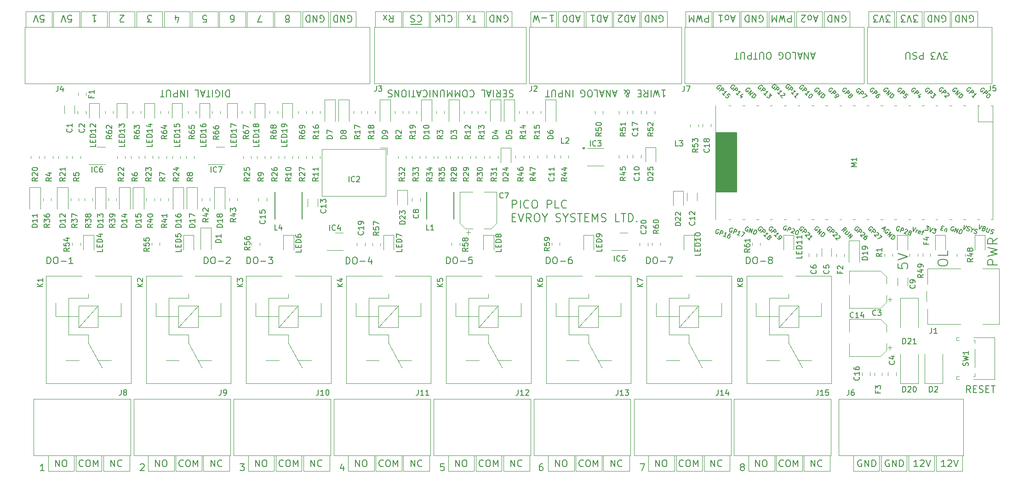
<source format=gbr>
G04 #@! TF.GenerationSoftware,KiCad,Pcbnew,8.0.4-8.0.4-0~ubuntu22.04.1*
G04 #@! TF.CreationDate,2024-08-18T17:22:59+12:00*
G04 #@! TF.ProjectId,PicoPLC,5069636f-504c-4432-9e6b-696361645f70,rev?*
G04 #@! TF.SameCoordinates,Original*
G04 #@! TF.FileFunction,Legend,Top*
G04 #@! TF.FilePolarity,Positive*
%FSLAX46Y46*%
G04 Gerber Fmt 4.6, Leading zero omitted, Abs format (unit mm)*
G04 Created by KiCad (PCBNEW 8.0.4-8.0.4-0~ubuntu22.04.1) date 2024-08-18 17:22:59*
%MOMM*%
%LPD*%
G01*
G04 APERTURE LIST*
%ADD10C,0.150000*%
%ADD11C,0.200000*%
%ADD12C,0.120000*%
G04 APERTURE END LIST*
D10*
X130542538Y-61613026D02*
X128540000Y-61613026D01*
X184751731Y-81534000D02*
X188561731Y-81534000D01*
X188561731Y-92456000D01*
X184751731Y-92456000D01*
X184751731Y-81534000D01*
G36*
X184751731Y-81534000D02*
G01*
X188561731Y-81534000D01*
X188561731Y-92456000D01*
X184751731Y-92456000D01*
X184751731Y-81534000D01*
G37*
D11*
X164703366Y-60280452D02*
X164108128Y-60280452D01*
X164822414Y-59923309D02*
X164405747Y-61173309D01*
X164405747Y-61173309D02*
X163989081Y-59923309D01*
X163572413Y-59923309D02*
X163572413Y-61173309D01*
X163572413Y-61173309D02*
X163274794Y-61173309D01*
X163274794Y-61173309D02*
X163096223Y-61113785D01*
X163096223Y-61113785D02*
X162977175Y-60994737D01*
X162977175Y-60994737D02*
X162917652Y-60875690D01*
X162917652Y-60875690D02*
X162858128Y-60637594D01*
X162858128Y-60637594D02*
X162858128Y-60459023D01*
X162858128Y-60459023D02*
X162917652Y-60220928D01*
X162917652Y-60220928D02*
X162977175Y-60101880D01*
X162977175Y-60101880D02*
X163096223Y-59982833D01*
X163096223Y-59982833D02*
X163274794Y-59923309D01*
X163274794Y-59923309D02*
X163572413Y-59923309D01*
X161667652Y-59923309D02*
X162381937Y-59923309D01*
X162024794Y-59923309D02*
X162024794Y-61173309D01*
X162024794Y-61173309D02*
X162143842Y-60994737D01*
X162143842Y-60994737D02*
X162262890Y-60875690D01*
X162262890Y-60875690D02*
X162381937Y-60816166D01*
X155198095Y-143145873D02*
X155198095Y-141895873D01*
X155198095Y-141895873D02*
X155912380Y-143145873D01*
X155912380Y-143145873D02*
X155912380Y-141895873D01*
X156745714Y-141895873D02*
X156983809Y-141895873D01*
X156983809Y-141895873D02*
X157102857Y-141955397D01*
X157102857Y-141955397D02*
X157221904Y-142074445D01*
X157221904Y-142074445D02*
X157281428Y-142312540D01*
X157281428Y-142312540D02*
X157281428Y-142729207D01*
X157281428Y-142729207D02*
X157221904Y-142967302D01*
X157221904Y-142967302D02*
X157102857Y-143086350D01*
X157102857Y-143086350D02*
X156983809Y-143145873D01*
X156983809Y-143145873D02*
X156745714Y-143145873D01*
X156745714Y-143145873D02*
X156626666Y-143086350D01*
X156626666Y-143086350D02*
X156507619Y-142967302D01*
X156507619Y-142967302D02*
X156448095Y-142729207D01*
X156448095Y-142729207D02*
X156448095Y-142312540D01*
X156448095Y-142312540D02*
X156507619Y-142074445D01*
X156507619Y-142074445D02*
X156626666Y-141955397D01*
X156626666Y-141955397D02*
X156745714Y-141895873D01*
X116179198Y-143049367D02*
X116179198Y-143882700D01*
X115881579Y-142573177D02*
X115583960Y-143466034D01*
X115583960Y-143466034D02*
X116357769Y-143466034D01*
X86647857Y-143026826D02*
X86588333Y-143086350D01*
X86588333Y-143086350D02*
X86409762Y-143145873D01*
X86409762Y-143145873D02*
X86290714Y-143145873D01*
X86290714Y-143145873D02*
X86112143Y-143086350D01*
X86112143Y-143086350D02*
X85993095Y-142967302D01*
X85993095Y-142967302D02*
X85933572Y-142848254D01*
X85933572Y-142848254D02*
X85874048Y-142610159D01*
X85874048Y-142610159D02*
X85874048Y-142431588D01*
X85874048Y-142431588D02*
X85933572Y-142193492D01*
X85933572Y-142193492D02*
X85993095Y-142074445D01*
X85993095Y-142074445D02*
X86112143Y-141955397D01*
X86112143Y-141955397D02*
X86290714Y-141895873D01*
X86290714Y-141895873D02*
X86409762Y-141895873D01*
X86409762Y-141895873D02*
X86588333Y-141955397D01*
X86588333Y-141955397D02*
X86647857Y-142014921D01*
X87421667Y-141895873D02*
X87659762Y-141895873D01*
X87659762Y-141895873D02*
X87778810Y-141955397D01*
X87778810Y-141955397D02*
X87897857Y-142074445D01*
X87897857Y-142074445D02*
X87957381Y-142312540D01*
X87957381Y-142312540D02*
X87957381Y-142729207D01*
X87957381Y-142729207D02*
X87897857Y-142967302D01*
X87897857Y-142967302D02*
X87778810Y-143086350D01*
X87778810Y-143086350D02*
X87659762Y-143145873D01*
X87659762Y-143145873D02*
X87421667Y-143145873D01*
X87421667Y-143145873D02*
X87302619Y-143086350D01*
X87302619Y-143086350D02*
X87183572Y-142967302D01*
X87183572Y-142967302D02*
X87124048Y-142729207D01*
X87124048Y-142729207D02*
X87124048Y-142312540D01*
X87124048Y-142312540D02*
X87183572Y-142074445D01*
X87183572Y-142074445D02*
X87302619Y-141955397D01*
X87302619Y-141955397D02*
X87421667Y-141895873D01*
X88493096Y-143145873D02*
X88493096Y-141895873D01*
X88493096Y-141895873D02*
X88909762Y-142788730D01*
X88909762Y-142788730D02*
X89326429Y-141895873D01*
X89326429Y-141895873D02*
X89326429Y-143145873D01*
X231457381Y-61113330D02*
X231576428Y-61172854D01*
X231576428Y-61172854D02*
X231755000Y-61172854D01*
X231755000Y-61172854D02*
X231933571Y-61113330D01*
X231933571Y-61113330D02*
X232052619Y-60994282D01*
X232052619Y-60994282D02*
X232112142Y-60875235D01*
X232112142Y-60875235D02*
X232171666Y-60637139D01*
X232171666Y-60637139D02*
X232171666Y-60458568D01*
X232171666Y-60458568D02*
X232112142Y-60220473D01*
X232112142Y-60220473D02*
X232052619Y-60101425D01*
X232052619Y-60101425D02*
X231933571Y-59982378D01*
X231933571Y-59982378D02*
X231755000Y-59922854D01*
X231755000Y-59922854D02*
X231635952Y-59922854D01*
X231635952Y-59922854D02*
X231457381Y-59982378D01*
X231457381Y-59982378D02*
X231397857Y-60041901D01*
X231397857Y-60041901D02*
X231397857Y-60458568D01*
X231397857Y-60458568D02*
X231635952Y-60458568D01*
X230862142Y-59922854D02*
X230862142Y-61172854D01*
X230862142Y-61172854D02*
X230147857Y-59922854D01*
X230147857Y-59922854D02*
X230147857Y-61172854D01*
X229552618Y-59922854D02*
X229552618Y-61172854D01*
X229552618Y-61172854D02*
X229254999Y-61172854D01*
X229254999Y-61172854D02*
X229076428Y-61113330D01*
X229076428Y-61113330D02*
X228957380Y-60994282D01*
X228957380Y-60994282D02*
X228897857Y-60875235D01*
X228897857Y-60875235D02*
X228838333Y-60637139D01*
X228838333Y-60637139D02*
X228838333Y-60458568D01*
X228838333Y-60458568D02*
X228897857Y-60220473D01*
X228897857Y-60220473D02*
X228957380Y-60101425D01*
X228957380Y-60101425D02*
X229076428Y-59982378D01*
X229076428Y-59982378D02*
X229254999Y-59922854D01*
X229254999Y-59922854D02*
X229552618Y-59922854D01*
X101176344Y-61176924D02*
X100343011Y-61176924D01*
X100343011Y-61176924D02*
X100878725Y-59926924D01*
X80848138Y-61176924D02*
X80074329Y-61176924D01*
X80074329Y-61176924D02*
X80490995Y-60700733D01*
X80490995Y-60700733D02*
X80312424Y-60700733D01*
X80312424Y-60700733D02*
X80193376Y-60641209D01*
X80193376Y-60641209D02*
X80133852Y-60581686D01*
X80133852Y-60581686D02*
X80074329Y-60462638D01*
X80074329Y-60462638D02*
X80074329Y-60165019D01*
X80074329Y-60165019D02*
X80133852Y-60045971D01*
X80133852Y-60045971D02*
X80193376Y-59986448D01*
X80193376Y-59986448D02*
X80312424Y-59926924D01*
X80312424Y-59926924D02*
X80669567Y-59926924D01*
X80669567Y-59926924D02*
X80788614Y-59986448D01*
X80788614Y-59986448D02*
X80848138Y-60045971D01*
X174732857Y-73727126D02*
X175447142Y-73727126D01*
X175089999Y-73727126D02*
X175089999Y-74977126D01*
X175089999Y-74977126D02*
X175209047Y-74798554D01*
X175209047Y-74798554D02*
X175328095Y-74679507D01*
X175328095Y-74679507D02*
X175447142Y-74619983D01*
X174316190Y-74977126D02*
X174018571Y-73727126D01*
X174018571Y-73727126D02*
X173780476Y-74619983D01*
X173780476Y-74619983D02*
X173542381Y-73727126D01*
X173542381Y-73727126D02*
X173244762Y-74977126D01*
X172768571Y-73727126D02*
X172768571Y-74977126D01*
X171459048Y-73727126D02*
X171875714Y-74322364D01*
X172173333Y-73727126D02*
X172173333Y-74977126D01*
X172173333Y-74977126D02*
X171697143Y-74977126D01*
X171697143Y-74977126D02*
X171578095Y-74917602D01*
X171578095Y-74917602D02*
X171518572Y-74858078D01*
X171518572Y-74858078D02*
X171459048Y-74739030D01*
X171459048Y-74739030D02*
X171459048Y-74560459D01*
X171459048Y-74560459D02*
X171518572Y-74441411D01*
X171518572Y-74441411D02*
X171578095Y-74381888D01*
X171578095Y-74381888D02*
X171697143Y-74322364D01*
X171697143Y-74322364D02*
X172173333Y-74322364D01*
X170923333Y-74381888D02*
X170506667Y-74381888D01*
X170328095Y-73727126D02*
X170923333Y-73727126D01*
X170923333Y-73727126D02*
X170923333Y-74977126D01*
X170923333Y-74977126D02*
X170328095Y-74977126D01*
X167828096Y-73727126D02*
X167887620Y-73727126D01*
X167887620Y-73727126D02*
X168006667Y-73786650D01*
X168006667Y-73786650D02*
X168185239Y-73965221D01*
X168185239Y-73965221D02*
X168482858Y-74322364D01*
X168482858Y-74322364D02*
X168601905Y-74500935D01*
X168601905Y-74500935D02*
X168661429Y-74679507D01*
X168661429Y-74679507D02*
X168661429Y-74798554D01*
X168661429Y-74798554D02*
X168601905Y-74917602D01*
X168601905Y-74917602D02*
X168482858Y-74977126D01*
X168482858Y-74977126D02*
X168423334Y-74977126D01*
X168423334Y-74977126D02*
X168304286Y-74917602D01*
X168304286Y-74917602D02*
X168244762Y-74798554D01*
X168244762Y-74798554D02*
X168244762Y-74739030D01*
X168244762Y-74739030D02*
X168304286Y-74619983D01*
X168304286Y-74619983D02*
X168363810Y-74560459D01*
X168363810Y-74560459D02*
X168720953Y-74322364D01*
X168720953Y-74322364D02*
X168780477Y-74262840D01*
X168780477Y-74262840D02*
X168840000Y-74143792D01*
X168840000Y-74143792D02*
X168840000Y-73965221D01*
X168840000Y-73965221D02*
X168780477Y-73846173D01*
X168780477Y-73846173D02*
X168720953Y-73786650D01*
X168720953Y-73786650D02*
X168601905Y-73727126D01*
X168601905Y-73727126D02*
X168423334Y-73727126D01*
X168423334Y-73727126D02*
X168304286Y-73786650D01*
X168304286Y-73786650D02*
X168244762Y-73846173D01*
X168244762Y-73846173D02*
X168066191Y-74084269D01*
X168066191Y-74084269D02*
X168006667Y-74262840D01*
X168006667Y-74262840D02*
X168006667Y-74381888D01*
X166399524Y-74084269D02*
X165804286Y-74084269D01*
X166518572Y-73727126D02*
X166101905Y-74977126D01*
X166101905Y-74977126D02*
X165685239Y-73727126D01*
X165268571Y-73727126D02*
X165268571Y-74977126D01*
X165268571Y-74977126D02*
X164554286Y-73727126D01*
X164554286Y-73727126D02*
X164554286Y-74977126D01*
X164018571Y-74084269D02*
X163423333Y-74084269D01*
X164137619Y-73727126D02*
X163720952Y-74977126D01*
X163720952Y-74977126D02*
X163304286Y-73727126D01*
X162292380Y-73727126D02*
X162887618Y-73727126D01*
X162887618Y-73727126D02*
X162887618Y-74977126D01*
X161637618Y-74977126D02*
X161399523Y-74977126D01*
X161399523Y-74977126D02*
X161280475Y-74917602D01*
X161280475Y-74917602D02*
X161161428Y-74798554D01*
X161161428Y-74798554D02*
X161101904Y-74560459D01*
X161101904Y-74560459D02*
X161101904Y-74143792D01*
X161101904Y-74143792D02*
X161161428Y-73905697D01*
X161161428Y-73905697D02*
X161280475Y-73786650D01*
X161280475Y-73786650D02*
X161399523Y-73727126D01*
X161399523Y-73727126D02*
X161637618Y-73727126D01*
X161637618Y-73727126D02*
X161756666Y-73786650D01*
X161756666Y-73786650D02*
X161875713Y-73905697D01*
X161875713Y-73905697D02*
X161935237Y-74143792D01*
X161935237Y-74143792D02*
X161935237Y-74560459D01*
X161935237Y-74560459D02*
X161875713Y-74798554D01*
X161875713Y-74798554D02*
X161756666Y-74917602D01*
X161756666Y-74917602D02*
X161637618Y-74977126D01*
X159911428Y-74917602D02*
X160030475Y-74977126D01*
X160030475Y-74977126D02*
X160209047Y-74977126D01*
X160209047Y-74977126D02*
X160387618Y-74917602D01*
X160387618Y-74917602D02*
X160506666Y-74798554D01*
X160506666Y-74798554D02*
X160566189Y-74679507D01*
X160566189Y-74679507D02*
X160625713Y-74441411D01*
X160625713Y-74441411D02*
X160625713Y-74262840D01*
X160625713Y-74262840D02*
X160566189Y-74024745D01*
X160566189Y-74024745D02*
X160506666Y-73905697D01*
X160506666Y-73905697D02*
X160387618Y-73786650D01*
X160387618Y-73786650D02*
X160209047Y-73727126D01*
X160209047Y-73727126D02*
X160089999Y-73727126D01*
X160089999Y-73727126D02*
X159911428Y-73786650D01*
X159911428Y-73786650D02*
X159851904Y-73846173D01*
X159851904Y-73846173D02*
X159851904Y-74262840D01*
X159851904Y-74262840D02*
X160089999Y-74262840D01*
X158363808Y-73727126D02*
X158363808Y-74977126D01*
X157768570Y-73727126D02*
X157768570Y-74977126D01*
X157768570Y-74977126D02*
X157054285Y-73727126D01*
X157054285Y-73727126D02*
X157054285Y-74977126D01*
X156459046Y-73727126D02*
X156459046Y-74977126D01*
X156459046Y-74977126D02*
X155982856Y-74977126D01*
X155982856Y-74977126D02*
X155863808Y-74917602D01*
X155863808Y-74917602D02*
X155804285Y-74858078D01*
X155804285Y-74858078D02*
X155744761Y-74739030D01*
X155744761Y-74739030D02*
X155744761Y-74560459D01*
X155744761Y-74560459D02*
X155804285Y-74441411D01*
X155804285Y-74441411D02*
X155863808Y-74381888D01*
X155863808Y-74381888D02*
X155982856Y-74322364D01*
X155982856Y-74322364D02*
X156459046Y-74322364D01*
X155209046Y-74977126D02*
X155209046Y-73965221D01*
X155209046Y-73965221D02*
X155149523Y-73846173D01*
X155149523Y-73846173D02*
X155089999Y-73786650D01*
X155089999Y-73786650D02*
X154970951Y-73727126D01*
X154970951Y-73727126D02*
X154732856Y-73727126D01*
X154732856Y-73727126D02*
X154613808Y-73786650D01*
X154613808Y-73786650D02*
X154554285Y-73846173D01*
X154554285Y-73846173D02*
X154494761Y-73965221D01*
X154494761Y-73965221D02*
X154494761Y-74977126D01*
X154078094Y-74977126D02*
X153363808Y-74977126D01*
X153720951Y-73727126D02*
X153720951Y-74977126D01*
X111871389Y-61117400D02*
X111990436Y-61176924D01*
X111990436Y-61176924D02*
X112169008Y-61176924D01*
X112169008Y-61176924D02*
X112347579Y-61117400D01*
X112347579Y-61117400D02*
X112466627Y-60998352D01*
X112466627Y-60998352D02*
X112526150Y-60879305D01*
X112526150Y-60879305D02*
X112585674Y-60641209D01*
X112585674Y-60641209D02*
X112585674Y-60462638D01*
X112585674Y-60462638D02*
X112526150Y-60224543D01*
X112526150Y-60224543D02*
X112466627Y-60105495D01*
X112466627Y-60105495D02*
X112347579Y-59986448D01*
X112347579Y-59986448D02*
X112169008Y-59926924D01*
X112169008Y-59926924D02*
X112049960Y-59926924D01*
X112049960Y-59926924D02*
X111871389Y-59986448D01*
X111871389Y-59986448D02*
X111811865Y-60045971D01*
X111811865Y-60045971D02*
X111811865Y-60462638D01*
X111811865Y-60462638D02*
X112049960Y-60462638D01*
X111276150Y-59926924D02*
X111276150Y-61176924D01*
X111276150Y-61176924D02*
X110561865Y-59926924D01*
X110561865Y-59926924D02*
X110561865Y-61176924D01*
X109966626Y-59926924D02*
X109966626Y-61176924D01*
X109966626Y-61176924D02*
X109669007Y-61176924D01*
X109669007Y-61176924D02*
X109490436Y-61117400D01*
X109490436Y-61117400D02*
X109371388Y-60998352D01*
X109371388Y-60998352D02*
X109311865Y-60879305D01*
X109311865Y-60879305D02*
X109252341Y-60641209D01*
X109252341Y-60641209D02*
X109252341Y-60462638D01*
X109252341Y-60462638D02*
X109311865Y-60224543D01*
X109311865Y-60224543D02*
X109371388Y-60105495D01*
X109371388Y-60105495D02*
X109490436Y-59986448D01*
X109490436Y-59986448D02*
X109669007Y-59926924D01*
X109669007Y-59926924D02*
X109966626Y-59926924D01*
X128557857Y-143145873D02*
X128557857Y-141895873D01*
X128557857Y-141895873D02*
X129272142Y-143145873D01*
X129272142Y-143145873D02*
X129272142Y-141895873D01*
X130581666Y-143026826D02*
X130522142Y-143086350D01*
X130522142Y-143086350D02*
X130343571Y-143145873D01*
X130343571Y-143145873D02*
X130224523Y-143145873D01*
X130224523Y-143145873D02*
X130045952Y-143086350D01*
X130045952Y-143086350D02*
X129926904Y-142967302D01*
X129926904Y-142967302D02*
X129867381Y-142848254D01*
X129867381Y-142848254D02*
X129807857Y-142610159D01*
X129807857Y-142610159D02*
X129807857Y-142431588D01*
X129807857Y-142431588D02*
X129867381Y-142193492D01*
X129867381Y-142193492D02*
X129926904Y-142074445D01*
X129926904Y-142074445D02*
X130045952Y-141955397D01*
X130045952Y-141955397D02*
X130224523Y-141895873D01*
X130224523Y-141895873D02*
X130343571Y-141895873D01*
X130343571Y-141895873D02*
X130522142Y-141955397D01*
X130522142Y-141955397D02*
X130581666Y-142014921D01*
X136783095Y-143145873D02*
X136783095Y-141895873D01*
X136783095Y-141895873D02*
X137497380Y-143145873D01*
X137497380Y-143145873D02*
X137497380Y-141895873D01*
X138330714Y-141895873D02*
X138568809Y-141895873D01*
X138568809Y-141895873D02*
X138687857Y-141955397D01*
X138687857Y-141955397D02*
X138806904Y-142074445D01*
X138806904Y-142074445D02*
X138866428Y-142312540D01*
X138866428Y-142312540D02*
X138866428Y-142729207D01*
X138866428Y-142729207D02*
X138806904Y-142967302D01*
X138806904Y-142967302D02*
X138687857Y-143086350D01*
X138687857Y-143086350D02*
X138568809Y-143145873D01*
X138568809Y-143145873D02*
X138330714Y-143145873D01*
X138330714Y-143145873D02*
X138211666Y-143086350D01*
X138211666Y-143086350D02*
X138092619Y-142967302D01*
X138092619Y-142967302D02*
X138033095Y-142729207D01*
X138033095Y-142729207D02*
X138033095Y-142312540D01*
X138033095Y-142312540D02*
X138092619Y-142074445D01*
X138092619Y-142074445D02*
X138211666Y-141955397D01*
X138211666Y-141955397D02*
X138330714Y-141895873D01*
X198596461Y-59921109D02*
X198596461Y-61171109D01*
X198596461Y-61171109D02*
X198120271Y-61171109D01*
X198120271Y-61171109D02*
X198001223Y-61111585D01*
X198001223Y-61111585D02*
X197941700Y-61052061D01*
X197941700Y-61052061D02*
X197882176Y-60933013D01*
X197882176Y-60933013D02*
X197882176Y-60754442D01*
X197882176Y-60754442D02*
X197941700Y-60635394D01*
X197941700Y-60635394D02*
X198001223Y-60575871D01*
X198001223Y-60575871D02*
X198120271Y-60516347D01*
X198120271Y-60516347D02*
X198596461Y-60516347D01*
X197465509Y-61171109D02*
X197167890Y-59921109D01*
X197167890Y-59921109D02*
X196929795Y-60813966D01*
X196929795Y-60813966D02*
X196691700Y-59921109D01*
X196691700Y-59921109D02*
X196394081Y-61171109D01*
X195917890Y-59921109D02*
X195917890Y-61171109D01*
X195917890Y-61171109D02*
X195501224Y-60278252D01*
X195501224Y-60278252D02*
X195084557Y-61171109D01*
X195084557Y-61171109D02*
X195084557Y-59921109D01*
X178722857Y-143026826D02*
X178663333Y-143086350D01*
X178663333Y-143086350D02*
X178484762Y-143145873D01*
X178484762Y-143145873D02*
X178365714Y-143145873D01*
X178365714Y-143145873D02*
X178187143Y-143086350D01*
X178187143Y-143086350D02*
X178068095Y-142967302D01*
X178068095Y-142967302D02*
X178008572Y-142848254D01*
X178008572Y-142848254D02*
X177949048Y-142610159D01*
X177949048Y-142610159D02*
X177949048Y-142431588D01*
X177949048Y-142431588D02*
X178008572Y-142193492D01*
X178008572Y-142193492D02*
X178068095Y-142074445D01*
X178068095Y-142074445D02*
X178187143Y-141955397D01*
X178187143Y-141955397D02*
X178365714Y-141895873D01*
X178365714Y-141895873D02*
X178484762Y-141895873D01*
X178484762Y-141895873D02*
X178663333Y-141955397D01*
X178663333Y-141955397D02*
X178722857Y-142014921D01*
X179496667Y-141895873D02*
X179734762Y-141895873D01*
X179734762Y-141895873D02*
X179853810Y-141955397D01*
X179853810Y-141955397D02*
X179972857Y-142074445D01*
X179972857Y-142074445D02*
X180032381Y-142312540D01*
X180032381Y-142312540D02*
X180032381Y-142729207D01*
X180032381Y-142729207D02*
X179972857Y-142967302D01*
X179972857Y-142967302D02*
X179853810Y-143086350D01*
X179853810Y-143086350D02*
X179734762Y-143145873D01*
X179734762Y-143145873D02*
X179496667Y-143145873D01*
X179496667Y-143145873D02*
X179377619Y-143086350D01*
X179377619Y-143086350D02*
X179258572Y-142967302D01*
X179258572Y-142967302D02*
X179199048Y-142729207D01*
X179199048Y-142729207D02*
X179199048Y-142312540D01*
X179199048Y-142312540D02*
X179258572Y-142074445D01*
X179258572Y-142074445D02*
X179377619Y-141955397D01*
X179377619Y-141955397D02*
X179496667Y-141895873D01*
X180568096Y-143145873D02*
X180568096Y-141895873D01*
X180568096Y-141895873D02*
X180984762Y-142788730D01*
X180984762Y-142788730D02*
X181401429Y-141895873D01*
X181401429Y-141895873D02*
X181401429Y-143145873D01*
X73312857Y-143145873D02*
X73312857Y-141895873D01*
X73312857Y-141895873D02*
X74027142Y-143145873D01*
X74027142Y-143145873D02*
X74027142Y-141895873D01*
X75336666Y-143026826D02*
X75277142Y-143086350D01*
X75277142Y-143086350D02*
X75098571Y-143145873D01*
X75098571Y-143145873D02*
X74979523Y-143145873D01*
X74979523Y-143145873D02*
X74800952Y-143086350D01*
X74800952Y-143086350D02*
X74681904Y-142967302D01*
X74681904Y-142967302D02*
X74622381Y-142848254D01*
X74622381Y-142848254D02*
X74562857Y-142610159D01*
X74562857Y-142610159D02*
X74562857Y-142431588D01*
X74562857Y-142431588D02*
X74622381Y-142193492D01*
X74622381Y-142193492D02*
X74681904Y-142074445D01*
X74681904Y-142074445D02*
X74800952Y-141955397D01*
X74800952Y-141955397D02*
X74979523Y-141895873D01*
X74979523Y-141895873D02*
X75098571Y-141895873D01*
X75098571Y-141895873D02*
X75277142Y-141955397D01*
X75277142Y-141955397D02*
X75336666Y-142014921D01*
X134653722Y-142632700D02*
X134058484Y-142632700D01*
X134058484Y-142632700D02*
X133998960Y-143227938D01*
X133998960Y-143227938D02*
X134058484Y-143168415D01*
X134058484Y-143168415D02*
X134177531Y-143108891D01*
X134177531Y-143108891D02*
X134475150Y-143108891D01*
X134475150Y-143108891D02*
X134594198Y-143168415D01*
X134594198Y-143168415D02*
X134653722Y-143227938D01*
X134653722Y-143227938D02*
X134713245Y-143346986D01*
X134713245Y-143346986D02*
X134713245Y-143644605D01*
X134713245Y-143644605D02*
X134653722Y-143763653D01*
X134653722Y-143763653D02*
X134594198Y-143823177D01*
X134594198Y-143823177D02*
X134475150Y-143882700D01*
X134475150Y-143882700D02*
X134177531Y-143882700D01*
X134177531Y-143882700D02*
X134058484Y-143823177D01*
X134058484Y-143823177D02*
X133998960Y-143763653D01*
X105062857Y-143026826D02*
X105003333Y-143086350D01*
X105003333Y-143086350D02*
X104824762Y-143145873D01*
X104824762Y-143145873D02*
X104705714Y-143145873D01*
X104705714Y-143145873D02*
X104527143Y-143086350D01*
X104527143Y-143086350D02*
X104408095Y-142967302D01*
X104408095Y-142967302D02*
X104348572Y-142848254D01*
X104348572Y-142848254D02*
X104289048Y-142610159D01*
X104289048Y-142610159D02*
X104289048Y-142431588D01*
X104289048Y-142431588D02*
X104348572Y-142193492D01*
X104348572Y-142193492D02*
X104408095Y-142074445D01*
X104408095Y-142074445D02*
X104527143Y-141955397D01*
X104527143Y-141955397D02*
X104705714Y-141895873D01*
X104705714Y-141895873D02*
X104824762Y-141895873D01*
X104824762Y-141895873D02*
X105003333Y-141955397D01*
X105003333Y-141955397D02*
X105062857Y-142014921D01*
X105836667Y-141895873D02*
X106074762Y-141895873D01*
X106074762Y-141895873D02*
X106193810Y-141955397D01*
X106193810Y-141955397D02*
X106312857Y-142074445D01*
X106312857Y-142074445D02*
X106372381Y-142312540D01*
X106372381Y-142312540D02*
X106372381Y-142729207D01*
X106372381Y-142729207D02*
X106312857Y-142967302D01*
X106312857Y-142967302D02*
X106193810Y-143086350D01*
X106193810Y-143086350D02*
X106074762Y-143145873D01*
X106074762Y-143145873D02*
X105836667Y-143145873D01*
X105836667Y-143145873D02*
X105717619Y-143086350D01*
X105717619Y-143086350D02*
X105598572Y-142967302D01*
X105598572Y-142967302D02*
X105539048Y-142729207D01*
X105539048Y-142729207D02*
X105539048Y-142312540D01*
X105539048Y-142312540D02*
X105598572Y-142074445D01*
X105598572Y-142074445D02*
X105717619Y-141955397D01*
X105717619Y-141955397D02*
X105836667Y-141895873D01*
X106908096Y-143145873D02*
X106908096Y-141895873D01*
X106908096Y-141895873D02*
X107324762Y-142788730D01*
X107324762Y-142788730D02*
X107741429Y-141895873D01*
X107741429Y-141895873D02*
X107741429Y-143145873D01*
X140558629Y-61173860D02*
X139844343Y-61173860D01*
X140201486Y-59923860D02*
X140201486Y-61173860D01*
X139546724Y-59923860D02*
X138891962Y-60757193D01*
X139546724Y-60757193D02*
X138891962Y-59923860D01*
X207962381Y-61111585D02*
X208081428Y-61171109D01*
X208081428Y-61171109D02*
X208260000Y-61171109D01*
X208260000Y-61171109D02*
X208438571Y-61111585D01*
X208438571Y-61111585D02*
X208557619Y-60992537D01*
X208557619Y-60992537D02*
X208617142Y-60873490D01*
X208617142Y-60873490D02*
X208676666Y-60635394D01*
X208676666Y-60635394D02*
X208676666Y-60456823D01*
X208676666Y-60456823D02*
X208617142Y-60218728D01*
X208617142Y-60218728D02*
X208557619Y-60099680D01*
X208557619Y-60099680D02*
X208438571Y-59980633D01*
X208438571Y-59980633D02*
X208260000Y-59921109D01*
X208260000Y-59921109D02*
X208140952Y-59921109D01*
X208140952Y-59921109D02*
X207962381Y-59980633D01*
X207962381Y-59980633D02*
X207902857Y-60040156D01*
X207902857Y-60040156D02*
X207902857Y-60456823D01*
X207902857Y-60456823D02*
X208140952Y-60456823D01*
X207367142Y-59921109D02*
X207367142Y-61171109D01*
X207367142Y-61171109D02*
X206652857Y-59921109D01*
X206652857Y-59921109D02*
X206652857Y-61171109D01*
X206057618Y-59921109D02*
X206057618Y-61171109D01*
X206057618Y-61171109D02*
X205759999Y-61171109D01*
X205759999Y-61171109D02*
X205581428Y-61111585D01*
X205581428Y-61111585D02*
X205462380Y-60992537D01*
X205462380Y-60992537D02*
X205402857Y-60873490D01*
X205402857Y-60873490D02*
X205343333Y-60635394D01*
X205343333Y-60635394D02*
X205343333Y-60456823D01*
X205343333Y-60456823D02*
X205402857Y-60218728D01*
X205402857Y-60218728D02*
X205462380Y-60099680D01*
X205462380Y-60099680D02*
X205581428Y-59980633D01*
X205581428Y-59980633D02*
X205759999Y-59921109D01*
X205759999Y-59921109D02*
X206057618Y-59921109D01*
X65428740Y-61176924D02*
X66023978Y-61176924D01*
X66023978Y-61176924D02*
X66083502Y-60581686D01*
X66083502Y-60581686D02*
X66023978Y-60641209D01*
X66023978Y-60641209D02*
X65904931Y-60700733D01*
X65904931Y-60700733D02*
X65607312Y-60700733D01*
X65607312Y-60700733D02*
X65488264Y-60641209D01*
X65488264Y-60641209D02*
X65428740Y-60581686D01*
X65428740Y-60581686D02*
X65369217Y-60462638D01*
X65369217Y-60462638D02*
X65369217Y-60165019D01*
X65369217Y-60165019D02*
X65428740Y-60045971D01*
X65428740Y-60045971D02*
X65488264Y-59986448D01*
X65488264Y-59986448D02*
X65607312Y-59926924D01*
X65607312Y-59926924D02*
X65904931Y-59926924D01*
X65904931Y-59926924D02*
X66023978Y-59986448D01*
X66023978Y-59986448D02*
X66083502Y-60045971D01*
X65012074Y-61176924D02*
X64595407Y-59926924D01*
X64595407Y-59926924D02*
X64178741Y-61176924D01*
X116955855Y-61117400D02*
X117074902Y-61176924D01*
X117074902Y-61176924D02*
X117253474Y-61176924D01*
X117253474Y-61176924D02*
X117432045Y-61117400D01*
X117432045Y-61117400D02*
X117551093Y-60998352D01*
X117551093Y-60998352D02*
X117610616Y-60879305D01*
X117610616Y-60879305D02*
X117670140Y-60641209D01*
X117670140Y-60641209D02*
X117670140Y-60462638D01*
X117670140Y-60462638D02*
X117610616Y-60224543D01*
X117610616Y-60224543D02*
X117551093Y-60105495D01*
X117551093Y-60105495D02*
X117432045Y-59986448D01*
X117432045Y-59986448D02*
X117253474Y-59926924D01*
X117253474Y-59926924D02*
X117134426Y-59926924D01*
X117134426Y-59926924D02*
X116955855Y-59986448D01*
X116955855Y-59986448D02*
X116896331Y-60045971D01*
X116896331Y-60045971D02*
X116896331Y-60462638D01*
X116896331Y-60462638D02*
X117134426Y-60462638D01*
X116360616Y-59926924D02*
X116360616Y-61176924D01*
X116360616Y-61176924D02*
X115646331Y-59926924D01*
X115646331Y-59926924D02*
X115646331Y-61176924D01*
X115051092Y-59926924D02*
X115051092Y-61176924D01*
X115051092Y-61176924D02*
X114753473Y-61176924D01*
X114753473Y-61176924D02*
X114574902Y-61117400D01*
X114574902Y-61117400D02*
X114455854Y-60998352D01*
X114455854Y-60998352D02*
X114396331Y-60879305D01*
X114396331Y-60879305D02*
X114336807Y-60641209D01*
X114336807Y-60641209D02*
X114336807Y-60462638D01*
X114336807Y-60462638D02*
X114396331Y-60224543D01*
X114396331Y-60224543D02*
X114455854Y-60105495D01*
X114455854Y-60105495D02*
X114574902Y-59986448D01*
X114574902Y-59986448D02*
X114753473Y-59926924D01*
X114753473Y-59926924D02*
X115051092Y-59926924D01*
X173613095Y-143145873D02*
X173613095Y-141895873D01*
X173613095Y-141895873D02*
X174327380Y-143145873D01*
X174327380Y-143145873D02*
X174327380Y-141895873D01*
X175160714Y-141895873D02*
X175398809Y-141895873D01*
X175398809Y-141895873D02*
X175517857Y-141955397D01*
X175517857Y-141955397D02*
X175636904Y-142074445D01*
X175636904Y-142074445D02*
X175696428Y-142312540D01*
X175696428Y-142312540D02*
X175696428Y-142729207D01*
X175696428Y-142729207D02*
X175636904Y-142967302D01*
X175636904Y-142967302D02*
X175517857Y-143086350D01*
X175517857Y-143086350D02*
X175398809Y-143145873D01*
X175398809Y-143145873D02*
X175160714Y-143145873D01*
X175160714Y-143145873D02*
X175041666Y-143086350D01*
X175041666Y-143086350D02*
X174922619Y-142967302D01*
X174922619Y-142967302D02*
X174863095Y-142729207D01*
X174863095Y-142729207D02*
X174863095Y-142312540D01*
X174863095Y-142312540D02*
X174922619Y-142074445D01*
X174922619Y-142074445D02*
X175041666Y-141955397D01*
X175041666Y-141955397D02*
X175160714Y-141895873D01*
X174307381Y-61113785D02*
X174426428Y-61173309D01*
X174426428Y-61173309D02*
X174605000Y-61173309D01*
X174605000Y-61173309D02*
X174783571Y-61113785D01*
X174783571Y-61113785D02*
X174902619Y-60994737D01*
X174902619Y-60994737D02*
X174962142Y-60875690D01*
X174962142Y-60875690D02*
X175021666Y-60637594D01*
X175021666Y-60637594D02*
X175021666Y-60459023D01*
X175021666Y-60459023D02*
X174962142Y-60220928D01*
X174962142Y-60220928D02*
X174902619Y-60101880D01*
X174902619Y-60101880D02*
X174783571Y-59982833D01*
X174783571Y-59982833D02*
X174605000Y-59923309D01*
X174605000Y-59923309D02*
X174485952Y-59923309D01*
X174485952Y-59923309D02*
X174307381Y-59982833D01*
X174307381Y-59982833D02*
X174247857Y-60042356D01*
X174247857Y-60042356D02*
X174247857Y-60459023D01*
X174247857Y-60459023D02*
X174485952Y-60459023D01*
X173712142Y-59923309D02*
X173712142Y-61173309D01*
X173712142Y-61173309D02*
X172997857Y-59923309D01*
X172997857Y-59923309D02*
X172997857Y-61173309D01*
X172402618Y-59923309D02*
X172402618Y-61173309D01*
X172402618Y-61173309D02*
X172104999Y-61173309D01*
X172104999Y-61173309D02*
X171926428Y-61113785D01*
X171926428Y-61113785D02*
X171807380Y-60994737D01*
X171807380Y-60994737D02*
X171747857Y-60875690D01*
X171747857Y-60875690D02*
X171688333Y-60637594D01*
X171688333Y-60637594D02*
X171688333Y-60459023D01*
X171688333Y-60459023D02*
X171747857Y-60220928D01*
X171747857Y-60220928D02*
X171807380Y-60101880D01*
X171807380Y-60101880D02*
X171926428Y-59982833D01*
X171926428Y-59982833D02*
X172104999Y-59923309D01*
X172104999Y-59923309D02*
X172402618Y-59923309D01*
X95138126Y-73727126D02*
X95138126Y-74977126D01*
X95138126Y-74977126D02*
X94840507Y-74977126D01*
X94840507Y-74977126D02*
X94661936Y-74917602D01*
X94661936Y-74917602D02*
X94542888Y-74798554D01*
X94542888Y-74798554D02*
X94483365Y-74679507D01*
X94483365Y-74679507D02*
X94423841Y-74441411D01*
X94423841Y-74441411D02*
X94423841Y-74262840D01*
X94423841Y-74262840D02*
X94483365Y-74024745D01*
X94483365Y-74024745D02*
X94542888Y-73905697D01*
X94542888Y-73905697D02*
X94661936Y-73786650D01*
X94661936Y-73786650D02*
X94840507Y-73727126D01*
X94840507Y-73727126D02*
X95138126Y-73727126D01*
X93888126Y-73727126D02*
X93888126Y-74977126D01*
X92638127Y-74917602D02*
X92757174Y-74977126D01*
X92757174Y-74977126D02*
X92935746Y-74977126D01*
X92935746Y-74977126D02*
X93114317Y-74917602D01*
X93114317Y-74917602D02*
X93233365Y-74798554D01*
X93233365Y-74798554D02*
X93292888Y-74679507D01*
X93292888Y-74679507D02*
X93352412Y-74441411D01*
X93352412Y-74441411D02*
X93352412Y-74262840D01*
X93352412Y-74262840D02*
X93292888Y-74024745D01*
X93292888Y-74024745D02*
X93233365Y-73905697D01*
X93233365Y-73905697D02*
X93114317Y-73786650D01*
X93114317Y-73786650D02*
X92935746Y-73727126D01*
X92935746Y-73727126D02*
X92816698Y-73727126D01*
X92816698Y-73727126D02*
X92638127Y-73786650D01*
X92638127Y-73786650D02*
X92578603Y-73846173D01*
X92578603Y-73846173D02*
X92578603Y-74262840D01*
X92578603Y-74262840D02*
X92816698Y-74262840D01*
X92042888Y-73727126D02*
X92042888Y-74977126D01*
X91626222Y-74977126D02*
X90911936Y-74977126D01*
X91269079Y-73727126D02*
X91269079Y-74977126D01*
X90554793Y-74084269D02*
X89959555Y-74084269D01*
X90673841Y-73727126D02*
X90257174Y-74977126D01*
X90257174Y-74977126D02*
X89840508Y-73727126D01*
X88828602Y-73727126D02*
X89423840Y-73727126D01*
X89423840Y-73727126D02*
X89423840Y-74977126D01*
X87459554Y-73727126D02*
X87459554Y-74977126D01*
X86864316Y-73727126D02*
X86864316Y-74977126D01*
X86864316Y-74977126D02*
X86150031Y-73727126D01*
X86150031Y-73727126D02*
X86150031Y-74977126D01*
X85554792Y-73727126D02*
X85554792Y-74977126D01*
X85554792Y-74977126D02*
X85078602Y-74977126D01*
X85078602Y-74977126D02*
X84959554Y-74917602D01*
X84959554Y-74917602D02*
X84900031Y-74858078D01*
X84900031Y-74858078D02*
X84840507Y-74739030D01*
X84840507Y-74739030D02*
X84840507Y-74560459D01*
X84840507Y-74560459D02*
X84900031Y-74441411D01*
X84900031Y-74441411D02*
X84959554Y-74381888D01*
X84959554Y-74381888D02*
X85078602Y-74322364D01*
X85078602Y-74322364D02*
X85554792Y-74322364D01*
X84304792Y-74977126D02*
X84304792Y-73965221D01*
X84304792Y-73965221D02*
X84245269Y-73846173D01*
X84245269Y-73846173D02*
X84185745Y-73786650D01*
X84185745Y-73786650D02*
X84066697Y-73727126D01*
X84066697Y-73727126D02*
X83828602Y-73727126D01*
X83828602Y-73727126D02*
X83709554Y-73786650D01*
X83709554Y-73786650D02*
X83650031Y-73846173D01*
X83650031Y-73846173D02*
X83590507Y-73965221D01*
X83590507Y-73965221D02*
X83590507Y-74977126D01*
X83173840Y-74977126D02*
X82459554Y-74977126D01*
X82816697Y-73727126D02*
X82816697Y-74977126D01*
X141892857Y-143026826D02*
X141833333Y-143086350D01*
X141833333Y-143086350D02*
X141654762Y-143145873D01*
X141654762Y-143145873D02*
X141535714Y-143145873D01*
X141535714Y-143145873D02*
X141357143Y-143086350D01*
X141357143Y-143086350D02*
X141238095Y-142967302D01*
X141238095Y-142967302D02*
X141178572Y-142848254D01*
X141178572Y-142848254D02*
X141119048Y-142610159D01*
X141119048Y-142610159D02*
X141119048Y-142431588D01*
X141119048Y-142431588D02*
X141178572Y-142193492D01*
X141178572Y-142193492D02*
X141238095Y-142074445D01*
X141238095Y-142074445D02*
X141357143Y-141955397D01*
X141357143Y-141955397D02*
X141535714Y-141895873D01*
X141535714Y-141895873D02*
X141654762Y-141895873D01*
X141654762Y-141895873D02*
X141833333Y-141955397D01*
X141833333Y-141955397D02*
X141892857Y-142014921D01*
X142666667Y-141895873D02*
X142904762Y-141895873D01*
X142904762Y-141895873D02*
X143023810Y-141955397D01*
X143023810Y-141955397D02*
X143142857Y-142074445D01*
X143142857Y-142074445D02*
X143202381Y-142312540D01*
X143202381Y-142312540D02*
X143202381Y-142729207D01*
X143202381Y-142729207D02*
X143142857Y-142967302D01*
X143142857Y-142967302D02*
X143023810Y-143086350D01*
X143023810Y-143086350D02*
X142904762Y-143145873D01*
X142904762Y-143145873D02*
X142666667Y-143145873D01*
X142666667Y-143145873D02*
X142547619Y-143086350D01*
X142547619Y-143086350D02*
X142428572Y-142967302D01*
X142428572Y-142967302D02*
X142369048Y-142729207D01*
X142369048Y-142729207D02*
X142369048Y-142312540D01*
X142369048Y-142312540D02*
X142428572Y-142074445D01*
X142428572Y-142074445D02*
X142547619Y-141955397D01*
X142547619Y-141955397D02*
X142666667Y-141895873D01*
X143738096Y-143145873D02*
X143738096Y-141895873D01*
X143738096Y-141895873D02*
X144154762Y-142788730D01*
X144154762Y-142788730D02*
X144571429Y-141895873D01*
X144571429Y-141895873D02*
X144571429Y-143145873D01*
X189482055Y-143168415D02*
X189363007Y-143108891D01*
X189363007Y-143108891D02*
X189303484Y-143049367D01*
X189303484Y-143049367D02*
X189243960Y-142930319D01*
X189243960Y-142930319D02*
X189243960Y-142870796D01*
X189243960Y-142870796D02*
X189303484Y-142751748D01*
X189303484Y-142751748D02*
X189363007Y-142692224D01*
X189363007Y-142692224D02*
X189482055Y-142632700D01*
X189482055Y-142632700D02*
X189720150Y-142632700D01*
X189720150Y-142632700D02*
X189839198Y-142692224D01*
X189839198Y-142692224D02*
X189898722Y-142751748D01*
X189898722Y-142751748D02*
X189958245Y-142870796D01*
X189958245Y-142870796D02*
X189958245Y-142930319D01*
X189958245Y-142930319D02*
X189898722Y-143049367D01*
X189898722Y-143049367D02*
X189839198Y-143108891D01*
X189839198Y-143108891D02*
X189720150Y-143168415D01*
X189720150Y-143168415D02*
X189482055Y-143168415D01*
X189482055Y-143168415D02*
X189363007Y-143227938D01*
X189363007Y-143227938D02*
X189303484Y-143287462D01*
X189303484Y-143287462D02*
X189243960Y-143406510D01*
X189243960Y-143406510D02*
X189243960Y-143644605D01*
X189243960Y-143644605D02*
X189303484Y-143763653D01*
X189303484Y-143763653D02*
X189363007Y-143823177D01*
X189363007Y-143823177D02*
X189482055Y-143882700D01*
X189482055Y-143882700D02*
X189720150Y-143882700D01*
X189720150Y-143882700D02*
X189839198Y-143823177D01*
X189839198Y-143823177D02*
X189898722Y-143763653D01*
X189898722Y-143763653D02*
X189958245Y-143644605D01*
X189958245Y-143644605D02*
X189958245Y-143406510D01*
X189958245Y-143406510D02*
X189898722Y-143287462D01*
X189898722Y-143287462D02*
X189839198Y-143227938D01*
X189839198Y-143227938D02*
X189720150Y-143168415D01*
X152788977Y-142632700D02*
X152550882Y-142632700D01*
X152550882Y-142632700D02*
X152431834Y-142692224D01*
X152431834Y-142692224D02*
X152372310Y-142751748D01*
X152372310Y-142751748D02*
X152253263Y-142930319D01*
X152253263Y-142930319D02*
X152193739Y-143168415D01*
X152193739Y-143168415D02*
X152193739Y-143644605D01*
X152193739Y-143644605D02*
X152253263Y-143763653D01*
X152253263Y-143763653D02*
X152312786Y-143823177D01*
X152312786Y-143823177D02*
X152431834Y-143882700D01*
X152431834Y-143882700D02*
X152669929Y-143882700D01*
X152669929Y-143882700D02*
X152788977Y-143823177D01*
X152788977Y-143823177D02*
X152848501Y-143763653D01*
X152848501Y-143763653D02*
X152908024Y-143644605D01*
X152908024Y-143644605D02*
X152908024Y-143346986D01*
X152908024Y-143346986D02*
X152848501Y-143227938D01*
X152848501Y-143227938D02*
X152788977Y-143168415D01*
X152788977Y-143168415D02*
X152669929Y-143108891D01*
X152669929Y-143108891D02*
X152431834Y-143108891D01*
X152431834Y-143108891D02*
X152312786Y-143168415D01*
X152312786Y-143168415D02*
X152253263Y-143227938D01*
X152253263Y-143227938D02*
X152193739Y-143346986D01*
X221886190Y-143145873D02*
X221171905Y-143145873D01*
X221529048Y-143145873D02*
X221529048Y-141895873D01*
X221529048Y-141895873D02*
X221410000Y-142074445D01*
X221410000Y-142074445D02*
X221290952Y-142193492D01*
X221290952Y-142193492D02*
X221171905Y-142253016D01*
X222362381Y-142014921D02*
X222421905Y-141955397D01*
X222421905Y-141955397D02*
X222540952Y-141895873D01*
X222540952Y-141895873D02*
X222838571Y-141895873D01*
X222838571Y-141895873D02*
X222957619Y-141955397D01*
X222957619Y-141955397D02*
X223017143Y-142014921D01*
X223017143Y-142014921D02*
X223076666Y-142133969D01*
X223076666Y-142133969D02*
X223076666Y-142253016D01*
X223076666Y-142253016D02*
X223017143Y-142431588D01*
X223017143Y-142431588D02*
X222302857Y-143145873D01*
X222302857Y-143145873D02*
X223076666Y-143145873D01*
X223433809Y-141895873D02*
X223850476Y-143145873D01*
X223850476Y-143145873D02*
X224267142Y-141895873D01*
X160307857Y-143026826D02*
X160248333Y-143086350D01*
X160248333Y-143086350D02*
X160069762Y-143145873D01*
X160069762Y-143145873D02*
X159950714Y-143145873D01*
X159950714Y-143145873D02*
X159772143Y-143086350D01*
X159772143Y-143086350D02*
X159653095Y-142967302D01*
X159653095Y-142967302D02*
X159593572Y-142848254D01*
X159593572Y-142848254D02*
X159534048Y-142610159D01*
X159534048Y-142610159D02*
X159534048Y-142431588D01*
X159534048Y-142431588D02*
X159593572Y-142193492D01*
X159593572Y-142193492D02*
X159653095Y-142074445D01*
X159653095Y-142074445D02*
X159772143Y-141955397D01*
X159772143Y-141955397D02*
X159950714Y-141895873D01*
X159950714Y-141895873D02*
X160069762Y-141895873D01*
X160069762Y-141895873D02*
X160248333Y-141955397D01*
X160248333Y-141955397D02*
X160307857Y-142014921D01*
X161081667Y-141895873D02*
X161319762Y-141895873D01*
X161319762Y-141895873D02*
X161438810Y-141955397D01*
X161438810Y-141955397D02*
X161557857Y-142074445D01*
X161557857Y-142074445D02*
X161617381Y-142312540D01*
X161617381Y-142312540D02*
X161617381Y-142729207D01*
X161617381Y-142729207D02*
X161557857Y-142967302D01*
X161557857Y-142967302D02*
X161438810Y-143086350D01*
X161438810Y-143086350D02*
X161319762Y-143145873D01*
X161319762Y-143145873D02*
X161081667Y-143145873D01*
X161081667Y-143145873D02*
X160962619Y-143086350D01*
X160962619Y-143086350D02*
X160843572Y-142967302D01*
X160843572Y-142967302D02*
X160784048Y-142729207D01*
X160784048Y-142729207D02*
X160784048Y-142312540D01*
X160784048Y-142312540D02*
X160843572Y-142074445D01*
X160843572Y-142074445D02*
X160962619Y-141955397D01*
X160962619Y-141955397D02*
X161081667Y-141895873D01*
X162153096Y-143145873D02*
X162153096Y-141895873D01*
X162153096Y-141895873D02*
X162569762Y-142788730D01*
X162569762Y-142788730D02*
X162986429Y-141895873D01*
X162986429Y-141895873D02*
X162986429Y-143145873D01*
X216627618Y-141955397D02*
X216508571Y-141895873D01*
X216508571Y-141895873D02*
X216329999Y-141895873D01*
X216329999Y-141895873D02*
X216151428Y-141955397D01*
X216151428Y-141955397D02*
X216032380Y-142074445D01*
X216032380Y-142074445D02*
X215972857Y-142193492D01*
X215972857Y-142193492D02*
X215913333Y-142431588D01*
X215913333Y-142431588D02*
X215913333Y-142610159D01*
X215913333Y-142610159D02*
X215972857Y-142848254D01*
X215972857Y-142848254D02*
X216032380Y-142967302D01*
X216032380Y-142967302D02*
X216151428Y-143086350D01*
X216151428Y-143086350D02*
X216329999Y-143145873D01*
X216329999Y-143145873D02*
X216449047Y-143145873D01*
X216449047Y-143145873D02*
X216627618Y-143086350D01*
X216627618Y-143086350D02*
X216687142Y-143026826D01*
X216687142Y-143026826D02*
X216687142Y-142610159D01*
X216687142Y-142610159D02*
X216449047Y-142610159D01*
X217222857Y-143145873D02*
X217222857Y-141895873D01*
X217222857Y-141895873D02*
X217937142Y-143145873D01*
X217937142Y-143145873D02*
X217937142Y-141895873D01*
X218532381Y-143145873D02*
X218532381Y-141895873D01*
X218532381Y-141895873D02*
X218830000Y-141895873D01*
X218830000Y-141895873D02*
X219008571Y-141955397D01*
X219008571Y-141955397D02*
X219127619Y-142074445D01*
X219127619Y-142074445D02*
X219187142Y-142193492D01*
X219187142Y-142193492D02*
X219246666Y-142431588D01*
X219246666Y-142431588D02*
X219246666Y-142610159D01*
X219246666Y-142610159D02*
X219187142Y-142848254D01*
X219187142Y-142848254D02*
X219127619Y-142967302D01*
X219127619Y-142967302D02*
X219008571Y-143086350D01*
X219008571Y-143086350D02*
X218830000Y-143145873D01*
X218830000Y-143145873D02*
X218532381Y-143145873D01*
X188136446Y-60278252D02*
X187541208Y-60278252D01*
X188255494Y-59921109D02*
X187838827Y-61171109D01*
X187838827Y-61171109D02*
X187422161Y-59921109D01*
X186826922Y-59921109D02*
X186945970Y-59980633D01*
X186945970Y-59980633D02*
X187005493Y-60040156D01*
X187005493Y-60040156D02*
X187065017Y-60159204D01*
X187065017Y-60159204D02*
X187065017Y-60516347D01*
X187065017Y-60516347D02*
X187005493Y-60635394D01*
X187005493Y-60635394D02*
X186945970Y-60694918D01*
X186945970Y-60694918D02*
X186826922Y-60754442D01*
X186826922Y-60754442D02*
X186648351Y-60754442D01*
X186648351Y-60754442D02*
X186529303Y-60694918D01*
X186529303Y-60694918D02*
X186469779Y-60635394D01*
X186469779Y-60635394D02*
X186410255Y-60516347D01*
X186410255Y-60516347D02*
X186410255Y-60159204D01*
X186410255Y-60159204D02*
X186469779Y-60040156D01*
X186469779Y-60040156D02*
X186529303Y-59980633D01*
X186529303Y-59980633D02*
X186648351Y-59921109D01*
X186648351Y-59921109D02*
X186826922Y-59921109D01*
X185219780Y-59921109D02*
X185934065Y-59921109D01*
X185576922Y-59921109D02*
X185576922Y-61171109D01*
X185576922Y-61171109D02*
X185695970Y-60992537D01*
X185695970Y-60992537D02*
X185815018Y-60873490D01*
X185815018Y-60873490D02*
X185934065Y-60813966D01*
X69915851Y-59926924D02*
X70630136Y-59926924D01*
X70272993Y-59926924D02*
X70272993Y-61176924D01*
X70272993Y-61176924D02*
X70392041Y-60998352D01*
X70392041Y-60998352D02*
X70511089Y-60879305D01*
X70511089Y-60879305D02*
X70630136Y-60819781D01*
X145732381Y-61114336D02*
X145851428Y-61173860D01*
X145851428Y-61173860D02*
X146030000Y-61173860D01*
X146030000Y-61173860D02*
X146208571Y-61114336D01*
X146208571Y-61114336D02*
X146327619Y-60995288D01*
X146327619Y-60995288D02*
X146387142Y-60876241D01*
X146387142Y-60876241D02*
X146446666Y-60638145D01*
X146446666Y-60638145D02*
X146446666Y-60459574D01*
X146446666Y-60459574D02*
X146387142Y-60221479D01*
X146387142Y-60221479D02*
X146327619Y-60102431D01*
X146327619Y-60102431D02*
X146208571Y-59983384D01*
X146208571Y-59983384D02*
X146030000Y-59923860D01*
X146030000Y-59923860D02*
X145910952Y-59923860D01*
X145910952Y-59923860D02*
X145732381Y-59983384D01*
X145732381Y-59983384D02*
X145672857Y-60042907D01*
X145672857Y-60042907D02*
X145672857Y-60459574D01*
X145672857Y-60459574D02*
X145910952Y-60459574D01*
X145137142Y-59923860D02*
X145137142Y-61173860D01*
X145137142Y-61173860D02*
X144422857Y-59923860D01*
X144422857Y-59923860D02*
X144422857Y-61173860D01*
X143827618Y-59923860D02*
X143827618Y-61173860D01*
X143827618Y-61173860D02*
X143529999Y-61173860D01*
X143529999Y-61173860D02*
X143351428Y-61114336D01*
X143351428Y-61114336D02*
X143232380Y-60995288D01*
X143232380Y-60995288D02*
X143172857Y-60876241D01*
X143172857Y-60876241D02*
X143113333Y-60638145D01*
X143113333Y-60638145D02*
X143113333Y-60459574D01*
X143113333Y-60459574D02*
X143172857Y-60221479D01*
X143172857Y-60221479D02*
X143232380Y-60102431D01*
X143232380Y-60102431D02*
X143351428Y-59983384D01*
X143351428Y-59983384D02*
X143529999Y-59923860D01*
X143529999Y-59923860D02*
X143827618Y-59923860D01*
X85270585Y-60760257D02*
X85270585Y-59926924D01*
X85568204Y-61236448D02*
X85865823Y-60343590D01*
X85865823Y-60343590D02*
X85092014Y-60343590D01*
X192028095Y-143145873D02*
X192028095Y-141895873D01*
X192028095Y-141895873D02*
X192742380Y-143145873D01*
X192742380Y-143145873D02*
X192742380Y-141895873D01*
X193575714Y-141895873D02*
X193813809Y-141895873D01*
X193813809Y-141895873D02*
X193932857Y-141955397D01*
X193932857Y-141955397D02*
X194051904Y-142074445D01*
X194051904Y-142074445D02*
X194111428Y-142312540D01*
X194111428Y-142312540D02*
X194111428Y-142729207D01*
X194111428Y-142729207D02*
X194051904Y-142967302D01*
X194051904Y-142967302D02*
X193932857Y-143086350D01*
X193932857Y-143086350D02*
X193813809Y-143145873D01*
X193813809Y-143145873D02*
X193575714Y-143145873D01*
X193575714Y-143145873D02*
X193456666Y-143086350D01*
X193456666Y-143086350D02*
X193337619Y-142967302D01*
X193337619Y-142967302D02*
X193278095Y-142729207D01*
X193278095Y-142729207D02*
X193278095Y-142312540D01*
X193278095Y-142312540D02*
X193337619Y-142074445D01*
X193337619Y-142074445D02*
X193456666Y-141955397D01*
X193456666Y-141955397D02*
X193575714Y-141895873D01*
X165387857Y-143145873D02*
X165387857Y-141895873D01*
X165387857Y-141895873D02*
X166102142Y-143145873D01*
X166102142Y-143145873D02*
X166102142Y-141895873D01*
X167411666Y-143026826D02*
X167352142Y-143086350D01*
X167352142Y-143086350D02*
X167173571Y-143145873D01*
X167173571Y-143145873D02*
X167054523Y-143145873D01*
X167054523Y-143145873D02*
X166875952Y-143086350D01*
X166875952Y-143086350D02*
X166756904Y-142967302D01*
X166756904Y-142967302D02*
X166697381Y-142848254D01*
X166697381Y-142848254D02*
X166637857Y-142610159D01*
X166637857Y-142610159D02*
X166637857Y-142431588D01*
X166637857Y-142431588D02*
X166697381Y-142193492D01*
X166697381Y-142193492D02*
X166756904Y-142074445D01*
X166756904Y-142074445D02*
X166875952Y-141955397D01*
X166875952Y-141955397D02*
X167054523Y-141895873D01*
X167054523Y-141895873D02*
X167173571Y-141895873D01*
X167173571Y-141895873D02*
X167352142Y-141955397D01*
X167352142Y-141955397D02*
X167411666Y-142014921D01*
X118368095Y-143145873D02*
X118368095Y-141895873D01*
X118368095Y-141895873D02*
X119082380Y-143145873D01*
X119082380Y-143145873D02*
X119082380Y-141895873D01*
X119915714Y-141895873D02*
X120153809Y-141895873D01*
X120153809Y-141895873D02*
X120272857Y-141955397D01*
X120272857Y-141955397D02*
X120391904Y-142074445D01*
X120391904Y-142074445D02*
X120451428Y-142312540D01*
X120451428Y-142312540D02*
X120451428Y-142729207D01*
X120451428Y-142729207D02*
X120391904Y-142967302D01*
X120391904Y-142967302D02*
X120272857Y-143086350D01*
X120272857Y-143086350D02*
X120153809Y-143145873D01*
X120153809Y-143145873D02*
X119915714Y-143145873D01*
X119915714Y-143145873D02*
X119796666Y-143086350D01*
X119796666Y-143086350D02*
X119677619Y-142967302D01*
X119677619Y-142967302D02*
X119618095Y-142729207D01*
X119618095Y-142729207D02*
X119618095Y-142312540D01*
X119618095Y-142312540D02*
X119677619Y-142074445D01*
X119677619Y-142074445D02*
X119796666Y-141955397D01*
X119796666Y-141955397D02*
X119915714Y-141895873D01*
X95433492Y-61176924D02*
X95671587Y-61176924D01*
X95671587Y-61176924D02*
X95790635Y-61117400D01*
X95790635Y-61117400D02*
X95850159Y-61057876D01*
X95850159Y-61057876D02*
X95969206Y-60879305D01*
X95969206Y-60879305D02*
X96028730Y-60641209D01*
X96028730Y-60641209D02*
X96028730Y-60165019D01*
X96028730Y-60165019D02*
X95969206Y-60045971D01*
X95969206Y-60045971D02*
X95909683Y-59986448D01*
X95909683Y-59986448D02*
X95790635Y-59926924D01*
X95790635Y-59926924D02*
X95552540Y-59926924D01*
X95552540Y-59926924D02*
X95433492Y-59986448D01*
X95433492Y-59986448D02*
X95373968Y-60045971D01*
X95373968Y-60045971D02*
X95314445Y-60165019D01*
X95314445Y-60165019D02*
X95314445Y-60462638D01*
X95314445Y-60462638D02*
X95373968Y-60581686D01*
X95373968Y-60581686D02*
X95433492Y-60641209D01*
X95433492Y-60641209D02*
X95552540Y-60700733D01*
X95552540Y-60700733D02*
X95790635Y-60700733D01*
X95790635Y-60700733D02*
X95909683Y-60641209D01*
X95909683Y-60641209D02*
X95969206Y-60581686D01*
X95969206Y-60581686D02*
X96028730Y-60462638D01*
X154154066Y-59923309D02*
X154868351Y-59923309D01*
X154511208Y-59923309D02*
X154511208Y-61173309D01*
X154511208Y-61173309D02*
X154630256Y-60994737D01*
X154630256Y-60994737D02*
X154749304Y-60875690D01*
X154749304Y-60875690D02*
X154868351Y-60816166D01*
X153618351Y-60399499D02*
X152665971Y-60399499D01*
X152189780Y-61173309D02*
X151892161Y-59923309D01*
X151892161Y-59923309D02*
X151654066Y-60816166D01*
X151654066Y-60816166D02*
X151415971Y-59923309D01*
X151415971Y-59923309D02*
X151118352Y-61173309D01*
X61053245Y-143882700D02*
X60338960Y-143882700D01*
X60696103Y-143882700D02*
X60696103Y-142632700D01*
X60696103Y-142632700D02*
X60577055Y-142811272D01*
X60577055Y-142811272D02*
X60458007Y-142930319D01*
X60458007Y-142930319D02*
X60338960Y-142989843D01*
X124567161Y-59923860D02*
X124983827Y-60519098D01*
X125281446Y-59923860D02*
X125281446Y-61173860D01*
X125281446Y-61173860D02*
X124805256Y-61173860D01*
X124805256Y-61173860D02*
X124686208Y-61114336D01*
X124686208Y-61114336D02*
X124626685Y-61054812D01*
X124626685Y-61054812D02*
X124567161Y-60935764D01*
X124567161Y-60935764D02*
X124567161Y-60757193D01*
X124567161Y-60757193D02*
X124626685Y-60638145D01*
X124626685Y-60638145D02*
X124686208Y-60578622D01*
X124686208Y-60578622D02*
X124805256Y-60519098D01*
X124805256Y-60519098D02*
X125281446Y-60519098D01*
X124150494Y-59923860D02*
X123495732Y-60757193D01*
X124150494Y-60757193D02*
X123495732Y-59923860D01*
X90293968Y-61176924D02*
X90889206Y-61176924D01*
X90889206Y-61176924D02*
X90948730Y-60581686D01*
X90948730Y-60581686D02*
X90889206Y-60641209D01*
X90889206Y-60641209D02*
X90770159Y-60700733D01*
X90770159Y-60700733D02*
X90472540Y-60700733D01*
X90472540Y-60700733D02*
X90353492Y-60641209D01*
X90353492Y-60641209D02*
X90293968Y-60581686D01*
X90293968Y-60581686D02*
X90234445Y-60462638D01*
X90234445Y-60462638D02*
X90234445Y-60165019D01*
X90234445Y-60165019D02*
X90293968Y-60045971D01*
X90293968Y-60045971D02*
X90353492Y-59986448D01*
X90353492Y-59986448D02*
X90472540Y-59926924D01*
X90472540Y-59926924D02*
X90770159Y-59926924D01*
X90770159Y-59926924D02*
X90889206Y-59986448D01*
X90889206Y-59986448D02*
X90948730Y-60045971D01*
X81538095Y-143145873D02*
X81538095Y-141895873D01*
X81538095Y-141895873D02*
X82252380Y-143145873D01*
X82252380Y-143145873D02*
X82252380Y-141895873D01*
X83085714Y-141895873D02*
X83323809Y-141895873D01*
X83323809Y-141895873D02*
X83442857Y-141955397D01*
X83442857Y-141955397D02*
X83561904Y-142074445D01*
X83561904Y-142074445D02*
X83621428Y-142312540D01*
X83621428Y-142312540D02*
X83621428Y-142729207D01*
X83621428Y-142729207D02*
X83561904Y-142967302D01*
X83561904Y-142967302D02*
X83442857Y-143086350D01*
X83442857Y-143086350D02*
X83323809Y-143145873D01*
X83323809Y-143145873D02*
X83085714Y-143145873D01*
X83085714Y-143145873D02*
X82966666Y-143086350D01*
X82966666Y-143086350D02*
X82847619Y-142967302D01*
X82847619Y-142967302D02*
X82788095Y-142729207D01*
X82788095Y-142729207D02*
X82788095Y-142312540D01*
X82788095Y-142312540D02*
X82847619Y-142074445D01*
X82847619Y-142074445D02*
X82966666Y-141955397D01*
X82966666Y-141955397D02*
X83085714Y-141895873D01*
X129744537Y-60042907D02*
X129804061Y-59983384D01*
X129804061Y-59983384D02*
X129982632Y-59923860D01*
X129982632Y-59923860D02*
X130101680Y-59923860D01*
X130101680Y-59923860D02*
X130280251Y-59983384D01*
X130280251Y-59983384D02*
X130399299Y-60102431D01*
X130399299Y-60102431D02*
X130458822Y-60221479D01*
X130458822Y-60221479D02*
X130518346Y-60459574D01*
X130518346Y-60459574D02*
X130518346Y-60638145D01*
X130518346Y-60638145D02*
X130458822Y-60876241D01*
X130458822Y-60876241D02*
X130399299Y-60995288D01*
X130399299Y-60995288D02*
X130280251Y-61114336D01*
X130280251Y-61114336D02*
X130101680Y-61173860D01*
X130101680Y-61173860D02*
X129982632Y-61173860D01*
X129982632Y-61173860D02*
X129804061Y-61114336D01*
X129804061Y-61114336D02*
X129744537Y-61054812D01*
X129268346Y-59983384D02*
X129089775Y-59923860D01*
X129089775Y-59923860D02*
X128792156Y-59923860D01*
X128792156Y-59923860D02*
X128673108Y-59983384D01*
X128673108Y-59983384D02*
X128613584Y-60042907D01*
X128613584Y-60042907D02*
X128554061Y-60161955D01*
X128554061Y-60161955D02*
X128554061Y-60281003D01*
X128554061Y-60281003D02*
X128613584Y-60400050D01*
X128613584Y-60400050D02*
X128673108Y-60459574D01*
X128673108Y-60459574D02*
X128792156Y-60519098D01*
X128792156Y-60519098D02*
X129030251Y-60578622D01*
X129030251Y-60578622D02*
X129149299Y-60638145D01*
X129149299Y-60638145D02*
X129208822Y-60697669D01*
X129208822Y-60697669D02*
X129268346Y-60816717D01*
X129268346Y-60816717D02*
X129268346Y-60935764D01*
X129268346Y-60935764D02*
X129208822Y-61054812D01*
X129208822Y-61054812D02*
X129149299Y-61114336D01*
X129149299Y-61114336D02*
X129030251Y-61173860D01*
X129030251Y-61173860D02*
X128732632Y-61173860D01*
X128732632Y-61173860D02*
X128554061Y-61114336D01*
X60351851Y-61176924D02*
X60947089Y-61176924D01*
X60947089Y-61176924D02*
X61006613Y-60581686D01*
X61006613Y-60581686D02*
X60947089Y-60641209D01*
X60947089Y-60641209D02*
X60828042Y-60700733D01*
X60828042Y-60700733D02*
X60530423Y-60700733D01*
X60530423Y-60700733D02*
X60411375Y-60641209D01*
X60411375Y-60641209D02*
X60351851Y-60581686D01*
X60351851Y-60581686D02*
X60292328Y-60462638D01*
X60292328Y-60462638D02*
X60292328Y-60165019D01*
X60292328Y-60165019D02*
X60351851Y-60045971D01*
X60351851Y-60045971D02*
X60411375Y-59986448D01*
X60411375Y-59986448D02*
X60530423Y-59926924D01*
X60530423Y-59926924D02*
X60828042Y-59926924D01*
X60828042Y-59926924D02*
X60947089Y-59986448D01*
X60947089Y-59986448D02*
X61006613Y-60045971D01*
X59935185Y-61176924D02*
X59518518Y-59926924D01*
X59518518Y-59926924D02*
X59101852Y-61176924D01*
X147407856Y-73786650D02*
X147229285Y-73727126D01*
X147229285Y-73727126D02*
X146931666Y-73727126D01*
X146931666Y-73727126D02*
X146812618Y-73786650D01*
X146812618Y-73786650D02*
X146753094Y-73846173D01*
X146753094Y-73846173D02*
X146693571Y-73965221D01*
X146693571Y-73965221D02*
X146693571Y-74084269D01*
X146693571Y-74084269D02*
X146753094Y-74203316D01*
X146753094Y-74203316D02*
X146812618Y-74262840D01*
X146812618Y-74262840D02*
X146931666Y-74322364D01*
X146931666Y-74322364D02*
X147169761Y-74381888D01*
X147169761Y-74381888D02*
X147288809Y-74441411D01*
X147288809Y-74441411D02*
X147348332Y-74500935D01*
X147348332Y-74500935D02*
X147407856Y-74619983D01*
X147407856Y-74619983D02*
X147407856Y-74739030D01*
X147407856Y-74739030D02*
X147348332Y-74858078D01*
X147348332Y-74858078D02*
X147288809Y-74917602D01*
X147288809Y-74917602D02*
X147169761Y-74977126D01*
X147169761Y-74977126D02*
X146872142Y-74977126D01*
X146872142Y-74977126D02*
X146693571Y-74917602D01*
X146157856Y-74381888D02*
X145741190Y-74381888D01*
X145562618Y-73727126D02*
X146157856Y-73727126D01*
X146157856Y-73727126D02*
X146157856Y-74977126D01*
X146157856Y-74977126D02*
X145562618Y-74977126D01*
X144312619Y-73727126D02*
X144729285Y-74322364D01*
X145026904Y-73727126D02*
X145026904Y-74977126D01*
X145026904Y-74977126D02*
X144550714Y-74977126D01*
X144550714Y-74977126D02*
X144431666Y-74917602D01*
X144431666Y-74917602D02*
X144372143Y-74858078D01*
X144372143Y-74858078D02*
X144312619Y-74739030D01*
X144312619Y-74739030D02*
X144312619Y-74560459D01*
X144312619Y-74560459D02*
X144372143Y-74441411D01*
X144372143Y-74441411D02*
X144431666Y-74381888D01*
X144431666Y-74381888D02*
X144550714Y-74322364D01*
X144550714Y-74322364D02*
X145026904Y-74322364D01*
X143776904Y-73727126D02*
X143776904Y-74977126D01*
X143241190Y-74084269D02*
X142645952Y-74084269D01*
X143360238Y-73727126D02*
X142943571Y-74977126D01*
X142943571Y-74977126D02*
X142526905Y-73727126D01*
X141514999Y-73727126D02*
X142110237Y-73727126D01*
X142110237Y-73727126D02*
X142110237Y-74977126D01*
X139431666Y-73846173D02*
X139491190Y-73786650D01*
X139491190Y-73786650D02*
X139669761Y-73727126D01*
X139669761Y-73727126D02*
X139788809Y-73727126D01*
X139788809Y-73727126D02*
X139967380Y-73786650D01*
X139967380Y-73786650D02*
X140086428Y-73905697D01*
X140086428Y-73905697D02*
X140145951Y-74024745D01*
X140145951Y-74024745D02*
X140205475Y-74262840D01*
X140205475Y-74262840D02*
X140205475Y-74441411D01*
X140205475Y-74441411D02*
X140145951Y-74679507D01*
X140145951Y-74679507D02*
X140086428Y-74798554D01*
X140086428Y-74798554D02*
X139967380Y-74917602D01*
X139967380Y-74917602D02*
X139788809Y-74977126D01*
X139788809Y-74977126D02*
X139669761Y-74977126D01*
X139669761Y-74977126D02*
X139491190Y-74917602D01*
X139491190Y-74917602D02*
X139431666Y-74858078D01*
X138657856Y-74977126D02*
X138419761Y-74977126D01*
X138419761Y-74977126D02*
X138300713Y-74917602D01*
X138300713Y-74917602D02*
X138181666Y-74798554D01*
X138181666Y-74798554D02*
X138122142Y-74560459D01*
X138122142Y-74560459D02*
X138122142Y-74143792D01*
X138122142Y-74143792D02*
X138181666Y-73905697D01*
X138181666Y-73905697D02*
X138300713Y-73786650D01*
X138300713Y-73786650D02*
X138419761Y-73727126D01*
X138419761Y-73727126D02*
X138657856Y-73727126D01*
X138657856Y-73727126D02*
X138776904Y-73786650D01*
X138776904Y-73786650D02*
X138895951Y-73905697D01*
X138895951Y-73905697D02*
X138955475Y-74143792D01*
X138955475Y-74143792D02*
X138955475Y-74560459D01*
X138955475Y-74560459D02*
X138895951Y-74798554D01*
X138895951Y-74798554D02*
X138776904Y-74917602D01*
X138776904Y-74917602D02*
X138657856Y-74977126D01*
X137586427Y-73727126D02*
X137586427Y-74977126D01*
X137586427Y-74977126D02*
X137169761Y-74084269D01*
X137169761Y-74084269D02*
X136753094Y-74977126D01*
X136753094Y-74977126D02*
X136753094Y-73727126D01*
X136157856Y-73727126D02*
X136157856Y-74977126D01*
X136157856Y-74977126D02*
X135741190Y-74084269D01*
X135741190Y-74084269D02*
X135324523Y-74977126D01*
X135324523Y-74977126D02*
X135324523Y-73727126D01*
X134729285Y-74977126D02*
X134729285Y-73965221D01*
X134729285Y-73965221D02*
X134669762Y-73846173D01*
X134669762Y-73846173D02*
X134610238Y-73786650D01*
X134610238Y-73786650D02*
X134491190Y-73727126D01*
X134491190Y-73727126D02*
X134253095Y-73727126D01*
X134253095Y-73727126D02*
X134134047Y-73786650D01*
X134134047Y-73786650D02*
X134074524Y-73846173D01*
X134074524Y-73846173D02*
X134015000Y-73965221D01*
X134015000Y-73965221D02*
X134015000Y-74977126D01*
X133419761Y-73727126D02*
X133419761Y-74977126D01*
X133419761Y-74977126D02*
X132705476Y-73727126D01*
X132705476Y-73727126D02*
X132705476Y-74977126D01*
X132110237Y-73727126D02*
X132110237Y-74977126D01*
X130800714Y-73846173D02*
X130860238Y-73786650D01*
X130860238Y-73786650D02*
X131038809Y-73727126D01*
X131038809Y-73727126D02*
X131157857Y-73727126D01*
X131157857Y-73727126D02*
X131336428Y-73786650D01*
X131336428Y-73786650D02*
X131455476Y-73905697D01*
X131455476Y-73905697D02*
X131514999Y-74024745D01*
X131514999Y-74024745D02*
X131574523Y-74262840D01*
X131574523Y-74262840D02*
X131574523Y-74441411D01*
X131574523Y-74441411D02*
X131514999Y-74679507D01*
X131514999Y-74679507D02*
X131455476Y-74798554D01*
X131455476Y-74798554D02*
X131336428Y-74917602D01*
X131336428Y-74917602D02*
X131157857Y-74977126D01*
X131157857Y-74977126D02*
X131038809Y-74977126D01*
X131038809Y-74977126D02*
X130860238Y-74917602D01*
X130860238Y-74917602D02*
X130800714Y-74858078D01*
X130324523Y-74084269D02*
X129729285Y-74084269D01*
X130443571Y-73727126D02*
X130026904Y-74977126D01*
X130026904Y-74977126D02*
X129610238Y-73727126D01*
X129372142Y-74977126D02*
X128657856Y-74977126D01*
X129014999Y-73727126D02*
X129014999Y-74977126D01*
X128241189Y-73727126D02*
X128241189Y-74977126D01*
X127407856Y-74977126D02*
X127169761Y-74977126D01*
X127169761Y-74977126D02*
X127050713Y-74917602D01*
X127050713Y-74917602D02*
X126931666Y-74798554D01*
X126931666Y-74798554D02*
X126872142Y-74560459D01*
X126872142Y-74560459D02*
X126872142Y-74143792D01*
X126872142Y-74143792D02*
X126931666Y-73905697D01*
X126931666Y-73905697D02*
X127050713Y-73786650D01*
X127050713Y-73786650D02*
X127169761Y-73727126D01*
X127169761Y-73727126D02*
X127407856Y-73727126D01*
X127407856Y-73727126D02*
X127526904Y-73786650D01*
X127526904Y-73786650D02*
X127645951Y-73905697D01*
X127645951Y-73905697D02*
X127705475Y-74143792D01*
X127705475Y-74143792D02*
X127705475Y-74560459D01*
X127705475Y-74560459D02*
X127645951Y-74798554D01*
X127645951Y-74798554D02*
X127526904Y-74917602D01*
X127526904Y-74917602D02*
X127407856Y-74977126D01*
X126336427Y-73727126D02*
X126336427Y-74977126D01*
X126336427Y-74977126D02*
X125622142Y-73727126D01*
X125622142Y-73727126D02*
X125622142Y-74977126D01*
X125086427Y-73786650D02*
X124907856Y-73727126D01*
X124907856Y-73727126D02*
X124610237Y-73727126D01*
X124610237Y-73727126D02*
X124491189Y-73786650D01*
X124491189Y-73786650D02*
X124431665Y-73846173D01*
X124431665Y-73846173D02*
X124372142Y-73965221D01*
X124372142Y-73965221D02*
X124372142Y-74084269D01*
X124372142Y-74084269D02*
X124431665Y-74203316D01*
X124431665Y-74203316D02*
X124491189Y-74262840D01*
X124491189Y-74262840D02*
X124610237Y-74322364D01*
X124610237Y-74322364D02*
X124848332Y-74381888D01*
X124848332Y-74381888D02*
X124967380Y-74441411D01*
X124967380Y-74441411D02*
X125026903Y-74500935D01*
X125026903Y-74500935D02*
X125086427Y-74619983D01*
X125086427Y-74619983D02*
X125086427Y-74739030D01*
X125086427Y-74739030D02*
X125026903Y-74858078D01*
X125026903Y-74858078D02*
X124967380Y-74917602D01*
X124967380Y-74917602D02*
X124848332Y-74977126D01*
X124848332Y-74977126D02*
X124550713Y-74977126D01*
X124550713Y-74977126D02*
X124372142Y-74917602D01*
X105953031Y-60641209D02*
X106072079Y-60700733D01*
X106072079Y-60700733D02*
X106131602Y-60760257D01*
X106131602Y-60760257D02*
X106191126Y-60879305D01*
X106191126Y-60879305D02*
X106191126Y-60938828D01*
X106191126Y-60938828D02*
X106131602Y-61057876D01*
X106131602Y-61057876D02*
X106072079Y-61117400D01*
X106072079Y-61117400D02*
X105953031Y-61176924D01*
X105953031Y-61176924D02*
X105714936Y-61176924D01*
X105714936Y-61176924D02*
X105595888Y-61117400D01*
X105595888Y-61117400D02*
X105536364Y-61057876D01*
X105536364Y-61057876D02*
X105476841Y-60938828D01*
X105476841Y-60938828D02*
X105476841Y-60879305D01*
X105476841Y-60879305D02*
X105536364Y-60760257D01*
X105536364Y-60760257D02*
X105595888Y-60700733D01*
X105595888Y-60700733D02*
X105714936Y-60641209D01*
X105714936Y-60641209D02*
X105953031Y-60641209D01*
X105953031Y-60641209D02*
X106072079Y-60581686D01*
X106072079Y-60581686D02*
X106131602Y-60522162D01*
X106131602Y-60522162D02*
X106191126Y-60403114D01*
X106191126Y-60403114D02*
X106191126Y-60165019D01*
X106191126Y-60165019D02*
X106131602Y-60045971D01*
X106131602Y-60045971D02*
X106072079Y-59986448D01*
X106072079Y-59986448D02*
X105953031Y-59926924D01*
X105953031Y-59926924D02*
X105714936Y-59926924D01*
X105714936Y-59926924D02*
X105595888Y-59986448D01*
X105595888Y-59986448D02*
X105536364Y-60045971D01*
X105536364Y-60045971D02*
X105476841Y-60165019D01*
X105476841Y-60165019D02*
X105476841Y-60403114D01*
X105476841Y-60403114D02*
X105536364Y-60522162D01*
X105536364Y-60522162D02*
X105595888Y-60581686D01*
X105595888Y-60581686D02*
X105714936Y-60641209D01*
X147204714Y-97179814D02*
X147704714Y-97179814D01*
X147919000Y-97965528D02*
X147204714Y-97965528D01*
X147204714Y-97965528D02*
X147204714Y-96465528D01*
X147204714Y-96465528D02*
X147919000Y-96465528D01*
X148347572Y-96465528D02*
X148847572Y-97965528D01*
X148847572Y-97965528D02*
X149347572Y-96465528D01*
X150704714Y-97965528D02*
X150204714Y-97251242D01*
X149847571Y-97965528D02*
X149847571Y-96465528D01*
X149847571Y-96465528D02*
X150419000Y-96465528D01*
X150419000Y-96465528D02*
X150561857Y-96536957D01*
X150561857Y-96536957D02*
X150633286Y-96608385D01*
X150633286Y-96608385D02*
X150704714Y-96751242D01*
X150704714Y-96751242D02*
X150704714Y-96965528D01*
X150704714Y-96965528D02*
X150633286Y-97108385D01*
X150633286Y-97108385D02*
X150561857Y-97179814D01*
X150561857Y-97179814D02*
X150419000Y-97251242D01*
X150419000Y-97251242D02*
X149847571Y-97251242D01*
X151633286Y-96465528D02*
X151919000Y-96465528D01*
X151919000Y-96465528D02*
X152061857Y-96536957D01*
X152061857Y-96536957D02*
X152204714Y-96679814D01*
X152204714Y-96679814D02*
X152276143Y-96965528D01*
X152276143Y-96965528D02*
X152276143Y-97465528D01*
X152276143Y-97465528D02*
X152204714Y-97751242D01*
X152204714Y-97751242D02*
X152061857Y-97894100D01*
X152061857Y-97894100D02*
X151919000Y-97965528D01*
X151919000Y-97965528D02*
X151633286Y-97965528D01*
X151633286Y-97965528D02*
X151490429Y-97894100D01*
X151490429Y-97894100D02*
X151347571Y-97751242D01*
X151347571Y-97751242D02*
X151276143Y-97465528D01*
X151276143Y-97465528D02*
X151276143Y-96965528D01*
X151276143Y-96965528D02*
X151347571Y-96679814D01*
X151347571Y-96679814D02*
X151490429Y-96536957D01*
X151490429Y-96536957D02*
X151633286Y-96465528D01*
X153204715Y-97251242D02*
X153204715Y-97965528D01*
X152704715Y-96465528D02*
X153204715Y-97251242D01*
X153204715Y-97251242D02*
X153704715Y-96465528D01*
X155276143Y-97894100D02*
X155490429Y-97965528D01*
X155490429Y-97965528D02*
X155847571Y-97965528D01*
X155847571Y-97965528D02*
X155990429Y-97894100D01*
X155990429Y-97894100D02*
X156061857Y-97822671D01*
X156061857Y-97822671D02*
X156133286Y-97679814D01*
X156133286Y-97679814D02*
X156133286Y-97536957D01*
X156133286Y-97536957D02*
X156061857Y-97394100D01*
X156061857Y-97394100D02*
X155990429Y-97322671D01*
X155990429Y-97322671D02*
X155847571Y-97251242D01*
X155847571Y-97251242D02*
X155561857Y-97179814D01*
X155561857Y-97179814D02*
X155419000Y-97108385D01*
X155419000Y-97108385D02*
X155347571Y-97036957D01*
X155347571Y-97036957D02*
X155276143Y-96894100D01*
X155276143Y-96894100D02*
X155276143Y-96751242D01*
X155276143Y-96751242D02*
X155347571Y-96608385D01*
X155347571Y-96608385D02*
X155419000Y-96536957D01*
X155419000Y-96536957D02*
X155561857Y-96465528D01*
X155561857Y-96465528D02*
X155919000Y-96465528D01*
X155919000Y-96465528D02*
X156133286Y-96536957D01*
X157061857Y-97251242D02*
X157061857Y-97965528D01*
X156561857Y-96465528D02*
X157061857Y-97251242D01*
X157061857Y-97251242D02*
X157561857Y-96465528D01*
X157990428Y-97894100D02*
X158204714Y-97965528D01*
X158204714Y-97965528D02*
X158561856Y-97965528D01*
X158561856Y-97965528D02*
X158704714Y-97894100D01*
X158704714Y-97894100D02*
X158776142Y-97822671D01*
X158776142Y-97822671D02*
X158847571Y-97679814D01*
X158847571Y-97679814D02*
X158847571Y-97536957D01*
X158847571Y-97536957D02*
X158776142Y-97394100D01*
X158776142Y-97394100D02*
X158704714Y-97322671D01*
X158704714Y-97322671D02*
X158561856Y-97251242D01*
X158561856Y-97251242D02*
X158276142Y-97179814D01*
X158276142Y-97179814D02*
X158133285Y-97108385D01*
X158133285Y-97108385D02*
X158061856Y-97036957D01*
X158061856Y-97036957D02*
X157990428Y-96894100D01*
X157990428Y-96894100D02*
X157990428Y-96751242D01*
X157990428Y-96751242D02*
X158061856Y-96608385D01*
X158061856Y-96608385D02*
X158133285Y-96536957D01*
X158133285Y-96536957D02*
X158276142Y-96465528D01*
X158276142Y-96465528D02*
X158633285Y-96465528D01*
X158633285Y-96465528D02*
X158847571Y-96536957D01*
X159276142Y-96465528D02*
X160133285Y-96465528D01*
X159704713Y-97965528D02*
X159704713Y-96465528D01*
X160633284Y-97179814D02*
X161133284Y-97179814D01*
X161347570Y-97965528D02*
X160633284Y-97965528D01*
X160633284Y-97965528D02*
X160633284Y-96465528D01*
X160633284Y-96465528D02*
X161347570Y-96465528D01*
X161990427Y-97965528D02*
X161990427Y-96465528D01*
X161990427Y-96465528D02*
X162490427Y-97536957D01*
X162490427Y-97536957D02*
X162990427Y-96465528D01*
X162990427Y-96465528D02*
X162990427Y-97965528D01*
X163633285Y-97894100D02*
X163847571Y-97965528D01*
X163847571Y-97965528D02*
X164204713Y-97965528D01*
X164204713Y-97965528D02*
X164347571Y-97894100D01*
X164347571Y-97894100D02*
X164418999Y-97822671D01*
X164418999Y-97822671D02*
X164490428Y-97679814D01*
X164490428Y-97679814D02*
X164490428Y-97536957D01*
X164490428Y-97536957D02*
X164418999Y-97394100D01*
X164418999Y-97394100D02*
X164347571Y-97322671D01*
X164347571Y-97322671D02*
X164204713Y-97251242D01*
X164204713Y-97251242D02*
X163918999Y-97179814D01*
X163918999Y-97179814D02*
X163776142Y-97108385D01*
X163776142Y-97108385D02*
X163704713Y-97036957D01*
X163704713Y-97036957D02*
X163633285Y-96894100D01*
X163633285Y-96894100D02*
X163633285Y-96751242D01*
X163633285Y-96751242D02*
X163704713Y-96608385D01*
X163704713Y-96608385D02*
X163776142Y-96536957D01*
X163776142Y-96536957D02*
X163918999Y-96465528D01*
X163918999Y-96465528D02*
X164276142Y-96465528D01*
X164276142Y-96465528D02*
X164490428Y-96536957D01*
X166990427Y-97965528D02*
X166276141Y-97965528D01*
X166276141Y-97965528D02*
X166276141Y-96465528D01*
X167276142Y-96465528D02*
X168133285Y-96465528D01*
X167704713Y-97965528D02*
X167704713Y-96465528D01*
X168633284Y-97965528D02*
X168633284Y-96465528D01*
X168633284Y-96465528D02*
X168990427Y-96465528D01*
X168990427Y-96465528D02*
X169204713Y-96536957D01*
X169204713Y-96536957D02*
X169347570Y-96679814D01*
X169347570Y-96679814D02*
X169418999Y-96822671D01*
X169418999Y-96822671D02*
X169490427Y-97108385D01*
X169490427Y-97108385D02*
X169490427Y-97322671D01*
X169490427Y-97322671D02*
X169418999Y-97608385D01*
X169418999Y-97608385D02*
X169347570Y-97751242D01*
X169347570Y-97751242D02*
X169204713Y-97894100D01*
X169204713Y-97894100D02*
X168990427Y-97965528D01*
X168990427Y-97965528D02*
X168633284Y-97965528D01*
X170133284Y-97822671D02*
X170204713Y-97894100D01*
X170204713Y-97894100D02*
X170133284Y-97965528D01*
X170133284Y-97965528D02*
X170061856Y-97894100D01*
X170061856Y-97894100D02*
X170133284Y-97822671D01*
X170133284Y-97822671D02*
X170133284Y-97965528D01*
X146972857Y-143145873D02*
X146972857Y-141895873D01*
X146972857Y-141895873D02*
X147687142Y-143145873D01*
X147687142Y-143145873D02*
X147687142Y-141895873D01*
X148996666Y-143026826D02*
X148937142Y-143086350D01*
X148937142Y-143086350D02*
X148758571Y-143145873D01*
X148758571Y-143145873D02*
X148639523Y-143145873D01*
X148639523Y-143145873D02*
X148460952Y-143086350D01*
X148460952Y-143086350D02*
X148341904Y-142967302D01*
X148341904Y-142967302D02*
X148282381Y-142848254D01*
X148282381Y-142848254D02*
X148222857Y-142610159D01*
X148222857Y-142610159D02*
X148222857Y-142431588D01*
X148222857Y-142431588D02*
X148282381Y-142193492D01*
X148282381Y-142193492D02*
X148341904Y-142074445D01*
X148341904Y-142074445D02*
X148460952Y-141955397D01*
X148460952Y-141955397D02*
X148639523Y-141895873D01*
X148639523Y-141895873D02*
X148758571Y-141895873D01*
X148758571Y-141895873D02*
X148937142Y-141955397D01*
X148937142Y-141955397D02*
X148996666Y-142014921D01*
X91727857Y-143145873D02*
X91727857Y-141895873D01*
X91727857Y-141895873D02*
X92442142Y-143145873D01*
X92442142Y-143145873D02*
X92442142Y-141895873D01*
X93751666Y-143026826D02*
X93692142Y-143086350D01*
X93692142Y-143086350D02*
X93513571Y-143145873D01*
X93513571Y-143145873D02*
X93394523Y-143145873D01*
X93394523Y-143145873D02*
X93215952Y-143086350D01*
X93215952Y-143086350D02*
X93096904Y-142967302D01*
X93096904Y-142967302D02*
X93037381Y-142848254D01*
X93037381Y-142848254D02*
X92977857Y-142610159D01*
X92977857Y-142610159D02*
X92977857Y-142431588D01*
X92977857Y-142431588D02*
X93037381Y-142193492D01*
X93037381Y-142193492D02*
X93096904Y-142074445D01*
X93096904Y-142074445D02*
X93215952Y-141955397D01*
X93215952Y-141955397D02*
X93394523Y-141895873D01*
X93394523Y-141895873D02*
X93513571Y-141895873D01*
X93513571Y-141895873D02*
X93692142Y-141955397D01*
X93692142Y-141955397D02*
X93751666Y-142014921D01*
X63123095Y-143145873D02*
X63123095Y-141895873D01*
X63123095Y-141895873D02*
X63837380Y-143145873D01*
X63837380Y-143145873D02*
X63837380Y-141895873D01*
X64670714Y-141895873D02*
X64908809Y-141895873D01*
X64908809Y-141895873D02*
X65027857Y-141955397D01*
X65027857Y-141955397D02*
X65146904Y-142074445D01*
X65146904Y-142074445D02*
X65206428Y-142312540D01*
X65206428Y-142312540D02*
X65206428Y-142729207D01*
X65206428Y-142729207D02*
X65146904Y-142967302D01*
X65146904Y-142967302D02*
X65027857Y-143086350D01*
X65027857Y-143086350D02*
X64908809Y-143145873D01*
X64908809Y-143145873D02*
X64670714Y-143145873D01*
X64670714Y-143145873D02*
X64551666Y-143086350D01*
X64551666Y-143086350D02*
X64432619Y-142967302D01*
X64432619Y-142967302D02*
X64373095Y-142729207D01*
X64373095Y-142729207D02*
X64373095Y-142312540D01*
X64373095Y-142312540D02*
X64432619Y-142074445D01*
X64432619Y-142074445D02*
X64551666Y-141955397D01*
X64551666Y-141955397D02*
X64670714Y-141895873D01*
X202217857Y-143145873D02*
X202217857Y-141895873D01*
X202217857Y-141895873D02*
X202932142Y-143145873D01*
X202932142Y-143145873D02*
X202932142Y-141895873D01*
X204241666Y-143026826D02*
X204182142Y-143086350D01*
X204182142Y-143086350D02*
X204003571Y-143145873D01*
X204003571Y-143145873D02*
X203884523Y-143145873D01*
X203884523Y-143145873D02*
X203705952Y-143086350D01*
X203705952Y-143086350D02*
X203586904Y-142967302D01*
X203586904Y-142967302D02*
X203527381Y-142848254D01*
X203527381Y-142848254D02*
X203467857Y-142610159D01*
X203467857Y-142610159D02*
X203467857Y-142431588D01*
X203467857Y-142431588D02*
X203527381Y-142193492D01*
X203527381Y-142193492D02*
X203586904Y-142074445D01*
X203586904Y-142074445D02*
X203705952Y-141955397D01*
X203705952Y-141955397D02*
X203884523Y-141895873D01*
X203884523Y-141895873D02*
X204003571Y-141895873D01*
X204003571Y-141895873D02*
X204182142Y-141955397D01*
X204182142Y-141955397D02*
X204241666Y-142014921D01*
X123477857Y-143026826D02*
X123418333Y-143086350D01*
X123418333Y-143086350D02*
X123239762Y-143145873D01*
X123239762Y-143145873D02*
X123120714Y-143145873D01*
X123120714Y-143145873D02*
X122942143Y-143086350D01*
X122942143Y-143086350D02*
X122823095Y-142967302D01*
X122823095Y-142967302D02*
X122763572Y-142848254D01*
X122763572Y-142848254D02*
X122704048Y-142610159D01*
X122704048Y-142610159D02*
X122704048Y-142431588D01*
X122704048Y-142431588D02*
X122763572Y-142193492D01*
X122763572Y-142193492D02*
X122823095Y-142074445D01*
X122823095Y-142074445D02*
X122942143Y-141955397D01*
X122942143Y-141955397D02*
X123120714Y-141895873D01*
X123120714Y-141895873D02*
X123239762Y-141895873D01*
X123239762Y-141895873D02*
X123418333Y-141955397D01*
X123418333Y-141955397D02*
X123477857Y-142014921D01*
X124251667Y-141895873D02*
X124489762Y-141895873D01*
X124489762Y-141895873D02*
X124608810Y-141955397D01*
X124608810Y-141955397D02*
X124727857Y-142074445D01*
X124727857Y-142074445D02*
X124787381Y-142312540D01*
X124787381Y-142312540D02*
X124787381Y-142729207D01*
X124787381Y-142729207D02*
X124727857Y-142967302D01*
X124727857Y-142967302D02*
X124608810Y-143086350D01*
X124608810Y-143086350D02*
X124489762Y-143145873D01*
X124489762Y-143145873D02*
X124251667Y-143145873D01*
X124251667Y-143145873D02*
X124132619Y-143086350D01*
X124132619Y-143086350D02*
X124013572Y-142967302D01*
X124013572Y-142967302D02*
X123954048Y-142729207D01*
X123954048Y-142729207D02*
X123954048Y-142312540D01*
X123954048Y-142312540D02*
X124013572Y-142074445D01*
X124013572Y-142074445D02*
X124132619Y-141955397D01*
X124132619Y-141955397D02*
X124251667Y-141895873D01*
X125323096Y-143145873D02*
X125323096Y-141895873D01*
X125323096Y-141895873D02*
X125739762Y-142788730D01*
X125739762Y-142788730D02*
X126156429Y-141895873D01*
X126156429Y-141895873D02*
X126156429Y-143145873D01*
X97109436Y-142632700D02*
X97883245Y-142632700D01*
X97883245Y-142632700D02*
X97466579Y-143108891D01*
X97466579Y-143108891D02*
X97645150Y-143108891D01*
X97645150Y-143108891D02*
X97764198Y-143168415D01*
X97764198Y-143168415D02*
X97823722Y-143227938D01*
X97823722Y-143227938D02*
X97883245Y-143346986D01*
X97883245Y-143346986D02*
X97883245Y-143644605D01*
X97883245Y-143644605D02*
X97823722Y-143763653D01*
X97823722Y-143763653D02*
X97764198Y-143823177D01*
X97764198Y-143823177D02*
X97645150Y-143882700D01*
X97645150Y-143882700D02*
X97288007Y-143882700D01*
X97288007Y-143882700D02*
X97168960Y-143823177D01*
X97168960Y-143823177D02*
X97109436Y-143763653D01*
X183354065Y-59921109D02*
X183354065Y-61171109D01*
X183354065Y-61171109D02*
X182877875Y-61171109D01*
X182877875Y-61171109D02*
X182758827Y-61111585D01*
X182758827Y-61111585D02*
X182699304Y-61052061D01*
X182699304Y-61052061D02*
X182639780Y-60933013D01*
X182639780Y-60933013D02*
X182639780Y-60754442D01*
X182639780Y-60754442D02*
X182699304Y-60635394D01*
X182699304Y-60635394D02*
X182758827Y-60575871D01*
X182758827Y-60575871D02*
X182877875Y-60516347D01*
X182877875Y-60516347D02*
X183354065Y-60516347D01*
X182223113Y-61171109D02*
X181925494Y-59921109D01*
X181925494Y-59921109D02*
X181687399Y-60813966D01*
X181687399Y-60813966D02*
X181449304Y-59921109D01*
X181449304Y-59921109D02*
X181151685Y-61171109D01*
X180675494Y-59921109D02*
X180675494Y-61171109D01*
X180675494Y-61171109D02*
X180258828Y-60278252D01*
X180258828Y-60278252D02*
X179842161Y-61171109D01*
X179842161Y-61171109D02*
X179842161Y-59921109D01*
X147209320Y-95488205D02*
X147209320Y-93988205D01*
X147209320Y-93988205D02*
X147780749Y-93988205D01*
X147780749Y-93988205D02*
X147923606Y-94059634D01*
X147923606Y-94059634D02*
X147995035Y-94131062D01*
X147995035Y-94131062D02*
X148066463Y-94273919D01*
X148066463Y-94273919D02*
X148066463Y-94488205D01*
X148066463Y-94488205D02*
X147995035Y-94631062D01*
X147995035Y-94631062D02*
X147923606Y-94702491D01*
X147923606Y-94702491D02*
X147780749Y-94773919D01*
X147780749Y-94773919D02*
X147209320Y-94773919D01*
X148709320Y-95488205D02*
X148709320Y-93988205D01*
X150280749Y-95345348D02*
X150209321Y-95416777D01*
X150209321Y-95416777D02*
X149995035Y-95488205D01*
X149995035Y-95488205D02*
X149852178Y-95488205D01*
X149852178Y-95488205D02*
X149637892Y-95416777D01*
X149637892Y-95416777D02*
X149495035Y-95273919D01*
X149495035Y-95273919D02*
X149423606Y-95131062D01*
X149423606Y-95131062D02*
X149352178Y-94845348D01*
X149352178Y-94845348D02*
X149352178Y-94631062D01*
X149352178Y-94631062D02*
X149423606Y-94345348D01*
X149423606Y-94345348D02*
X149495035Y-94202491D01*
X149495035Y-94202491D02*
X149637892Y-94059634D01*
X149637892Y-94059634D02*
X149852178Y-93988205D01*
X149852178Y-93988205D02*
X149995035Y-93988205D01*
X149995035Y-93988205D02*
X150209321Y-94059634D01*
X150209321Y-94059634D02*
X150280749Y-94131062D01*
X151209321Y-93988205D02*
X151495035Y-93988205D01*
X151495035Y-93988205D02*
X151637892Y-94059634D01*
X151637892Y-94059634D02*
X151780749Y-94202491D01*
X151780749Y-94202491D02*
X151852178Y-94488205D01*
X151852178Y-94488205D02*
X151852178Y-94988205D01*
X151852178Y-94988205D02*
X151780749Y-95273919D01*
X151780749Y-95273919D02*
X151637892Y-95416777D01*
X151637892Y-95416777D02*
X151495035Y-95488205D01*
X151495035Y-95488205D02*
X151209321Y-95488205D01*
X151209321Y-95488205D02*
X151066464Y-95416777D01*
X151066464Y-95416777D02*
X150923606Y-95273919D01*
X150923606Y-95273919D02*
X150852178Y-94988205D01*
X150852178Y-94988205D02*
X150852178Y-94488205D01*
X150852178Y-94488205D02*
X150923606Y-94202491D01*
X150923606Y-94202491D02*
X151066464Y-94059634D01*
X151066464Y-94059634D02*
X151209321Y-93988205D01*
X153637892Y-95488205D02*
X153637892Y-93988205D01*
X153637892Y-93988205D02*
X154209321Y-93988205D01*
X154209321Y-93988205D02*
X154352178Y-94059634D01*
X154352178Y-94059634D02*
X154423607Y-94131062D01*
X154423607Y-94131062D02*
X154495035Y-94273919D01*
X154495035Y-94273919D02*
X154495035Y-94488205D01*
X154495035Y-94488205D02*
X154423607Y-94631062D01*
X154423607Y-94631062D02*
X154352178Y-94702491D01*
X154352178Y-94702491D02*
X154209321Y-94773919D01*
X154209321Y-94773919D02*
X153637892Y-94773919D01*
X155852178Y-95488205D02*
X155137892Y-95488205D01*
X155137892Y-95488205D02*
X155137892Y-93988205D01*
X157209321Y-95345348D02*
X157137893Y-95416777D01*
X157137893Y-95416777D02*
X156923607Y-95488205D01*
X156923607Y-95488205D02*
X156780750Y-95488205D01*
X156780750Y-95488205D02*
X156566464Y-95416777D01*
X156566464Y-95416777D02*
X156423607Y-95273919D01*
X156423607Y-95273919D02*
X156352178Y-95131062D01*
X156352178Y-95131062D02*
X156280750Y-94845348D01*
X156280750Y-94845348D02*
X156280750Y-94631062D01*
X156280750Y-94631062D02*
X156352178Y-94345348D01*
X156352178Y-94345348D02*
X156423607Y-94202491D01*
X156423607Y-94202491D02*
X156566464Y-94059634D01*
X156566464Y-94059634D02*
X156780750Y-93988205D01*
X156780750Y-93988205D02*
X156923607Y-93988205D01*
X156923607Y-93988205D02*
X157137893Y-94059634D01*
X157137893Y-94059634D02*
X157209321Y-94131062D01*
X202871667Y-67099269D02*
X202276429Y-67099269D01*
X202990715Y-66742126D02*
X202574048Y-67992126D01*
X202574048Y-67992126D02*
X202157382Y-66742126D01*
X201740714Y-66742126D02*
X201740714Y-67992126D01*
X201740714Y-67992126D02*
X201026429Y-66742126D01*
X201026429Y-66742126D02*
X201026429Y-67992126D01*
X200490714Y-67099269D02*
X199895476Y-67099269D01*
X200609762Y-66742126D02*
X200193095Y-67992126D01*
X200193095Y-67992126D02*
X199776429Y-66742126D01*
X198764523Y-66742126D02*
X199359761Y-66742126D01*
X199359761Y-66742126D02*
X199359761Y-67992126D01*
X198109761Y-67992126D02*
X197871666Y-67992126D01*
X197871666Y-67992126D02*
X197752618Y-67932602D01*
X197752618Y-67932602D02*
X197633571Y-67813554D01*
X197633571Y-67813554D02*
X197574047Y-67575459D01*
X197574047Y-67575459D02*
X197574047Y-67158792D01*
X197574047Y-67158792D02*
X197633571Y-66920697D01*
X197633571Y-66920697D02*
X197752618Y-66801650D01*
X197752618Y-66801650D02*
X197871666Y-66742126D01*
X197871666Y-66742126D02*
X198109761Y-66742126D01*
X198109761Y-66742126D02*
X198228809Y-66801650D01*
X198228809Y-66801650D02*
X198347856Y-66920697D01*
X198347856Y-66920697D02*
X198407380Y-67158792D01*
X198407380Y-67158792D02*
X198407380Y-67575459D01*
X198407380Y-67575459D02*
X198347856Y-67813554D01*
X198347856Y-67813554D02*
X198228809Y-67932602D01*
X198228809Y-67932602D02*
X198109761Y-67992126D01*
X196383571Y-67932602D02*
X196502618Y-67992126D01*
X196502618Y-67992126D02*
X196681190Y-67992126D01*
X196681190Y-67992126D02*
X196859761Y-67932602D01*
X196859761Y-67932602D02*
X196978809Y-67813554D01*
X196978809Y-67813554D02*
X197038332Y-67694507D01*
X197038332Y-67694507D02*
X197097856Y-67456411D01*
X197097856Y-67456411D02*
X197097856Y-67277840D01*
X197097856Y-67277840D02*
X197038332Y-67039745D01*
X197038332Y-67039745D02*
X196978809Y-66920697D01*
X196978809Y-66920697D02*
X196859761Y-66801650D01*
X196859761Y-66801650D02*
X196681190Y-66742126D01*
X196681190Y-66742126D02*
X196562142Y-66742126D01*
X196562142Y-66742126D02*
X196383571Y-66801650D01*
X196383571Y-66801650D02*
X196324047Y-66861173D01*
X196324047Y-66861173D02*
X196324047Y-67277840D01*
X196324047Y-67277840D02*
X196562142Y-67277840D01*
X194597856Y-67992126D02*
X194359761Y-67992126D01*
X194359761Y-67992126D02*
X194240713Y-67932602D01*
X194240713Y-67932602D02*
X194121666Y-67813554D01*
X194121666Y-67813554D02*
X194062142Y-67575459D01*
X194062142Y-67575459D02*
X194062142Y-67158792D01*
X194062142Y-67158792D02*
X194121666Y-66920697D01*
X194121666Y-66920697D02*
X194240713Y-66801650D01*
X194240713Y-66801650D02*
X194359761Y-66742126D01*
X194359761Y-66742126D02*
X194597856Y-66742126D01*
X194597856Y-66742126D02*
X194716904Y-66801650D01*
X194716904Y-66801650D02*
X194835951Y-66920697D01*
X194835951Y-66920697D02*
X194895475Y-67158792D01*
X194895475Y-67158792D02*
X194895475Y-67575459D01*
X194895475Y-67575459D02*
X194835951Y-67813554D01*
X194835951Y-67813554D02*
X194716904Y-67932602D01*
X194716904Y-67932602D02*
X194597856Y-67992126D01*
X193526427Y-67992126D02*
X193526427Y-66980221D01*
X193526427Y-66980221D02*
X193466904Y-66861173D01*
X193466904Y-66861173D02*
X193407380Y-66801650D01*
X193407380Y-66801650D02*
X193288332Y-66742126D01*
X193288332Y-66742126D02*
X193050237Y-66742126D01*
X193050237Y-66742126D02*
X192931189Y-66801650D01*
X192931189Y-66801650D02*
X192871666Y-66861173D01*
X192871666Y-66861173D02*
X192812142Y-66980221D01*
X192812142Y-66980221D02*
X192812142Y-67992126D01*
X192395475Y-67992126D02*
X191681189Y-67992126D01*
X192038332Y-66742126D02*
X192038332Y-67992126D01*
X191264522Y-66742126D02*
X191264522Y-67992126D01*
X191264522Y-67992126D02*
X190788332Y-67992126D01*
X190788332Y-67992126D02*
X190669284Y-67932602D01*
X190669284Y-67932602D02*
X190609761Y-67873078D01*
X190609761Y-67873078D02*
X190550237Y-67754030D01*
X190550237Y-67754030D02*
X190550237Y-67575459D01*
X190550237Y-67575459D02*
X190609761Y-67456411D01*
X190609761Y-67456411D02*
X190669284Y-67396888D01*
X190669284Y-67396888D02*
X190788332Y-67337364D01*
X190788332Y-67337364D02*
X191264522Y-67337364D01*
X190014522Y-67992126D02*
X190014522Y-66980221D01*
X190014522Y-66980221D02*
X189954999Y-66861173D01*
X189954999Y-66861173D02*
X189895475Y-66801650D01*
X189895475Y-66801650D02*
X189776427Y-66742126D01*
X189776427Y-66742126D02*
X189538332Y-66742126D01*
X189538332Y-66742126D02*
X189419284Y-66801650D01*
X189419284Y-66801650D02*
X189359761Y-66861173D01*
X189359761Y-66861173D02*
X189300237Y-66980221D01*
X189300237Y-66980221D02*
X189300237Y-67992126D01*
X188883570Y-67992126D02*
X188169284Y-67992126D01*
X188526427Y-66742126D02*
X188526427Y-67992126D01*
X226966190Y-143145873D02*
X226251905Y-143145873D01*
X226609048Y-143145873D02*
X226609048Y-141895873D01*
X226609048Y-141895873D02*
X226490000Y-142074445D01*
X226490000Y-142074445D02*
X226370952Y-142193492D01*
X226370952Y-142193492D02*
X226251905Y-142253016D01*
X227442381Y-142014921D02*
X227501905Y-141955397D01*
X227501905Y-141955397D02*
X227620952Y-141895873D01*
X227620952Y-141895873D02*
X227918571Y-141895873D01*
X227918571Y-141895873D02*
X228037619Y-141955397D01*
X228037619Y-141955397D02*
X228097143Y-142014921D01*
X228097143Y-142014921D02*
X228156666Y-142133969D01*
X228156666Y-142133969D02*
X228156666Y-142253016D01*
X228156666Y-142253016D02*
X228097143Y-142431588D01*
X228097143Y-142431588D02*
X227382857Y-143145873D01*
X227382857Y-143145873D02*
X228156666Y-143145873D01*
X228513809Y-141895873D02*
X228930476Y-143145873D01*
X228930476Y-143145873D02*
X229347142Y-141895873D01*
X159629060Y-60280452D02*
X159033822Y-60280452D01*
X159748108Y-59923309D02*
X159331441Y-61173309D01*
X159331441Y-61173309D02*
X158914775Y-59923309D01*
X158498107Y-59923309D02*
X158498107Y-61173309D01*
X158498107Y-61173309D02*
X158200488Y-61173309D01*
X158200488Y-61173309D02*
X158021917Y-61113785D01*
X158021917Y-61113785D02*
X157902869Y-60994737D01*
X157902869Y-60994737D02*
X157843346Y-60875690D01*
X157843346Y-60875690D02*
X157783822Y-60637594D01*
X157783822Y-60637594D02*
X157783822Y-60459023D01*
X157783822Y-60459023D02*
X157843346Y-60220928D01*
X157843346Y-60220928D02*
X157902869Y-60101880D01*
X157902869Y-60101880D02*
X158021917Y-59982833D01*
X158021917Y-59982833D02*
X158200488Y-59923309D01*
X158200488Y-59923309D02*
X158498107Y-59923309D01*
X157010012Y-61173309D02*
X156890965Y-61173309D01*
X156890965Y-61173309D02*
X156771917Y-61113785D01*
X156771917Y-61113785D02*
X156712393Y-61054261D01*
X156712393Y-61054261D02*
X156652869Y-60935213D01*
X156652869Y-60935213D02*
X156593346Y-60697118D01*
X156593346Y-60697118D02*
X156593346Y-60399499D01*
X156593346Y-60399499D02*
X156652869Y-60161404D01*
X156652869Y-60161404D02*
X156712393Y-60042356D01*
X156712393Y-60042356D02*
X156771917Y-59982833D01*
X156771917Y-59982833D02*
X156890965Y-59923309D01*
X156890965Y-59923309D02*
X157010012Y-59923309D01*
X157010012Y-59923309D02*
X157129060Y-59982833D01*
X157129060Y-59982833D02*
X157188584Y-60042356D01*
X157188584Y-60042356D02*
X157248107Y-60161404D01*
X157248107Y-60161404D02*
X157307631Y-60399499D01*
X157307631Y-60399499D02*
X157307631Y-60697118D01*
X157307631Y-60697118D02*
X157248107Y-60935213D01*
X157248107Y-60935213D02*
X157188584Y-61054261D01*
X157188584Y-61054261D02*
X157129060Y-61113785D01*
X157129060Y-61113785D02*
X157010012Y-61173309D01*
X211547618Y-141955397D02*
X211428571Y-141895873D01*
X211428571Y-141895873D02*
X211249999Y-141895873D01*
X211249999Y-141895873D02*
X211071428Y-141955397D01*
X211071428Y-141955397D02*
X210952380Y-142074445D01*
X210952380Y-142074445D02*
X210892857Y-142193492D01*
X210892857Y-142193492D02*
X210833333Y-142431588D01*
X210833333Y-142431588D02*
X210833333Y-142610159D01*
X210833333Y-142610159D02*
X210892857Y-142848254D01*
X210892857Y-142848254D02*
X210952380Y-142967302D01*
X210952380Y-142967302D02*
X211071428Y-143086350D01*
X211071428Y-143086350D02*
X211249999Y-143145873D01*
X211249999Y-143145873D02*
X211369047Y-143145873D01*
X211369047Y-143145873D02*
X211547618Y-143086350D01*
X211547618Y-143086350D02*
X211607142Y-143026826D01*
X211607142Y-143026826D02*
X211607142Y-142610159D01*
X211607142Y-142610159D02*
X211369047Y-142610159D01*
X212142857Y-143145873D02*
X212142857Y-141895873D01*
X212142857Y-141895873D02*
X212857142Y-143145873D01*
X212857142Y-143145873D02*
X212857142Y-141895873D01*
X213452381Y-143145873D02*
X213452381Y-141895873D01*
X213452381Y-141895873D02*
X213750000Y-141895873D01*
X213750000Y-141895873D02*
X213928571Y-141955397D01*
X213928571Y-141955397D02*
X214047619Y-142074445D01*
X214047619Y-142074445D02*
X214107142Y-142193492D01*
X214107142Y-142193492D02*
X214166666Y-142431588D01*
X214166666Y-142431588D02*
X214166666Y-142610159D01*
X214166666Y-142610159D02*
X214107142Y-142848254D01*
X214107142Y-142848254D02*
X214047619Y-142967302D01*
X214047619Y-142967302D02*
X213928571Y-143086350D01*
X213928571Y-143086350D02*
X213750000Y-143145873D01*
X213750000Y-143145873D02*
X213452381Y-143145873D01*
X183802857Y-143145873D02*
X183802857Y-141895873D01*
X183802857Y-141895873D02*
X184517142Y-143145873D01*
X184517142Y-143145873D02*
X184517142Y-141895873D01*
X185826666Y-143026826D02*
X185767142Y-143086350D01*
X185767142Y-143086350D02*
X185588571Y-143145873D01*
X185588571Y-143145873D02*
X185469523Y-143145873D01*
X185469523Y-143145873D02*
X185290952Y-143086350D01*
X185290952Y-143086350D02*
X185171904Y-142967302D01*
X185171904Y-142967302D02*
X185112381Y-142848254D01*
X185112381Y-142848254D02*
X185052857Y-142610159D01*
X185052857Y-142610159D02*
X185052857Y-142431588D01*
X185052857Y-142431588D02*
X185112381Y-142193492D01*
X185112381Y-142193492D02*
X185171904Y-142074445D01*
X185171904Y-142074445D02*
X185290952Y-141955397D01*
X185290952Y-141955397D02*
X185469523Y-141895873D01*
X185469523Y-141895873D02*
X185588571Y-141895873D01*
X185588571Y-141895873D02*
X185767142Y-141955397D01*
X185767142Y-141955397D02*
X185826666Y-142014921D01*
X75710416Y-61057876D02*
X75650892Y-61117400D01*
X75650892Y-61117400D02*
X75531845Y-61176924D01*
X75531845Y-61176924D02*
X75234226Y-61176924D01*
X75234226Y-61176924D02*
X75115178Y-61117400D01*
X75115178Y-61117400D02*
X75055654Y-61057876D01*
X75055654Y-61057876D02*
X74996131Y-60938828D01*
X74996131Y-60938828D02*
X74996131Y-60819781D01*
X74996131Y-60819781D02*
X75055654Y-60641209D01*
X75055654Y-60641209D02*
X75769940Y-59926924D01*
X75769940Y-59926924D02*
X74996131Y-59926924D01*
X203383866Y-60278252D02*
X202788628Y-60278252D01*
X203502914Y-59921109D02*
X203086247Y-61171109D01*
X203086247Y-61171109D02*
X202669581Y-59921109D01*
X202074342Y-59921109D02*
X202193390Y-59980633D01*
X202193390Y-59980633D02*
X202252913Y-60040156D01*
X202252913Y-60040156D02*
X202312437Y-60159204D01*
X202312437Y-60159204D02*
X202312437Y-60516347D01*
X202312437Y-60516347D02*
X202252913Y-60635394D01*
X202252913Y-60635394D02*
X202193390Y-60694918D01*
X202193390Y-60694918D02*
X202074342Y-60754442D01*
X202074342Y-60754442D02*
X201895771Y-60754442D01*
X201895771Y-60754442D02*
X201776723Y-60694918D01*
X201776723Y-60694918D02*
X201717199Y-60635394D01*
X201717199Y-60635394D02*
X201657675Y-60516347D01*
X201657675Y-60516347D02*
X201657675Y-60159204D01*
X201657675Y-60159204D02*
X201717199Y-60040156D01*
X201717199Y-60040156D02*
X201776723Y-59980633D01*
X201776723Y-59980633D02*
X201895771Y-59921109D01*
X201895771Y-59921109D02*
X202074342Y-59921109D01*
X201181485Y-61052061D02*
X201121961Y-61111585D01*
X201121961Y-61111585D02*
X201002914Y-61171109D01*
X201002914Y-61171109D02*
X200705295Y-61171109D01*
X200705295Y-61171109D02*
X200586247Y-61111585D01*
X200586247Y-61111585D02*
X200526723Y-61052061D01*
X200526723Y-61052061D02*
X200467200Y-60933013D01*
X200467200Y-60933013D02*
X200467200Y-60813966D01*
X200467200Y-60813966D02*
X200526723Y-60635394D01*
X200526723Y-60635394D02*
X201241009Y-59921109D01*
X201241009Y-59921109D02*
X200467200Y-59921109D01*
X197137857Y-143026826D02*
X197078333Y-143086350D01*
X197078333Y-143086350D02*
X196899762Y-143145873D01*
X196899762Y-143145873D02*
X196780714Y-143145873D01*
X196780714Y-143145873D02*
X196602143Y-143086350D01*
X196602143Y-143086350D02*
X196483095Y-142967302D01*
X196483095Y-142967302D02*
X196423572Y-142848254D01*
X196423572Y-142848254D02*
X196364048Y-142610159D01*
X196364048Y-142610159D02*
X196364048Y-142431588D01*
X196364048Y-142431588D02*
X196423572Y-142193492D01*
X196423572Y-142193492D02*
X196483095Y-142074445D01*
X196483095Y-142074445D02*
X196602143Y-141955397D01*
X196602143Y-141955397D02*
X196780714Y-141895873D01*
X196780714Y-141895873D02*
X196899762Y-141895873D01*
X196899762Y-141895873D02*
X197078333Y-141955397D01*
X197078333Y-141955397D02*
X197137857Y-142014921D01*
X197911667Y-141895873D02*
X198149762Y-141895873D01*
X198149762Y-141895873D02*
X198268810Y-141955397D01*
X198268810Y-141955397D02*
X198387857Y-142074445D01*
X198387857Y-142074445D02*
X198447381Y-142312540D01*
X198447381Y-142312540D02*
X198447381Y-142729207D01*
X198447381Y-142729207D02*
X198387857Y-142967302D01*
X198387857Y-142967302D02*
X198268810Y-143086350D01*
X198268810Y-143086350D02*
X198149762Y-143145873D01*
X198149762Y-143145873D02*
X197911667Y-143145873D01*
X197911667Y-143145873D02*
X197792619Y-143086350D01*
X197792619Y-143086350D02*
X197673572Y-142967302D01*
X197673572Y-142967302D02*
X197614048Y-142729207D01*
X197614048Y-142729207D02*
X197614048Y-142312540D01*
X197614048Y-142312540D02*
X197673572Y-142074445D01*
X197673572Y-142074445D02*
X197792619Y-141955397D01*
X197792619Y-141955397D02*
X197911667Y-141895873D01*
X198983096Y-143145873D02*
X198983096Y-141895873D01*
X198983096Y-141895873D02*
X199399762Y-142788730D01*
X199399762Y-142788730D02*
X199816429Y-141895873D01*
X199816429Y-141895873D02*
X199816429Y-143145873D01*
X169788390Y-60280452D02*
X169193152Y-60280452D01*
X169907438Y-59923309D02*
X169490771Y-61173309D01*
X169490771Y-61173309D02*
X169074105Y-59923309D01*
X168657437Y-59923309D02*
X168657437Y-61173309D01*
X168657437Y-61173309D02*
X168359818Y-61173309D01*
X168359818Y-61173309D02*
X168181247Y-61113785D01*
X168181247Y-61113785D02*
X168062199Y-60994737D01*
X168062199Y-60994737D02*
X168002676Y-60875690D01*
X168002676Y-60875690D02*
X167943152Y-60637594D01*
X167943152Y-60637594D02*
X167943152Y-60459023D01*
X167943152Y-60459023D02*
X168002676Y-60220928D01*
X168002676Y-60220928D02*
X168062199Y-60101880D01*
X168062199Y-60101880D02*
X168181247Y-59982833D01*
X168181247Y-59982833D02*
X168359818Y-59923309D01*
X168359818Y-59923309D02*
X168657437Y-59923309D01*
X167466961Y-61054261D02*
X167407437Y-61113785D01*
X167407437Y-61113785D02*
X167288390Y-61173309D01*
X167288390Y-61173309D02*
X166990771Y-61173309D01*
X166990771Y-61173309D02*
X166871723Y-61113785D01*
X166871723Y-61113785D02*
X166812199Y-61054261D01*
X166812199Y-61054261D02*
X166752676Y-60935213D01*
X166752676Y-60935213D02*
X166752676Y-60816166D01*
X166752676Y-60816166D02*
X166812199Y-60637594D01*
X166812199Y-60637594D02*
X167526485Y-59923309D01*
X167526485Y-59923309D02*
X166752676Y-59923309D01*
X226372915Y-61113330D02*
X226491962Y-61172854D01*
X226491962Y-61172854D02*
X226670534Y-61172854D01*
X226670534Y-61172854D02*
X226849105Y-61113330D01*
X226849105Y-61113330D02*
X226968153Y-60994282D01*
X226968153Y-60994282D02*
X227027676Y-60875235D01*
X227027676Y-60875235D02*
X227087200Y-60637139D01*
X227087200Y-60637139D02*
X227087200Y-60458568D01*
X227087200Y-60458568D02*
X227027676Y-60220473D01*
X227027676Y-60220473D02*
X226968153Y-60101425D01*
X226968153Y-60101425D02*
X226849105Y-59982378D01*
X226849105Y-59982378D02*
X226670534Y-59922854D01*
X226670534Y-59922854D02*
X226551486Y-59922854D01*
X226551486Y-59922854D02*
X226372915Y-59982378D01*
X226372915Y-59982378D02*
X226313391Y-60041901D01*
X226313391Y-60041901D02*
X226313391Y-60458568D01*
X226313391Y-60458568D02*
X226551486Y-60458568D01*
X225777676Y-59922854D02*
X225777676Y-61172854D01*
X225777676Y-61172854D02*
X225063391Y-59922854D01*
X225063391Y-59922854D02*
X225063391Y-61172854D01*
X224468152Y-59922854D02*
X224468152Y-61172854D01*
X224468152Y-61172854D02*
X224170533Y-61172854D01*
X224170533Y-61172854D02*
X223991962Y-61113330D01*
X223991962Y-61113330D02*
X223872914Y-60994282D01*
X223872914Y-60994282D02*
X223813391Y-60875235D01*
X223813391Y-60875235D02*
X223753867Y-60637139D01*
X223753867Y-60637139D02*
X223753867Y-60458568D01*
X223753867Y-60458568D02*
X223813391Y-60220473D01*
X223813391Y-60220473D02*
X223872914Y-60101425D01*
X223872914Y-60101425D02*
X223991962Y-59982378D01*
X223991962Y-59982378D02*
X224170533Y-59922854D01*
X224170533Y-59922854D02*
X224468152Y-59922854D01*
X99953095Y-143145873D02*
X99953095Y-141895873D01*
X99953095Y-141895873D02*
X100667380Y-143145873D01*
X100667380Y-143145873D02*
X100667380Y-141895873D01*
X101500714Y-141895873D02*
X101738809Y-141895873D01*
X101738809Y-141895873D02*
X101857857Y-141955397D01*
X101857857Y-141955397D02*
X101976904Y-142074445D01*
X101976904Y-142074445D02*
X102036428Y-142312540D01*
X102036428Y-142312540D02*
X102036428Y-142729207D01*
X102036428Y-142729207D02*
X101976904Y-142967302D01*
X101976904Y-142967302D02*
X101857857Y-143086350D01*
X101857857Y-143086350D02*
X101738809Y-143145873D01*
X101738809Y-143145873D02*
X101500714Y-143145873D01*
X101500714Y-143145873D02*
X101381666Y-143086350D01*
X101381666Y-143086350D02*
X101262619Y-142967302D01*
X101262619Y-142967302D02*
X101203095Y-142729207D01*
X101203095Y-142729207D02*
X101203095Y-142312540D01*
X101203095Y-142312540D02*
X101262619Y-142074445D01*
X101262619Y-142074445D02*
X101381666Y-141955397D01*
X101381666Y-141955397D02*
X101500714Y-141895873D01*
X170769436Y-142632700D02*
X171602769Y-142632700D01*
X171602769Y-142632700D02*
X171067055Y-143882700D01*
X221883128Y-61172854D02*
X221109319Y-61172854D01*
X221109319Y-61172854D02*
X221525985Y-60696663D01*
X221525985Y-60696663D02*
X221347414Y-60696663D01*
X221347414Y-60696663D02*
X221228366Y-60637139D01*
X221228366Y-60637139D02*
X221168842Y-60577616D01*
X221168842Y-60577616D02*
X221109319Y-60458568D01*
X221109319Y-60458568D02*
X221109319Y-60160949D01*
X221109319Y-60160949D02*
X221168842Y-60041901D01*
X221168842Y-60041901D02*
X221228366Y-59982378D01*
X221228366Y-59982378D02*
X221347414Y-59922854D01*
X221347414Y-59922854D02*
X221704557Y-59922854D01*
X221704557Y-59922854D02*
X221823604Y-59982378D01*
X221823604Y-59982378D02*
X221883128Y-60041901D01*
X220752176Y-61172854D02*
X220335509Y-59922854D01*
X220335509Y-59922854D02*
X219918843Y-61172854D01*
X219621223Y-61172854D02*
X218847414Y-61172854D01*
X218847414Y-61172854D02*
X219264080Y-60696663D01*
X219264080Y-60696663D02*
X219085509Y-60696663D01*
X219085509Y-60696663D02*
X218966461Y-60637139D01*
X218966461Y-60637139D02*
X218906937Y-60577616D01*
X218906937Y-60577616D02*
X218847414Y-60458568D01*
X218847414Y-60458568D02*
X218847414Y-60160949D01*
X218847414Y-60160949D02*
X218906937Y-60041901D01*
X218906937Y-60041901D02*
X218966461Y-59982378D01*
X218966461Y-59982378D02*
X219085509Y-59922854D01*
X219085509Y-59922854D02*
X219442652Y-59922854D01*
X219442652Y-59922854D02*
X219561699Y-59982378D01*
X219561699Y-59982378D02*
X219621223Y-60041901D01*
X78753960Y-142751748D02*
X78813484Y-142692224D01*
X78813484Y-142692224D02*
X78932531Y-142632700D01*
X78932531Y-142632700D02*
X79230150Y-142632700D01*
X79230150Y-142632700D02*
X79349198Y-142692224D01*
X79349198Y-142692224D02*
X79408722Y-142751748D01*
X79408722Y-142751748D02*
X79468245Y-142870796D01*
X79468245Y-142870796D02*
X79468245Y-142989843D01*
X79468245Y-142989843D02*
X79408722Y-143168415D01*
X79408722Y-143168415D02*
X78694436Y-143882700D01*
X78694436Y-143882700D02*
X79468245Y-143882700D01*
X110142857Y-143145873D02*
X110142857Y-141895873D01*
X110142857Y-141895873D02*
X110857142Y-143145873D01*
X110857142Y-143145873D02*
X110857142Y-141895873D01*
X112166666Y-143026826D02*
X112107142Y-143086350D01*
X112107142Y-143086350D02*
X111928571Y-143145873D01*
X111928571Y-143145873D02*
X111809523Y-143145873D01*
X111809523Y-143145873D02*
X111630952Y-143086350D01*
X111630952Y-143086350D02*
X111511904Y-142967302D01*
X111511904Y-142967302D02*
X111452381Y-142848254D01*
X111452381Y-142848254D02*
X111392857Y-142610159D01*
X111392857Y-142610159D02*
X111392857Y-142431588D01*
X111392857Y-142431588D02*
X111452381Y-142193492D01*
X111452381Y-142193492D02*
X111511904Y-142074445D01*
X111511904Y-142074445D02*
X111630952Y-141955397D01*
X111630952Y-141955397D02*
X111809523Y-141895873D01*
X111809523Y-141895873D02*
X111928571Y-141895873D01*
X111928571Y-141895873D02*
X112107142Y-141955397D01*
X112107142Y-141955397D02*
X112166666Y-142014921D01*
X192718585Y-61111585D02*
X192837632Y-61171109D01*
X192837632Y-61171109D02*
X193016204Y-61171109D01*
X193016204Y-61171109D02*
X193194775Y-61111585D01*
X193194775Y-61111585D02*
X193313823Y-60992537D01*
X193313823Y-60992537D02*
X193373346Y-60873490D01*
X193373346Y-60873490D02*
X193432870Y-60635394D01*
X193432870Y-60635394D02*
X193432870Y-60456823D01*
X193432870Y-60456823D02*
X193373346Y-60218728D01*
X193373346Y-60218728D02*
X193313823Y-60099680D01*
X193313823Y-60099680D02*
X193194775Y-59980633D01*
X193194775Y-59980633D02*
X193016204Y-59921109D01*
X193016204Y-59921109D02*
X192897156Y-59921109D01*
X192897156Y-59921109D02*
X192718585Y-59980633D01*
X192718585Y-59980633D02*
X192659061Y-60040156D01*
X192659061Y-60040156D02*
X192659061Y-60456823D01*
X192659061Y-60456823D02*
X192897156Y-60456823D01*
X192123346Y-59921109D02*
X192123346Y-61171109D01*
X192123346Y-61171109D02*
X191409061Y-59921109D01*
X191409061Y-59921109D02*
X191409061Y-61171109D01*
X190813822Y-59921109D02*
X190813822Y-61171109D01*
X190813822Y-61171109D02*
X190516203Y-61171109D01*
X190516203Y-61171109D02*
X190337632Y-61111585D01*
X190337632Y-61111585D02*
X190218584Y-60992537D01*
X190218584Y-60992537D02*
X190159061Y-60873490D01*
X190159061Y-60873490D02*
X190099537Y-60635394D01*
X190099537Y-60635394D02*
X190099537Y-60456823D01*
X190099537Y-60456823D02*
X190159061Y-60218728D01*
X190159061Y-60218728D02*
X190218584Y-60099680D01*
X190218584Y-60099680D02*
X190337632Y-59980633D01*
X190337632Y-59980633D02*
X190516203Y-59921109D01*
X190516203Y-59921109D02*
X190813822Y-59921109D01*
X68232857Y-143026826D02*
X68173333Y-143086350D01*
X68173333Y-143086350D02*
X67994762Y-143145873D01*
X67994762Y-143145873D02*
X67875714Y-143145873D01*
X67875714Y-143145873D02*
X67697143Y-143086350D01*
X67697143Y-143086350D02*
X67578095Y-142967302D01*
X67578095Y-142967302D02*
X67518572Y-142848254D01*
X67518572Y-142848254D02*
X67459048Y-142610159D01*
X67459048Y-142610159D02*
X67459048Y-142431588D01*
X67459048Y-142431588D02*
X67518572Y-142193492D01*
X67518572Y-142193492D02*
X67578095Y-142074445D01*
X67578095Y-142074445D02*
X67697143Y-141955397D01*
X67697143Y-141955397D02*
X67875714Y-141895873D01*
X67875714Y-141895873D02*
X67994762Y-141895873D01*
X67994762Y-141895873D02*
X68173333Y-141955397D01*
X68173333Y-141955397D02*
X68232857Y-142014921D01*
X69006667Y-141895873D02*
X69244762Y-141895873D01*
X69244762Y-141895873D02*
X69363810Y-141955397D01*
X69363810Y-141955397D02*
X69482857Y-142074445D01*
X69482857Y-142074445D02*
X69542381Y-142312540D01*
X69542381Y-142312540D02*
X69542381Y-142729207D01*
X69542381Y-142729207D02*
X69482857Y-142967302D01*
X69482857Y-142967302D02*
X69363810Y-143086350D01*
X69363810Y-143086350D02*
X69244762Y-143145873D01*
X69244762Y-143145873D02*
X69006667Y-143145873D01*
X69006667Y-143145873D02*
X68887619Y-143086350D01*
X68887619Y-143086350D02*
X68768572Y-142967302D01*
X68768572Y-142967302D02*
X68709048Y-142729207D01*
X68709048Y-142729207D02*
X68709048Y-142312540D01*
X68709048Y-142312540D02*
X68768572Y-142074445D01*
X68768572Y-142074445D02*
X68887619Y-141955397D01*
X68887619Y-141955397D02*
X69006667Y-141895873D01*
X70078096Y-143145873D02*
X70078096Y-141895873D01*
X70078096Y-141895873D02*
X70494762Y-142788730D01*
X70494762Y-142788730D02*
X70911429Y-141895873D01*
X70911429Y-141895873D02*
X70911429Y-143145873D01*
X216808822Y-61172854D02*
X216035013Y-61172854D01*
X216035013Y-61172854D02*
X216451679Y-60696663D01*
X216451679Y-60696663D02*
X216273108Y-60696663D01*
X216273108Y-60696663D02*
X216154060Y-60637139D01*
X216154060Y-60637139D02*
X216094536Y-60577616D01*
X216094536Y-60577616D02*
X216035013Y-60458568D01*
X216035013Y-60458568D02*
X216035013Y-60160949D01*
X216035013Y-60160949D02*
X216094536Y-60041901D01*
X216094536Y-60041901D02*
X216154060Y-59982378D01*
X216154060Y-59982378D02*
X216273108Y-59922854D01*
X216273108Y-59922854D02*
X216630251Y-59922854D01*
X216630251Y-59922854D02*
X216749298Y-59982378D01*
X216749298Y-59982378D02*
X216808822Y-60041901D01*
X215677870Y-61172854D02*
X215261203Y-59922854D01*
X215261203Y-59922854D02*
X214844537Y-61172854D01*
X214546917Y-61172854D02*
X213773108Y-61172854D01*
X213773108Y-61172854D02*
X214189774Y-60696663D01*
X214189774Y-60696663D02*
X214011203Y-60696663D01*
X214011203Y-60696663D02*
X213892155Y-60637139D01*
X213892155Y-60637139D02*
X213832631Y-60577616D01*
X213832631Y-60577616D02*
X213773108Y-60458568D01*
X213773108Y-60458568D02*
X213773108Y-60160949D01*
X213773108Y-60160949D02*
X213832631Y-60041901D01*
X213832631Y-60041901D02*
X213892155Y-59982378D01*
X213892155Y-59982378D02*
X214011203Y-59922854D01*
X214011203Y-59922854D02*
X214368346Y-59922854D01*
X214368346Y-59922854D02*
X214487393Y-59982378D01*
X214487393Y-59982378D02*
X214546917Y-60041901D01*
X135354557Y-60042907D02*
X135414081Y-59983384D01*
X135414081Y-59983384D02*
X135592652Y-59923860D01*
X135592652Y-59923860D02*
X135711700Y-59923860D01*
X135711700Y-59923860D02*
X135890271Y-59983384D01*
X135890271Y-59983384D02*
X136009319Y-60102431D01*
X136009319Y-60102431D02*
X136068842Y-60221479D01*
X136068842Y-60221479D02*
X136128366Y-60459574D01*
X136128366Y-60459574D02*
X136128366Y-60638145D01*
X136128366Y-60638145D02*
X136068842Y-60876241D01*
X136068842Y-60876241D02*
X136009319Y-60995288D01*
X136009319Y-60995288D02*
X135890271Y-61114336D01*
X135890271Y-61114336D02*
X135711700Y-61173860D01*
X135711700Y-61173860D02*
X135592652Y-61173860D01*
X135592652Y-61173860D02*
X135414081Y-61114336D01*
X135414081Y-61114336D02*
X135354557Y-61054812D01*
X134223604Y-59923860D02*
X134818842Y-59923860D01*
X134818842Y-59923860D02*
X134818842Y-61173860D01*
X133806937Y-59923860D02*
X133806937Y-61173860D01*
X133092652Y-59923860D02*
X133628366Y-60638145D01*
X133092652Y-61173860D02*
X133806937Y-60459574D01*
X227418809Y-67992126D02*
X226645000Y-67992126D01*
X226645000Y-67992126D02*
X227061666Y-67515935D01*
X227061666Y-67515935D02*
X226883095Y-67515935D01*
X226883095Y-67515935D02*
X226764047Y-67456411D01*
X226764047Y-67456411D02*
X226704523Y-67396888D01*
X226704523Y-67396888D02*
X226645000Y-67277840D01*
X226645000Y-67277840D02*
X226645000Y-66980221D01*
X226645000Y-66980221D02*
X226704523Y-66861173D01*
X226704523Y-66861173D02*
X226764047Y-66801650D01*
X226764047Y-66801650D02*
X226883095Y-66742126D01*
X226883095Y-66742126D02*
X227240238Y-66742126D01*
X227240238Y-66742126D02*
X227359285Y-66801650D01*
X227359285Y-66801650D02*
X227418809Y-66861173D01*
X226287857Y-67992126D02*
X225871190Y-66742126D01*
X225871190Y-66742126D02*
X225454524Y-67992126D01*
X225156904Y-67992126D02*
X224383095Y-67992126D01*
X224383095Y-67992126D02*
X224799761Y-67515935D01*
X224799761Y-67515935D02*
X224621190Y-67515935D01*
X224621190Y-67515935D02*
X224502142Y-67456411D01*
X224502142Y-67456411D02*
X224442618Y-67396888D01*
X224442618Y-67396888D02*
X224383095Y-67277840D01*
X224383095Y-67277840D02*
X224383095Y-66980221D01*
X224383095Y-66980221D02*
X224442618Y-66861173D01*
X224442618Y-66861173D02*
X224502142Y-66801650D01*
X224502142Y-66801650D02*
X224621190Y-66742126D01*
X224621190Y-66742126D02*
X224978333Y-66742126D01*
X224978333Y-66742126D02*
X225097380Y-66801650D01*
X225097380Y-66801650D02*
X225156904Y-66861173D01*
X222894999Y-66742126D02*
X222894999Y-67992126D01*
X222894999Y-67992126D02*
X222418809Y-67992126D01*
X222418809Y-67992126D02*
X222299761Y-67932602D01*
X222299761Y-67932602D02*
X222240238Y-67873078D01*
X222240238Y-67873078D02*
X222180714Y-67754030D01*
X222180714Y-67754030D02*
X222180714Y-67575459D01*
X222180714Y-67575459D02*
X222240238Y-67456411D01*
X222240238Y-67456411D02*
X222299761Y-67396888D01*
X222299761Y-67396888D02*
X222418809Y-67337364D01*
X222418809Y-67337364D02*
X222894999Y-67337364D01*
X221704523Y-66801650D02*
X221525952Y-66742126D01*
X221525952Y-66742126D02*
X221228333Y-66742126D01*
X221228333Y-66742126D02*
X221109285Y-66801650D01*
X221109285Y-66801650D02*
X221049761Y-66861173D01*
X221049761Y-66861173D02*
X220990238Y-66980221D01*
X220990238Y-66980221D02*
X220990238Y-67099269D01*
X220990238Y-67099269D02*
X221049761Y-67218316D01*
X221049761Y-67218316D02*
X221109285Y-67277840D01*
X221109285Y-67277840D02*
X221228333Y-67337364D01*
X221228333Y-67337364D02*
X221466428Y-67396888D01*
X221466428Y-67396888D02*
X221585476Y-67456411D01*
X221585476Y-67456411D02*
X221644999Y-67515935D01*
X221644999Y-67515935D02*
X221704523Y-67634983D01*
X221704523Y-67634983D02*
X221704523Y-67754030D01*
X221704523Y-67754030D02*
X221644999Y-67873078D01*
X221644999Y-67873078D02*
X221585476Y-67932602D01*
X221585476Y-67932602D02*
X221466428Y-67992126D01*
X221466428Y-67992126D02*
X221168809Y-67992126D01*
X221168809Y-67992126D02*
X220990238Y-67932602D01*
X220454523Y-67992126D02*
X220454523Y-66980221D01*
X220454523Y-66980221D02*
X220395000Y-66861173D01*
X220395000Y-66861173D02*
X220335476Y-66801650D01*
X220335476Y-66801650D02*
X220216428Y-66742126D01*
X220216428Y-66742126D02*
X219978333Y-66742126D01*
X219978333Y-66742126D02*
X219859285Y-66801650D01*
X219859285Y-66801650D02*
X219799762Y-66861173D01*
X219799762Y-66861173D02*
X219740238Y-66980221D01*
X219740238Y-66980221D02*
X219740238Y-67992126D01*
D10*
X108368004Y-103063713D02*
X108368004Y-103539903D01*
X108368004Y-103539903D02*
X107368004Y-103539903D01*
X107844194Y-102730379D02*
X107844194Y-102397046D01*
X108368004Y-102254189D02*
X108368004Y-102730379D01*
X108368004Y-102730379D02*
X107368004Y-102730379D01*
X107368004Y-102730379D02*
X107368004Y-102254189D01*
X108368004Y-101825617D02*
X107368004Y-101825617D01*
X107368004Y-101825617D02*
X107368004Y-101587522D01*
X107368004Y-101587522D02*
X107415623Y-101444665D01*
X107415623Y-101444665D02*
X107510861Y-101349427D01*
X107510861Y-101349427D02*
X107606099Y-101301808D01*
X107606099Y-101301808D02*
X107796575Y-101254189D01*
X107796575Y-101254189D02*
X107939432Y-101254189D01*
X107939432Y-101254189D02*
X108129908Y-101301808D01*
X108129908Y-101301808D02*
X108225146Y-101349427D01*
X108225146Y-101349427D02*
X108320385Y-101444665D01*
X108320385Y-101444665D02*
X108368004Y-101587522D01*
X108368004Y-101587522D02*
X108368004Y-101825617D01*
X107368004Y-100397046D02*
X107368004Y-100587522D01*
X107368004Y-100587522D02*
X107415623Y-100682760D01*
X107415623Y-100682760D02*
X107463242Y-100730379D01*
X107463242Y-100730379D02*
X107606099Y-100825617D01*
X107606099Y-100825617D02*
X107796575Y-100873236D01*
X107796575Y-100873236D02*
X108177527Y-100873236D01*
X108177527Y-100873236D02*
X108272765Y-100825617D01*
X108272765Y-100825617D02*
X108320385Y-100777998D01*
X108320385Y-100777998D02*
X108368004Y-100682760D01*
X108368004Y-100682760D02*
X108368004Y-100492284D01*
X108368004Y-100492284D02*
X108320385Y-100397046D01*
X108320385Y-100397046D02*
X108272765Y-100349427D01*
X108272765Y-100349427D02*
X108177527Y-100301808D01*
X108177527Y-100301808D02*
X107939432Y-100301808D01*
X107939432Y-100301808D02*
X107844194Y-100349427D01*
X107844194Y-100349427D02*
X107796575Y-100397046D01*
X107796575Y-100397046D02*
X107748956Y-100492284D01*
X107748956Y-100492284D02*
X107748956Y-100682760D01*
X107748956Y-100682760D02*
X107796575Y-100777998D01*
X107796575Y-100777998D02*
X107844194Y-100825617D01*
X107844194Y-100825617D02*
X107939432Y-100873236D01*
D11*
X236529314Y-105935895D02*
X234729314Y-105935895D01*
X234729314Y-105935895D02*
X234729314Y-105250181D01*
X234729314Y-105250181D02*
X234815028Y-105078752D01*
X234815028Y-105078752D02*
X234900742Y-104993038D01*
X234900742Y-104993038D02*
X235072171Y-104907324D01*
X235072171Y-104907324D02*
X235329314Y-104907324D01*
X235329314Y-104907324D02*
X235500742Y-104993038D01*
X235500742Y-104993038D02*
X235586457Y-105078752D01*
X235586457Y-105078752D02*
X235672171Y-105250181D01*
X235672171Y-105250181D02*
X235672171Y-105935895D01*
X234729314Y-104307324D02*
X236529314Y-103878752D01*
X236529314Y-103878752D02*
X235243600Y-103535895D01*
X235243600Y-103535895D02*
X236529314Y-103193038D01*
X236529314Y-103193038D02*
X234729314Y-102764467D01*
X236529314Y-101050181D02*
X235672171Y-101650181D01*
X236529314Y-102078752D02*
X234729314Y-102078752D01*
X234729314Y-102078752D02*
X234729314Y-101393038D01*
X234729314Y-101393038D02*
X234815028Y-101221609D01*
X234815028Y-101221609D02*
X234900742Y-101135895D01*
X234900742Y-101135895D02*
X235072171Y-101050181D01*
X235072171Y-101050181D02*
X235329314Y-101050181D01*
X235329314Y-101050181D02*
X235500742Y-101135895D01*
X235500742Y-101135895D02*
X235586457Y-101221609D01*
X235586457Y-101221609D02*
X235672171Y-101393038D01*
X235672171Y-101393038D02*
X235672171Y-102078752D01*
D10*
X85971819Y-83637238D02*
X85971819Y-84113428D01*
X85971819Y-84113428D02*
X84971819Y-84113428D01*
X85448009Y-83303904D02*
X85448009Y-82970571D01*
X85971819Y-82827714D02*
X85971819Y-83303904D01*
X85971819Y-83303904D02*
X84971819Y-83303904D01*
X84971819Y-83303904D02*
X84971819Y-82827714D01*
X85971819Y-82399142D02*
X84971819Y-82399142D01*
X84971819Y-82399142D02*
X84971819Y-82161047D01*
X84971819Y-82161047D02*
X85019438Y-82018190D01*
X85019438Y-82018190D02*
X85114676Y-81922952D01*
X85114676Y-81922952D02*
X85209914Y-81875333D01*
X85209914Y-81875333D02*
X85400390Y-81827714D01*
X85400390Y-81827714D02*
X85543247Y-81827714D01*
X85543247Y-81827714D02*
X85733723Y-81875333D01*
X85733723Y-81875333D02*
X85828961Y-81922952D01*
X85828961Y-81922952D02*
X85924200Y-82018190D01*
X85924200Y-82018190D02*
X85971819Y-82161047D01*
X85971819Y-82161047D02*
X85971819Y-82399142D01*
X85971819Y-80875333D02*
X85971819Y-81446761D01*
X85971819Y-81161047D02*
X84971819Y-81161047D01*
X84971819Y-81161047D02*
X85114676Y-81256285D01*
X85114676Y-81256285D02*
X85209914Y-81351523D01*
X85209914Y-81351523D02*
X85257533Y-81446761D01*
X84971819Y-79970571D02*
X84971819Y-80446761D01*
X84971819Y-80446761D02*
X85448009Y-80494380D01*
X85448009Y-80494380D02*
X85400390Y-80446761D01*
X85400390Y-80446761D02*
X85352771Y-80351523D01*
X85352771Y-80351523D02*
X85352771Y-80113428D01*
X85352771Y-80113428D02*
X85400390Y-80018190D01*
X85400390Y-80018190D02*
X85448009Y-79970571D01*
X85448009Y-79970571D02*
X85543247Y-79922952D01*
X85543247Y-79922952D02*
X85781342Y-79922952D01*
X85781342Y-79922952D02*
X85876580Y-79970571D01*
X85876580Y-79970571D02*
X85924200Y-80018190D01*
X85924200Y-80018190D02*
X85971819Y-80113428D01*
X85971819Y-80113428D02*
X85971819Y-80351523D01*
X85971819Y-80351523D02*
X85924200Y-80446761D01*
X85924200Y-80446761D02*
X85876580Y-80494380D01*
X180764580Y-98007857D02*
X180812200Y-98055476D01*
X180812200Y-98055476D02*
X180859819Y-98198333D01*
X180859819Y-98198333D02*
X180859819Y-98293571D01*
X180859819Y-98293571D02*
X180812200Y-98436428D01*
X180812200Y-98436428D02*
X180716961Y-98531666D01*
X180716961Y-98531666D02*
X180621723Y-98579285D01*
X180621723Y-98579285D02*
X180431247Y-98626904D01*
X180431247Y-98626904D02*
X180288390Y-98626904D01*
X180288390Y-98626904D02*
X180097914Y-98579285D01*
X180097914Y-98579285D02*
X180002676Y-98531666D01*
X180002676Y-98531666D02*
X179907438Y-98436428D01*
X179907438Y-98436428D02*
X179859819Y-98293571D01*
X179859819Y-98293571D02*
X179859819Y-98198333D01*
X179859819Y-98198333D02*
X179907438Y-98055476D01*
X179907438Y-98055476D02*
X179955057Y-98007857D01*
X180859819Y-97055476D02*
X180859819Y-97626904D01*
X180859819Y-97341190D02*
X179859819Y-97341190D01*
X179859819Y-97341190D02*
X180002676Y-97436428D01*
X180002676Y-97436428D02*
X180097914Y-97531666D01*
X180097914Y-97531666D02*
X180145533Y-97626904D01*
X179955057Y-96674523D02*
X179907438Y-96626904D01*
X179907438Y-96626904D02*
X179859819Y-96531666D01*
X179859819Y-96531666D02*
X179859819Y-96293571D01*
X179859819Y-96293571D02*
X179907438Y-96198333D01*
X179907438Y-96198333D02*
X179955057Y-96150714D01*
X179955057Y-96150714D02*
X180050295Y-96103095D01*
X180050295Y-96103095D02*
X180145533Y-96103095D01*
X180145533Y-96103095D02*
X180288390Y-96150714D01*
X180288390Y-96150714D02*
X180859819Y-96722142D01*
X180859819Y-96722142D02*
X180859819Y-96103095D01*
X80383819Y-102838357D02*
X79907628Y-103171690D01*
X80383819Y-103409785D02*
X79383819Y-103409785D01*
X79383819Y-103409785D02*
X79383819Y-103028833D01*
X79383819Y-103028833D02*
X79431438Y-102933595D01*
X79431438Y-102933595D02*
X79479057Y-102885976D01*
X79479057Y-102885976D02*
X79574295Y-102838357D01*
X79574295Y-102838357D02*
X79717152Y-102838357D01*
X79717152Y-102838357D02*
X79812390Y-102885976D01*
X79812390Y-102885976D02*
X79860009Y-102933595D01*
X79860009Y-102933595D02*
X79907628Y-103028833D01*
X79907628Y-103028833D02*
X79907628Y-103409785D01*
X79383819Y-101933595D02*
X79383819Y-102409785D01*
X79383819Y-102409785D02*
X79860009Y-102457404D01*
X79860009Y-102457404D02*
X79812390Y-102409785D01*
X79812390Y-102409785D02*
X79764771Y-102314547D01*
X79764771Y-102314547D02*
X79764771Y-102076452D01*
X79764771Y-102076452D02*
X79812390Y-101981214D01*
X79812390Y-101981214D02*
X79860009Y-101933595D01*
X79860009Y-101933595D02*
X79955247Y-101885976D01*
X79955247Y-101885976D02*
X80193342Y-101885976D01*
X80193342Y-101885976D02*
X80288580Y-101933595D01*
X80288580Y-101933595D02*
X80336200Y-101981214D01*
X80336200Y-101981214D02*
X80383819Y-102076452D01*
X80383819Y-102076452D02*
X80383819Y-102314547D01*
X80383819Y-102314547D02*
X80336200Y-102409785D01*
X80336200Y-102409785D02*
X80288580Y-102457404D01*
X79383819Y-100981214D02*
X79383819Y-101457404D01*
X79383819Y-101457404D02*
X79860009Y-101505023D01*
X79860009Y-101505023D02*
X79812390Y-101457404D01*
X79812390Y-101457404D02*
X79764771Y-101362166D01*
X79764771Y-101362166D02*
X79764771Y-101124071D01*
X79764771Y-101124071D02*
X79812390Y-101028833D01*
X79812390Y-101028833D02*
X79860009Y-100981214D01*
X79860009Y-100981214D02*
X79955247Y-100933595D01*
X79955247Y-100933595D02*
X80193342Y-100933595D01*
X80193342Y-100933595D02*
X80288580Y-100981214D01*
X80288580Y-100981214D02*
X80336200Y-101028833D01*
X80336200Y-101028833D02*
X80383819Y-101124071D01*
X80383819Y-101124071D02*
X80383819Y-101362166D01*
X80383819Y-101362166D02*
X80336200Y-101457404D01*
X80336200Y-101457404D02*
X80288580Y-101505023D01*
X139219819Y-89861752D02*
X138743628Y-90195085D01*
X139219819Y-90433180D02*
X138219819Y-90433180D01*
X138219819Y-90433180D02*
X138219819Y-90052228D01*
X138219819Y-90052228D02*
X138267438Y-89956990D01*
X138267438Y-89956990D02*
X138315057Y-89909371D01*
X138315057Y-89909371D02*
X138410295Y-89861752D01*
X138410295Y-89861752D02*
X138553152Y-89861752D01*
X138553152Y-89861752D02*
X138648390Y-89909371D01*
X138648390Y-89909371D02*
X138696009Y-89956990D01*
X138696009Y-89956990D02*
X138743628Y-90052228D01*
X138743628Y-90052228D02*
X138743628Y-90433180D01*
X138315057Y-89480799D02*
X138267438Y-89433180D01*
X138267438Y-89433180D02*
X138219819Y-89337942D01*
X138219819Y-89337942D02*
X138219819Y-89099847D01*
X138219819Y-89099847D02*
X138267438Y-89004609D01*
X138267438Y-89004609D02*
X138315057Y-88956990D01*
X138315057Y-88956990D02*
X138410295Y-88909371D01*
X138410295Y-88909371D02*
X138505533Y-88909371D01*
X138505533Y-88909371D02*
X138648390Y-88956990D01*
X138648390Y-88956990D02*
X139219819Y-89528418D01*
X139219819Y-89528418D02*
X139219819Y-88909371D01*
X139219819Y-88433180D02*
X139219819Y-88242704D01*
X139219819Y-88242704D02*
X139172200Y-88147466D01*
X139172200Y-88147466D02*
X139124580Y-88099847D01*
X139124580Y-88099847D02*
X138981723Y-88004609D01*
X138981723Y-88004609D02*
X138791247Y-87956990D01*
X138791247Y-87956990D02*
X138410295Y-87956990D01*
X138410295Y-87956990D02*
X138315057Y-88004609D01*
X138315057Y-88004609D02*
X138267438Y-88052228D01*
X138267438Y-88052228D02*
X138219819Y-88147466D01*
X138219819Y-88147466D02*
X138219819Y-88337942D01*
X138219819Y-88337942D02*
X138267438Y-88433180D01*
X138267438Y-88433180D02*
X138315057Y-88480799D01*
X138315057Y-88480799D02*
X138410295Y-88528418D01*
X138410295Y-88528418D02*
X138648390Y-88528418D01*
X138648390Y-88528418D02*
X138743628Y-88480799D01*
X138743628Y-88480799D02*
X138791247Y-88433180D01*
X138791247Y-88433180D02*
X138838866Y-88337942D01*
X138838866Y-88337942D02*
X138838866Y-88147466D01*
X138838866Y-88147466D02*
X138791247Y-88052228D01*
X138791247Y-88052228D02*
X138743628Y-88004609D01*
X138743628Y-88004609D02*
X138648390Y-87956990D01*
X71747819Y-102973047D02*
X71747819Y-103449237D01*
X71747819Y-103449237D02*
X70747819Y-103449237D01*
X71224009Y-102639713D02*
X71224009Y-102306380D01*
X71747819Y-102163523D02*
X71747819Y-102639713D01*
X71747819Y-102639713D02*
X70747819Y-102639713D01*
X70747819Y-102639713D02*
X70747819Y-102163523D01*
X71747819Y-101734951D02*
X70747819Y-101734951D01*
X70747819Y-101734951D02*
X70747819Y-101496856D01*
X70747819Y-101496856D02*
X70795438Y-101353999D01*
X70795438Y-101353999D02*
X70890676Y-101258761D01*
X70890676Y-101258761D02*
X70985914Y-101211142D01*
X70985914Y-101211142D02*
X71176390Y-101163523D01*
X71176390Y-101163523D02*
X71319247Y-101163523D01*
X71319247Y-101163523D02*
X71509723Y-101211142D01*
X71509723Y-101211142D02*
X71604961Y-101258761D01*
X71604961Y-101258761D02*
X71700200Y-101353999D01*
X71700200Y-101353999D02*
X71747819Y-101496856D01*
X71747819Y-101496856D02*
X71747819Y-101734951D01*
X71081152Y-100306380D02*
X71747819Y-100306380D01*
X70700200Y-100544475D02*
X71414485Y-100782570D01*
X71414485Y-100782570D02*
X71414485Y-100163523D01*
X156800760Y-83510514D02*
X156324570Y-83510514D01*
X156324570Y-83510514D02*
X156324570Y-82510514D01*
X157086475Y-82605752D02*
X157134094Y-82558133D01*
X157134094Y-82558133D02*
X157229332Y-82510514D01*
X157229332Y-82510514D02*
X157467427Y-82510514D01*
X157467427Y-82510514D02*
X157562665Y-82558133D01*
X157562665Y-82558133D02*
X157610284Y-82605752D01*
X157610284Y-82605752D02*
X157657903Y-82700990D01*
X157657903Y-82700990D02*
X157657903Y-82796228D01*
X157657903Y-82796228D02*
X157610284Y-82939085D01*
X157610284Y-82939085D02*
X157038856Y-83510514D01*
X157038856Y-83510514D02*
X157657903Y-83510514D01*
X111499819Y-89861752D02*
X111023628Y-90195085D01*
X111499819Y-90433180D02*
X110499819Y-90433180D01*
X110499819Y-90433180D02*
X110499819Y-90052228D01*
X110499819Y-90052228D02*
X110547438Y-89956990D01*
X110547438Y-89956990D02*
X110595057Y-89909371D01*
X110595057Y-89909371D02*
X110690295Y-89861752D01*
X110690295Y-89861752D02*
X110833152Y-89861752D01*
X110833152Y-89861752D02*
X110928390Y-89909371D01*
X110928390Y-89909371D02*
X110976009Y-89956990D01*
X110976009Y-89956990D02*
X111023628Y-90052228D01*
X111023628Y-90052228D02*
X111023628Y-90433180D01*
X111499819Y-88909371D02*
X111499819Y-89480799D01*
X111499819Y-89195085D02*
X110499819Y-89195085D01*
X110499819Y-89195085D02*
X110642676Y-89290323D01*
X110642676Y-89290323D02*
X110737914Y-89385561D01*
X110737914Y-89385561D02*
X110785533Y-89480799D01*
X111499819Y-87956990D02*
X111499819Y-88528418D01*
X111499819Y-88242704D02*
X110499819Y-88242704D01*
X110499819Y-88242704D02*
X110642676Y-88337942D01*
X110642676Y-88337942D02*
X110737914Y-88433180D01*
X110737914Y-88433180D02*
X110785533Y-88528418D01*
X134439819Y-82080755D02*
X133963628Y-82414088D01*
X134439819Y-82652183D02*
X133439819Y-82652183D01*
X133439819Y-82652183D02*
X133439819Y-82271231D01*
X133439819Y-82271231D02*
X133487438Y-82175993D01*
X133487438Y-82175993D02*
X133535057Y-82128374D01*
X133535057Y-82128374D02*
X133630295Y-82080755D01*
X133630295Y-82080755D02*
X133773152Y-82080755D01*
X133773152Y-82080755D02*
X133868390Y-82128374D01*
X133868390Y-82128374D02*
X133916009Y-82175993D01*
X133916009Y-82175993D02*
X133963628Y-82271231D01*
X133963628Y-82271231D02*
X133963628Y-82652183D01*
X133439819Y-81747421D02*
X133439819Y-81128374D01*
X133439819Y-81128374D02*
X133820771Y-81461707D01*
X133820771Y-81461707D02*
X133820771Y-81318850D01*
X133820771Y-81318850D02*
X133868390Y-81223612D01*
X133868390Y-81223612D02*
X133916009Y-81175993D01*
X133916009Y-81175993D02*
X134011247Y-81128374D01*
X134011247Y-81128374D02*
X134249342Y-81128374D01*
X134249342Y-81128374D02*
X134344580Y-81175993D01*
X134344580Y-81175993D02*
X134392200Y-81223612D01*
X134392200Y-81223612D02*
X134439819Y-81318850D01*
X134439819Y-81318850D02*
X134439819Y-81604564D01*
X134439819Y-81604564D02*
X134392200Y-81699802D01*
X134392200Y-81699802D02*
X134344580Y-81747421D01*
X150796666Y-72937212D02*
X150796666Y-73651497D01*
X150796666Y-73651497D02*
X150749047Y-73794354D01*
X150749047Y-73794354D02*
X150653809Y-73889593D01*
X150653809Y-73889593D02*
X150510952Y-73937212D01*
X150510952Y-73937212D02*
X150415714Y-73937212D01*
X151225238Y-73032450D02*
X151272857Y-72984831D01*
X151272857Y-72984831D02*
X151368095Y-72937212D01*
X151368095Y-72937212D02*
X151606190Y-72937212D01*
X151606190Y-72937212D02*
X151701428Y-72984831D01*
X151701428Y-72984831D02*
X151749047Y-73032450D01*
X151749047Y-73032450D02*
X151796666Y-73127688D01*
X151796666Y-73127688D02*
X151796666Y-73222926D01*
X151796666Y-73222926D02*
X151749047Y-73365783D01*
X151749047Y-73365783D02*
X151177619Y-73937212D01*
X151177619Y-73937212D02*
X151796666Y-73937212D01*
X114115065Y-82640887D02*
X113115065Y-82640887D01*
X113115065Y-82640887D02*
X113115065Y-82402792D01*
X113115065Y-82402792D02*
X113162684Y-82259935D01*
X113162684Y-82259935D02*
X113257922Y-82164697D01*
X113257922Y-82164697D02*
X113353160Y-82117078D01*
X113353160Y-82117078D02*
X113543636Y-82069459D01*
X113543636Y-82069459D02*
X113686493Y-82069459D01*
X113686493Y-82069459D02*
X113876969Y-82117078D01*
X113876969Y-82117078D02*
X113972207Y-82164697D01*
X113972207Y-82164697D02*
X114067446Y-82259935D01*
X114067446Y-82259935D02*
X114115065Y-82402792D01*
X114115065Y-82402792D02*
X114115065Y-82640887D01*
X113115065Y-81736125D02*
X113115065Y-81069459D01*
X113115065Y-81069459D02*
X114115065Y-81498030D01*
X154859580Y-89861752D02*
X154907200Y-89909371D01*
X154907200Y-89909371D02*
X154954819Y-90052228D01*
X154954819Y-90052228D02*
X154954819Y-90147466D01*
X154954819Y-90147466D02*
X154907200Y-90290323D01*
X154907200Y-90290323D02*
X154811961Y-90385561D01*
X154811961Y-90385561D02*
X154716723Y-90433180D01*
X154716723Y-90433180D02*
X154526247Y-90480799D01*
X154526247Y-90480799D02*
X154383390Y-90480799D01*
X154383390Y-90480799D02*
X154192914Y-90433180D01*
X154192914Y-90433180D02*
X154097676Y-90385561D01*
X154097676Y-90385561D02*
X154002438Y-90290323D01*
X154002438Y-90290323D02*
X153954819Y-90147466D01*
X153954819Y-90147466D02*
X153954819Y-90052228D01*
X153954819Y-90052228D02*
X154002438Y-89909371D01*
X154002438Y-89909371D02*
X154050057Y-89861752D01*
X154954819Y-88909371D02*
X154954819Y-89480799D01*
X154954819Y-89195085D02*
X153954819Y-89195085D01*
X153954819Y-89195085D02*
X154097676Y-89290323D01*
X154097676Y-89290323D02*
X154192914Y-89385561D01*
X154192914Y-89385561D02*
X154240533Y-89480799D01*
X154954819Y-87956990D02*
X154954819Y-88528418D01*
X154954819Y-88242704D02*
X153954819Y-88242704D01*
X153954819Y-88242704D02*
X154097676Y-88337942D01*
X154097676Y-88337942D02*
X154192914Y-88433180D01*
X154192914Y-88433180D02*
X154240533Y-88528418D01*
X64889819Y-89861752D02*
X64413628Y-90195085D01*
X64889819Y-90433180D02*
X63889819Y-90433180D01*
X63889819Y-90433180D02*
X63889819Y-90052228D01*
X63889819Y-90052228D02*
X63937438Y-89956990D01*
X63937438Y-89956990D02*
X63985057Y-89909371D01*
X63985057Y-89909371D02*
X64080295Y-89861752D01*
X64080295Y-89861752D02*
X64223152Y-89861752D01*
X64223152Y-89861752D02*
X64318390Y-89909371D01*
X64318390Y-89909371D02*
X64366009Y-89956990D01*
X64366009Y-89956990D02*
X64413628Y-90052228D01*
X64413628Y-90052228D02*
X64413628Y-90433180D01*
X63985057Y-89480799D02*
X63937438Y-89433180D01*
X63937438Y-89433180D02*
X63889819Y-89337942D01*
X63889819Y-89337942D02*
X63889819Y-89099847D01*
X63889819Y-89099847D02*
X63937438Y-89004609D01*
X63937438Y-89004609D02*
X63985057Y-88956990D01*
X63985057Y-88956990D02*
X64080295Y-88909371D01*
X64080295Y-88909371D02*
X64175533Y-88909371D01*
X64175533Y-88909371D02*
X64318390Y-88956990D01*
X64318390Y-88956990D02*
X64889819Y-89528418D01*
X64889819Y-89528418D02*
X64889819Y-88909371D01*
X64889819Y-87956990D02*
X64889819Y-88528418D01*
X64889819Y-88242704D02*
X63889819Y-88242704D01*
X63889819Y-88242704D02*
X64032676Y-88337942D01*
X64032676Y-88337942D02*
X64127914Y-88433180D01*
X64127914Y-88433180D02*
X64175533Y-88528418D01*
X96385819Y-83637238D02*
X96385819Y-84113428D01*
X96385819Y-84113428D02*
X95385819Y-84113428D01*
X95862009Y-83303904D02*
X95862009Y-82970571D01*
X96385819Y-82827714D02*
X96385819Y-83303904D01*
X96385819Y-83303904D02*
X95385819Y-83303904D01*
X95385819Y-83303904D02*
X95385819Y-82827714D01*
X96385819Y-82399142D02*
X95385819Y-82399142D01*
X95385819Y-82399142D02*
X95385819Y-82161047D01*
X95385819Y-82161047D02*
X95433438Y-82018190D01*
X95433438Y-82018190D02*
X95528676Y-81922952D01*
X95528676Y-81922952D02*
X95623914Y-81875333D01*
X95623914Y-81875333D02*
X95814390Y-81827714D01*
X95814390Y-81827714D02*
X95957247Y-81827714D01*
X95957247Y-81827714D02*
X96147723Y-81875333D01*
X96147723Y-81875333D02*
X96242961Y-81922952D01*
X96242961Y-81922952D02*
X96338200Y-82018190D01*
X96338200Y-82018190D02*
X96385819Y-82161047D01*
X96385819Y-82161047D02*
X96385819Y-82399142D01*
X96385819Y-80875333D02*
X96385819Y-81446761D01*
X96385819Y-81161047D02*
X95385819Y-81161047D01*
X95385819Y-81161047D02*
X95528676Y-81256285D01*
X95528676Y-81256285D02*
X95623914Y-81351523D01*
X95623914Y-81351523D02*
X95671533Y-81446761D01*
X95385819Y-80541999D02*
X95385819Y-79875333D01*
X95385819Y-79875333D02*
X96385819Y-80303904D01*
X83624221Y-82095173D02*
X83148030Y-82428506D01*
X83624221Y-82666601D02*
X82624221Y-82666601D01*
X82624221Y-82666601D02*
X82624221Y-82285649D01*
X82624221Y-82285649D02*
X82671840Y-82190411D01*
X82671840Y-82190411D02*
X82719459Y-82142792D01*
X82719459Y-82142792D02*
X82814697Y-82095173D01*
X82814697Y-82095173D02*
X82957554Y-82095173D01*
X82957554Y-82095173D02*
X83052792Y-82142792D01*
X83052792Y-82142792D02*
X83100411Y-82190411D01*
X83100411Y-82190411D02*
X83148030Y-82285649D01*
X83148030Y-82285649D02*
X83148030Y-82666601D01*
X82624221Y-81238030D02*
X82624221Y-81428506D01*
X82624221Y-81428506D02*
X82671840Y-81523744D01*
X82671840Y-81523744D02*
X82719459Y-81571363D01*
X82719459Y-81571363D02*
X82862316Y-81666601D01*
X82862316Y-81666601D02*
X83052792Y-81714220D01*
X83052792Y-81714220D02*
X83433744Y-81714220D01*
X83433744Y-81714220D02*
X83528982Y-81666601D01*
X83528982Y-81666601D02*
X83576602Y-81618982D01*
X83576602Y-81618982D02*
X83624221Y-81523744D01*
X83624221Y-81523744D02*
X83624221Y-81333268D01*
X83624221Y-81333268D02*
X83576602Y-81238030D01*
X83576602Y-81238030D02*
X83528982Y-81190411D01*
X83528982Y-81190411D02*
X83433744Y-81142792D01*
X83433744Y-81142792D02*
X83195649Y-81142792D01*
X83195649Y-81142792D02*
X83100411Y-81190411D01*
X83100411Y-81190411D02*
X83052792Y-81238030D01*
X83052792Y-81238030D02*
X83005173Y-81333268D01*
X83005173Y-81333268D02*
X83005173Y-81523744D01*
X83005173Y-81523744D02*
X83052792Y-81618982D01*
X83052792Y-81618982D02*
X83100411Y-81666601D01*
X83100411Y-81666601D02*
X83195649Y-81714220D01*
X82957554Y-80285649D02*
X83624221Y-80285649D01*
X82576602Y-80523744D02*
X83290887Y-80761839D01*
X83290887Y-80761839D02*
X83290887Y-80142792D01*
X105722259Y-83637238D02*
X105722259Y-84113428D01*
X105722259Y-84113428D02*
X104722259Y-84113428D01*
X105198449Y-83303904D02*
X105198449Y-82970571D01*
X105722259Y-82827714D02*
X105722259Y-83303904D01*
X105722259Y-83303904D02*
X104722259Y-83303904D01*
X104722259Y-83303904D02*
X104722259Y-82827714D01*
X105722259Y-82399142D02*
X104722259Y-82399142D01*
X104722259Y-82399142D02*
X104722259Y-82161047D01*
X104722259Y-82161047D02*
X104769878Y-82018190D01*
X104769878Y-82018190D02*
X104865116Y-81922952D01*
X104865116Y-81922952D02*
X104960354Y-81875333D01*
X104960354Y-81875333D02*
X105150830Y-81827714D01*
X105150830Y-81827714D02*
X105293687Y-81827714D01*
X105293687Y-81827714D02*
X105484163Y-81875333D01*
X105484163Y-81875333D02*
X105579401Y-81922952D01*
X105579401Y-81922952D02*
X105674640Y-82018190D01*
X105674640Y-82018190D02*
X105722259Y-82161047D01*
X105722259Y-82161047D02*
X105722259Y-82399142D01*
X105722259Y-80875333D02*
X105722259Y-81446761D01*
X105722259Y-81161047D02*
X104722259Y-81161047D01*
X104722259Y-81161047D02*
X104865116Y-81256285D01*
X104865116Y-81256285D02*
X104960354Y-81351523D01*
X104960354Y-81351523D02*
X105007973Y-81446761D01*
X105722259Y-80399142D02*
X105722259Y-80208666D01*
X105722259Y-80208666D02*
X105674640Y-80113428D01*
X105674640Y-80113428D02*
X105627020Y-80065809D01*
X105627020Y-80065809D02*
X105484163Y-79970571D01*
X105484163Y-79970571D02*
X105293687Y-79922952D01*
X105293687Y-79922952D02*
X104912735Y-79922952D01*
X104912735Y-79922952D02*
X104817497Y-79970571D01*
X104817497Y-79970571D02*
X104769878Y-80018190D01*
X104769878Y-80018190D02*
X104722259Y-80113428D01*
X104722259Y-80113428D02*
X104722259Y-80303904D01*
X104722259Y-80303904D02*
X104769878Y-80399142D01*
X104769878Y-80399142D02*
X104817497Y-80446761D01*
X104817497Y-80446761D02*
X104912735Y-80494380D01*
X104912735Y-80494380D02*
X105150830Y-80494380D01*
X105150830Y-80494380D02*
X105246068Y-80446761D01*
X105246068Y-80446761D02*
X105293687Y-80399142D01*
X105293687Y-80399142D02*
X105341306Y-80303904D01*
X105341306Y-80303904D02*
X105341306Y-80113428D01*
X105341306Y-80113428D02*
X105293687Y-80018190D01*
X105293687Y-80018190D02*
X105246068Y-79970571D01*
X105246068Y-79970571D02*
X105150830Y-79922952D01*
X171809580Y-99611357D02*
X171857200Y-99658976D01*
X171857200Y-99658976D02*
X171904819Y-99801833D01*
X171904819Y-99801833D02*
X171904819Y-99897071D01*
X171904819Y-99897071D02*
X171857200Y-100039928D01*
X171857200Y-100039928D02*
X171761961Y-100135166D01*
X171761961Y-100135166D02*
X171666723Y-100182785D01*
X171666723Y-100182785D02*
X171476247Y-100230404D01*
X171476247Y-100230404D02*
X171333390Y-100230404D01*
X171333390Y-100230404D02*
X171142914Y-100182785D01*
X171142914Y-100182785D02*
X171047676Y-100135166D01*
X171047676Y-100135166D02*
X170952438Y-100039928D01*
X170952438Y-100039928D02*
X170904819Y-99897071D01*
X170904819Y-99897071D02*
X170904819Y-99801833D01*
X170904819Y-99801833D02*
X170952438Y-99658976D01*
X170952438Y-99658976D02*
X171000057Y-99611357D01*
X171000057Y-99230404D02*
X170952438Y-99182785D01*
X170952438Y-99182785D02*
X170904819Y-99087547D01*
X170904819Y-99087547D02*
X170904819Y-98849452D01*
X170904819Y-98849452D02*
X170952438Y-98754214D01*
X170952438Y-98754214D02*
X171000057Y-98706595D01*
X171000057Y-98706595D02*
X171095295Y-98658976D01*
X171095295Y-98658976D02*
X171190533Y-98658976D01*
X171190533Y-98658976D02*
X171333390Y-98706595D01*
X171333390Y-98706595D02*
X171904819Y-99278023D01*
X171904819Y-99278023D02*
X171904819Y-98658976D01*
X170904819Y-98039928D02*
X170904819Y-97944690D01*
X170904819Y-97944690D02*
X170952438Y-97849452D01*
X170952438Y-97849452D02*
X171000057Y-97801833D01*
X171000057Y-97801833D02*
X171095295Y-97754214D01*
X171095295Y-97754214D02*
X171285771Y-97706595D01*
X171285771Y-97706595D02*
X171523866Y-97706595D01*
X171523866Y-97706595D02*
X171714342Y-97754214D01*
X171714342Y-97754214D02*
X171809580Y-97801833D01*
X171809580Y-97801833D02*
X171857200Y-97849452D01*
X171857200Y-97849452D02*
X171904819Y-97944690D01*
X171904819Y-97944690D02*
X171904819Y-98039928D01*
X171904819Y-98039928D02*
X171857200Y-98135166D01*
X171857200Y-98135166D02*
X171809580Y-98182785D01*
X171809580Y-98182785D02*
X171714342Y-98230404D01*
X171714342Y-98230404D02*
X171523866Y-98278023D01*
X171523866Y-98278023D02*
X171285771Y-98278023D01*
X171285771Y-98278023D02*
X171095295Y-98230404D01*
X171095295Y-98230404D02*
X171000057Y-98182785D01*
X171000057Y-98182785D02*
X170952438Y-98135166D01*
X170952438Y-98135166D02*
X170904819Y-98039928D01*
X147154827Y-82647293D02*
X146154827Y-82647293D01*
X146154827Y-82647293D02*
X146154827Y-82409198D01*
X146154827Y-82409198D02*
X146202446Y-82266341D01*
X146202446Y-82266341D02*
X146297684Y-82171103D01*
X146297684Y-82171103D02*
X146392922Y-82123484D01*
X146392922Y-82123484D02*
X146583398Y-82075865D01*
X146583398Y-82075865D02*
X146726255Y-82075865D01*
X146726255Y-82075865D02*
X146916731Y-82123484D01*
X146916731Y-82123484D02*
X147011969Y-82171103D01*
X147011969Y-82171103D02*
X147107208Y-82266341D01*
X147107208Y-82266341D02*
X147154827Y-82409198D01*
X147154827Y-82409198D02*
X147154827Y-82647293D01*
X146154827Y-81171103D02*
X146154827Y-81647293D01*
X146154827Y-81647293D02*
X146631017Y-81694912D01*
X146631017Y-81694912D02*
X146583398Y-81647293D01*
X146583398Y-81647293D02*
X146535779Y-81552055D01*
X146535779Y-81552055D02*
X146535779Y-81313960D01*
X146535779Y-81313960D02*
X146583398Y-81218722D01*
X146583398Y-81218722D02*
X146631017Y-81171103D01*
X146631017Y-81171103D02*
X146726255Y-81123484D01*
X146726255Y-81123484D02*
X146964350Y-81123484D01*
X146964350Y-81123484D02*
X147059588Y-81171103D01*
X147059588Y-81171103D02*
X147107208Y-81218722D01*
X147107208Y-81218722D02*
X147154827Y-81313960D01*
X147154827Y-81313960D02*
X147154827Y-81552055D01*
X147154827Y-81552055D02*
X147107208Y-81647293D01*
X147107208Y-81647293D02*
X147059588Y-81694912D01*
X222886348Y-107692552D02*
X222410157Y-108025885D01*
X222886348Y-108263980D02*
X221886348Y-108263980D01*
X221886348Y-108263980D02*
X221886348Y-107883028D01*
X221886348Y-107883028D02*
X221933967Y-107787790D01*
X221933967Y-107787790D02*
X221981586Y-107740171D01*
X221981586Y-107740171D02*
X222076824Y-107692552D01*
X222076824Y-107692552D02*
X222219681Y-107692552D01*
X222219681Y-107692552D02*
X222314919Y-107740171D01*
X222314919Y-107740171D02*
X222362538Y-107787790D01*
X222362538Y-107787790D02*
X222410157Y-107883028D01*
X222410157Y-107883028D02*
X222410157Y-108263980D01*
X222219681Y-106835409D02*
X222886348Y-106835409D01*
X221838729Y-107073504D02*
X222553014Y-107311599D01*
X222553014Y-107311599D02*
X222553014Y-106692552D01*
X222886348Y-106263980D02*
X222886348Y-106073504D01*
X222886348Y-106073504D02*
X222838729Y-105978266D01*
X222838729Y-105978266D02*
X222791109Y-105930647D01*
X222791109Y-105930647D02*
X222648252Y-105835409D01*
X222648252Y-105835409D02*
X222457776Y-105787790D01*
X222457776Y-105787790D02*
X222076824Y-105787790D01*
X222076824Y-105787790D02*
X221981586Y-105835409D01*
X221981586Y-105835409D02*
X221933967Y-105883028D01*
X221933967Y-105883028D02*
X221886348Y-105978266D01*
X221886348Y-105978266D02*
X221886348Y-106168742D01*
X221886348Y-106168742D02*
X221933967Y-106263980D01*
X221933967Y-106263980D02*
X221981586Y-106311599D01*
X221981586Y-106311599D02*
X222076824Y-106359218D01*
X222076824Y-106359218D02*
X222314919Y-106359218D01*
X222314919Y-106359218D02*
X222410157Y-106311599D01*
X222410157Y-106311599D02*
X222457776Y-106263980D01*
X222457776Y-106263980D02*
X222505395Y-106168742D01*
X222505395Y-106168742D02*
X222505395Y-105978266D01*
X222505395Y-105978266D02*
X222457776Y-105883028D01*
X222457776Y-105883028D02*
X222410157Y-105835409D01*
X222410157Y-105835409D02*
X222314919Y-105787790D01*
X209216666Y-128994819D02*
X209216666Y-129709104D01*
X209216666Y-129709104D02*
X209169047Y-129851961D01*
X209169047Y-129851961D02*
X209073809Y-129947200D01*
X209073809Y-129947200D02*
X208930952Y-129994819D01*
X208930952Y-129994819D02*
X208835714Y-129994819D01*
X210121428Y-128994819D02*
X209930952Y-128994819D01*
X209930952Y-128994819D02*
X209835714Y-129042438D01*
X209835714Y-129042438D02*
X209788095Y-129090057D01*
X209788095Y-129090057D02*
X209692857Y-129232914D01*
X209692857Y-129232914D02*
X209645238Y-129423390D01*
X209645238Y-129423390D02*
X209645238Y-129804342D01*
X209645238Y-129804342D02*
X209692857Y-129899580D01*
X209692857Y-129899580D02*
X209740476Y-129947200D01*
X209740476Y-129947200D02*
X209835714Y-129994819D01*
X209835714Y-129994819D02*
X210026190Y-129994819D01*
X210026190Y-129994819D02*
X210121428Y-129947200D01*
X210121428Y-129947200D02*
X210169047Y-129899580D01*
X210169047Y-129899580D02*
X210216666Y-129804342D01*
X210216666Y-129804342D02*
X210216666Y-129566247D01*
X210216666Y-129566247D02*
X210169047Y-129471009D01*
X210169047Y-129471009D02*
X210121428Y-129423390D01*
X210121428Y-129423390D02*
X210026190Y-129375771D01*
X210026190Y-129375771D02*
X209835714Y-129375771D01*
X209835714Y-129375771D02*
X209740476Y-129423390D01*
X209740476Y-129423390D02*
X209692857Y-129471009D01*
X209692857Y-129471009D02*
X209645238Y-129566247D01*
X235297666Y-72853945D02*
X235297666Y-73568230D01*
X235297666Y-73568230D02*
X235250047Y-73711087D01*
X235250047Y-73711087D02*
X235154809Y-73806326D01*
X235154809Y-73806326D02*
X235011952Y-73853945D01*
X235011952Y-73853945D02*
X234916714Y-73853945D01*
X236250047Y-72853945D02*
X235773857Y-72853945D01*
X235773857Y-72853945D02*
X235726238Y-73330135D01*
X235726238Y-73330135D02*
X235773857Y-73282516D01*
X235773857Y-73282516D02*
X235869095Y-73234897D01*
X235869095Y-73234897D02*
X236107190Y-73234897D01*
X236107190Y-73234897D02*
X236202428Y-73282516D01*
X236202428Y-73282516D02*
X236250047Y-73330135D01*
X236250047Y-73330135D02*
X236297666Y-73425373D01*
X236297666Y-73425373D02*
X236297666Y-73663468D01*
X236297666Y-73663468D02*
X236250047Y-73758706D01*
X236250047Y-73758706D02*
X236202428Y-73806326D01*
X236202428Y-73806326D02*
X236107190Y-73853945D01*
X236107190Y-73853945D02*
X235869095Y-73853945D01*
X235869095Y-73853945D02*
X235773857Y-73806326D01*
X235773857Y-73806326D02*
X235726238Y-73758706D01*
X119744763Y-99790357D02*
X119792383Y-99837976D01*
X119792383Y-99837976D02*
X119840002Y-99980833D01*
X119840002Y-99980833D02*
X119840002Y-100076071D01*
X119840002Y-100076071D02*
X119792383Y-100218928D01*
X119792383Y-100218928D02*
X119697144Y-100314166D01*
X119697144Y-100314166D02*
X119601906Y-100361785D01*
X119601906Y-100361785D02*
X119411430Y-100409404D01*
X119411430Y-100409404D02*
X119268573Y-100409404D01*
X119268573Y-100409404D02*
X119078097Y-100361785D01*
X119078097Y-100361785D02*
X118982859Y-100314166D01*
X118982859Y-100314166D02*
X118887621Y-100218928D01*
X118887621Y-100218928D02*
X118840002Y-100076071D01*
X118840002Y-100076071D02*
X118840002Y-99980833D01*
X118840002Y-99980833D02*
X118887621Y-99837976D01*
X118887621Y-99837976D02*
X118935240Y-99790357D01*
X119840002Y-98837976D02*
X119840002Y-99409404D01*
X119840002Y-99123690D02*
X118840002Y-99123690D01*
X118840002Y-99123690D02*
X118982859Y-99218928D01*
X118982859Y-99218928D02*
X119078097Y-99314166D01*
X119078097Y-99314166D02*
X119125716Y-99409404D01*
X119840002Y-98361785D02*
X119840002Y-98171309D01*
X119840002Y-98171309D02*
X119792383Y-98076071D01*
X119792383Y-98076071D02*
X119744763Y-98028452D01*
X119744763Y-98028452D02*
X119601906Y-97933214D01*
X119601906Y-97933214D02*
X119411430Y-97885595D01*
X119411430Y-97885595D02*
X119030478Y-97885595D01*
X119030478Y-97885595D02*
X118935240Y-97933214D01*
X118935240Y-97933214D02*
X118887621Y-97980833D01*
X118887621Y-97980833D02*
X118840002Y-98076071D01*
X118840002Y-98076071D02*
X118840002Y-98266547D01*
X118840002Y-98266547D02*
X118887621Y-98361785D01*
X118887621Y-98361785D02*
X118935240Y-98409404D01*
X118935240Y-98409404D02*
X119030478Y-98457023D01*
X119030478Y-98457023D02*
X119268573Y-98457023D01*
X119268573Y-98457023D02*
X119363811Y-98409404D01*
X119363811Y-98409404D02*
X119411430Y-98361785D01*
X119411430Y-98361785D02*
X119459049Y-98266547D01*
X119459049Y-98266547D02*
X119459049Y-98076071D01*
X119459049Y-98076071D02*
X119411430Y-97980833D01*
X119411430Y-97980833D02*
X119363811Y-97933214D01*
X119363811Y-97933214D02*
X119268573Y-97885595D01*
X81043973Y-98432857D02*
X80567782Y-98766190D01*
X81043973Y-99004285D02*
X80043973Y-99004285D01*
X80043973Y-99004285D02*
X80043973Y-98623333D01*
X80043973Y-98623333D02*
X80091592Y-98528095D01*
X80091592Y-98528095D02*
X80139211Y-98480476D01*
X80139211Y-98480476D02*
X80234449Y-98432857D01*
X80234449Y-98432857D02*
X80377306Y-98432857D01*
X80377306Y-98432857D02*
X80472544Y-98480476D01*
X80472544Y-98480476D02*
X80520163Y-98528095D01*
X80520163Y-98528095D02*
X80567782Y-98623333D01*
X80567782Y-98623333D02*
X80567782Y-99004285D01*
X80377306Y-97575714D02*
X81043973Y-97575714D01*
X79996354Y-97813809D02*
X80710639Y-98051904D01*
X80710639Y-98051904D02*
X80710639Y-97432857D01*
X80043973Y-96861428D02*
X80043973Y-96766190D01*
X80043973Y-96766190D02*
X80091592Y-96670952D01*
X80091592Y-96670952D02*
X80139211Y-96623333D01*
X80139211Y-96623333D02*
X80234449Y-96575714D01*
X80234449Y-96575714D02*
X80424925Y-96528095D01*
X80424925Y-96528095D02*
X80663020Y-96528095D01*
X80663020Y-96528095D02*
X80853496Y-96575714D01*
X80853496Y-96575714D02*
X80948734Y-96623333D01*
X80948734Y-96623333D02*
X80996354Y-96670952D01*
X80996354Y-96670952D02*
X81043973Y-96766190D01*
X81043973Y-96766190D02*
X81043973Y-96861428D01*
X81043973Y-96861428D02*
X80996354Y-96956666D01*
X80996354Y-96956666D02*
X80948734Y-97004285D01*
X80948734Y-97004285D02*
X80853496Y-97051904D01*
X80853496Y-97051904D02*
X80663020Y-97099523D01*
X80663020Y-97099523D02*
X80424925Y-97099523D01*
X80424925Y-97099523D02*
X80234449Y-97051904D01*
X80234449Y-97051904D02*
X80139211Y-97004285D01*
X80139211Y-97004285D02*
X80091592Y-96956666D01*
X80091592Y-96956666D02*
X80043973Y-96861428D01*
X111579819Y-82069431D02*
X111103628Y-82402764D01*
X111579819Y-82640859D02*
X110579819Y-82640859D01*
X110579819Y-82640859D02*
X110579819Y-82259907D01*
X110579819Y-82259907D02*
X110627438Y-82164669D01*
X110627438Y-82164669D02*
X110675057Y-82117050D01*
X110675057Y-82117050D02*
X110770295Y-82069431D01*
X110770295Y-82069431D02*
X110913152Y-82069431D01*
X110913152Y-82069431D02*
X111008390Y-82117050D01*
X111008390Y-82117050D02*
X111056009Y-82164669D01*
X111056009Y-82164669D02*
X111103628Y-82259907D01*
X111103628Y-82259907D02*
X111103628Y-82640859D01*
X111579819Y-81117050D02*
X111579819Y-81688478D01*
X111579819Y-81402764D02*
X110579819Y-81402764D01*
X110579819Y-81402764D02*
X110722676Y-81498002D01*
X110722676Y-81498002D02*
X110817914Y-81593240D01*
X110817914Y-81593240D02*
X110865533Y-81688478D01*
X110579819Y-80259907D02*
X110579819Y-80450383D01*
X110579819Y-80450383D02*
X110627438Y-80545621D01*
X110627438Y-80545621D02*
X110675057Y-80593240D01*
X110675057Y-80593240D02*
X110817914Y-80688478D01*
X110817914Y-80688478D02*
X111008390Y-80736097D01*
X111008390Y-80736097D02*
X111389342Y-80736097D01*
X111389342Y-80736097D02*
X111484580Y-80688478D01*
X111484580Y-80688478D02*
X111532200Y-80640859D01*
X111532200Y-80640859D02*
X111579819Y-80545621D01*
X111579819Y-80545621D02*
X111579819Y-80355145D01*
X111579819Y-80355145D02*
X111532200Y-80259907D01*
X111532200Y-80259907D02*
X111484580Y-80212288D01*
X111484580Y-80212288D02*
X111389342Y-80164669D01*
X111389342Y-80164669D02*
X111151247Y-80164669D01*
X111151247Y-80164669D02*
X111056009Y-80212288D01*
X111056009Y-80212288D02*
X111008390Y-80259907D01*
X111008390Y-80259907D02*
X110960771Y-80355145D01*
X110960771Y-80355145D02*
X110960771Y-80545621D01*
X110960771Y-80545621D02*
X111008390Y-80640859D01*
X111008390Y-80640859D02*
X111056009Y-80688478D01*
X111056009Y-80688478D02*
X111151247Y-80736097D01*
X126865819Y-102973047D02*
X126865819Y-103449237D01*
X126865819Y-103449237D02*
X125865819Y-103449237D01*
X126342009Y-102639713D02*
X126342009Y-102306380D01*
X126865819Y-102163523D02*
X126865819Y-102639713D01*
X126865819Y-102639713D02*
X125865819Y-102639713D01*
X125865819Y-102639713D02*
X125865819Y-102163523D01*
X126865819Y-101734951D02*
X125865819Y-101734951D01*
X125865819Y-101734951D02*
X125865819Y-101496856D01*
X125865819Y-101496856D02*
X125913438Y-101353999D01*
X125913438Y-101353999D02*
X126008676Y-101258761D01*
X126008676Y-101258761D02*
X126103914Y-101211142D01*
X126103914Y-101211142D02*
X126294390Y-101163523D01*
X126294390Y-101163523D02*
X126437247Y-101163523D01*
X126437247Y-101163523D02*
X126627723Y-101211142D01*
X126627723Y-101211142D02*
X126722961Y-101258761D01*
X126722961Y-101258761D02*
X126818200Y-101353999D01*
X126818200Y-101353999D02*
X126865819Y-101496856D01*
X126865819Y-101496856D02*
X126865819Y-101734951D01*
X125865819Y-100830189D02*
X125865819Y-100163523D01*
X125865819Y-100163523D02*
X126865819Y-100592094D01*
X210639819Y-87849523D02*
X209639819Y-87849523D01*
X209639819Y-87849523D02*
X210354104Y-87516190D01*
X210354104Y-87516190D02*
X209639819Y-87182857D01*
X209639819Y-87182857D02*
X210639819Y-87182857D01*
X210639819Y-86182857D02*
X210639819Y-86754285D01*
X210639819Y-86468571D02*
X209639819Y-86468571D01*
X209639819Y-86468571D02*
X209782676Y-86563809D01*
X209782676Y-86563809D02*
X209877914Y-86659047D01*
X209877914Y-86659047D02*
X209925533Y-86754285D01*
X206253505Y-73553372D02*
X206226568Y-73472560D01*
X206226568Y-73472560D02*
X206145756Y-73391748D01*
X206145756Y-73391748D02*
X206038006Y-73337873D01*
X206038006Y-73337873D02*
X205930257Y-73337873D01*
X205930257Y-73337873D02*
X205849444Y-73364810D01*
X205849444Y-73364810D02*
X205714757Y-73445623D01*
X205714757Y-73445623D02*
X205633945Y-73526435D01*
X205633945Y-73526435D02*
X205553133Y-73661122D01*
X205553133Y-73661122D02*
X205526196Y-73741934D01*
X205526196Y-73741934D02*
X205526196Y-73849684D01*
X205526196Y-73849684D02*
X205580070Y-73957433D01*
X205580070Y-73957433D02*
X205633945Y-74011308D01*
X205633945Y-74011308D02*
X205741695Y-74065183D01*
X205741695Y-74065183D02*
X205795570Y-74065183D01*
X205795570Y-74065183D02*
X205984131Y-73876621D01*
X205984131Y-73876621D02*
X205876382Y-73768871D01*
X205984131Y-74361494D02*
X206549817Y-73795809D01*
X206549817Y-73795809D02*
X206765316Y-74011308D01*
X206765316Y-74011308D02*
X206792253Y-74092120D01*
X206792253Y-74092120D02*
X206792253Y-74145995D01*
X206792253Y-74145995D02*
X206765316Y-74226807D01*
X206765316Y-74226807D02*
X206684504Y-74307619D01*
X206684504Y-74307619D02*
X206603692Y-74334557D01*
X206603692Y-74334557D02*
X206549817Y-74334557D01*
X206549817Y-74334557D02*
X206469005Y-74307619D01*
X206469005Y-74307619D02*
X206253505Y-74092120D01*
X206576754Y-74954117D02*
X206684504Y-75061867D01*
X206684504Y-75061867D02*
X206765316Y-75088804D01*
X206765316Y-75088804D02*
X206819191Y-75088804D01*
X206819191Y-75088804D02*
X206953878Y-75061867D01*
X206953878Y-75061867D02*
X207088565Y-74981054D01*
X207088565Y-74981054D02*
X207304064Y-74765555D01*
X207304064Y-74765555D02*
X207331001Y-74684743D01*
X207331001Y-74684743D02*
X207331001Y-74630868D01*
X207331001Y-74630868D02*
X207304064Y-74550056D01*
X207304064Y-74550056D02*
X207196314Y-74442306D01*
X207196314Y-74442306D02*
X207115502Y-74415369D01*
X207115502Y-74415369D02*
X207061627Y-74415369D01*
X207061627Y-74415369D02*
X206980815Y-74442306D01*
X206980815Y-74442306D02*
X206846128Y-74576993D01*
X206846128Y-74576993D02*
X206819191Y-74657806D01*
X206819191Y-74657806D02*
X206819191Y-74711680D01*
X206819191Y-74711680D02*
X206846128Y-74792493D01*
X206846128Y-74792493D02*
X206953878Y-74900242D01*
X206953878Y-74900242D02*
X207034690Y-74927180D01*
X207034690Y-74927180D02*
X207088565Y-74927180D01*
X207088565Y-74927180D02*
X207169377Y-74900242D01*
X185296728Y-99523234D02*
X185238162Y-99461377D01*
X185238162Y-99461377D02*
X185130769Y-99422289D01*
X185130769Y-99422289D02*
X185010346Y-99418999D01*
X185010346Y-99418999D02*
X184912692Y-99464536D01*
X184912692Y-99464536D02*
X184850835Y-99523102D01*
X184850835Y-99523102D02*
X184762920Y-99653264D01*
X184762920Y-99653264D02*
X184723832Y-99760658D01*
X184723832Y-99760658D02*
X184707512Y-99916878D01*
X184707512Y-99916878D02*
X184717252Y-100001503D01*
X184717252Y-100001503D02*
X184762788Y-100099158D01*
X184762788Y-100099158D02*
X184857153Y-100174043D01*
X184857153Y-100174043D02*
X184928748Y-100200102D01*
X184928748Y-100200102D02*
X185049171Y-100203392D01*
X185049171Y-100203392D02*
X185097998Y-100180624D01*
X185097998Y-100180624D02*
X185189204Y-99930039D01*
X185189204Y-99930039D02*
X185046012Y-99877922D01*
X185394120Y-100369483D02*
X185667736Y-99617729D01*
X185667736Y-99617729D02*
X185954118Y-99721964D01*
X185954118Y-99721964D02*
X186012685Y-99783821D01*
X186012685Y-99783821D02*
X186035453Y-99832648D01*
X186035453Y-99832648D02*
X186045192Y-99917273D01*
X186045192Y-99917273D02*
X186006104Y-100024666D01*
X186006104Y-100024666D02*
X185944248Y-100083232D01*
X185944248Y-100083232D02*
X185895421Y-100106001D01*
X185895421Y-100106001D02*
X185810796Y-100115740D01*
X185810796Y-100115740D02*
X185524413Y-100011505D01*
X186539650Y-100786422D02*
X186110076Y-100630070D01*
X186324863Y-100708246D02*
X186598479Y-99956492D01*
X186598479Y-99956492D02*
X186487795Y-100037827D01*
X186487795Y-100037827D02*
X186390141Y-100083364D01*
X186390141Y-100083364D02*
X186305516Y-100093103D01*
X187457627Y-100269196D02*
X187314436Y-100217079D01*
X187314436Y-100217079D02*
X187229811Y-100226818D01*
X187229811Y-100226818D02*
X187180983Y-100249587D01*
X187180983Y-100249587D02*
X187070300Y-100330921D01*
X187070300Y-100330921D02*
X186982385Y-100461083D01*
X186982385Y-100461083D02*
X186878150Y-100747466D01*
X186878150Y-100747466D02*
X186887889Y-100832091D01*
X186887889Y-100832091D02*
X186910658Y-100880918D01*
X186910658Y-100880918D02*
X186969224Y-100942774D01*
X186969224Y-100942774D02*
X187112415Y-100994892D01*
X187112415Y-100994892D02*
X187197040Y-100985153D01*
X187197040Y-100985153D02*
X187245867Y-100962384D01*
X187245867Y-100962384D02*
X187307724Y-100903818D01*
X187307724Y-100903818D02*
X187372870Y-100724829D01*
X187372870Y-100724829D02*
X187363131Y-100640204D01*
X187363131Y-100640204D02*
X187340363Y-100591377D01*
X187340363Y-100591377D02*
X187281797Y-100529520D01*
X187281797Y-100529520D02*
X187138605Y-100477403D01*
X187138605Y-100477403D02*
X187053980Y-100487142D01*
X187053980Y-100487142D02*
X187005153Y-100509911D01*
X187005153Y-100509911D02*
X186943297Y-100568477D01*
X231663505Y-73453372D02*
X231636568Y-73372560D01*
X231636568Y-73372560D02*
X231555756Y-73291748D01*
X231555756Y-73291748D02*
X231448006Y-73237873D01*
X231448006Y-73237873D02*
X231340257Y-73237873D01*
X231340257Y-73237873D02*
X231259444Y-73264810D01*
X231259444Y-73264810D02*
X231124757Y-73345623D01*
X231124757Y-73345623D02*
X231043945Y-73426435D01*
X231043945Y-73426435D02*
X230963133Y-73561122D01*
X230963133Y-73561122D02*
X230936196Y-73641934D01*
X230936196Y-73641934D02*
X230936196Y-73749684D01*
X230936196Y-73749684D02*
X230990070Y-73857433D01*
X230990070Y-73857433D02*
X231043945Y-73911308D01*
X231043945Y-73911308D02*
X231151695Y-73965183D01*
X231151695Y-73965183D02*
X231205570Y-73965183D01*
X231205570Y-73965183D02*
X231394131Y-73776621D01*
X231394131Y-73776621D02*
X231286382Y-73668871D01*
X231394131Y-74261494D02*
X231959817Y-73695809D01*
X231959817Y-73695809D02*
X232175316Y-73911308D01*
X232175316Y-73911308D02*
X232202253Y-73992120D01*
X232202253Y-73992120D02*
X232202253Y-74045995D01*
X232202253Y-74045995D02*
X232175316Y-74126807D01*
X232175316Y-74126807D02*
X232094504Y-74207619D01*
X232094504Y-74207619D02*
X232013692Y-74234557D01*
X232013692Y-74234557D02*
X231959817Y-74234557D01*
X231959817Y-74234557D02*
X231879005Y-74207619D01*
X231879005Y-74207619D02*
X231663505Y-73992120D01*
X232256128Y-75123491D02*
X231932879Y-74800242D01*
X232094504Y-74961867D02*
X232660189Y-74396181D01*
X232660189Y-74396181D02*
X232525502Y-74423119D01*
X232525502Y-74423119D02*
X232417753Y-74423119D01*
X232417753Y-74423119D02*
X232336940Y-74396181D01*
X203686568Y-73526435D02*
X203659631Y-73445623D01*
X203659631Y-73445623D02*
X203578819Y-73364811D01*
X203578819Y-73364811D02*
X203471069Y-73310936D01*
X203471069Y-73310936D02*
X203363319Y-73310936D01*
X203363319Y-73310936D02*
X203282507Y-73337873D01*
X203282507Y-73337873D02*
X203147820Y-73418685D01*
X203147820Y-73418685D02*
X203067008Y-73499498D01*
X203067008Y-73499498D02*
X202986196Y-73634185D01*
X202986196Y-73634185D02*
X202959258Y-73714997D01*
X202959258Y-73714997D02*
X202959258Y-73822746D01*
X202959258Y-73822746D02*
X203013133Y-73930496D01*
X203013133Y-73930496D02*
X203067008Y-73984371D01*
X203067008Y-73984371D02*
X203174758Y-74038246D01*
X203174758Y-74038246D02*
X203228632Y-74038246D01*
X203228632Y-74038246D02*
X203417194Y-73849684D01*
X203417194Y-73849684D02*
X203309445Y-73741934D01*
X203417194Y-74334557D02*
X203982880Y-73768872D01*
X203982880Y-73768872D02*
X203740443Y-74657806D01*
X203740443Y-74657806D02*
X204306128Y-74092120D01*
X204009817Y-74927180D02*
X204575502Y-74361494D01*
X204575502Y-74361494D02*
X204710189Y-74496181D01*
X204710189Y-74496181D02*
X204764064Y-74603931D01*
X204764064Y-74603931D02*
X204764064Y-74711680D01*
X204764064Y-74711680D02*
X204737127Y-74792493D01*
X204737127Y-74792493D02*
X204656314Y-74927180D01*
X204656314Y-74927180D02*
X204575502Y-75007992D01*
X204575502Y-75007992D02*
X204440815Y-75088804D01*
X204440815Y-75088804D02*
X204360003Y-75115741D01*
X204360003Y-75115741D02*
X204252253Y-75115741D01*
X204252253Y-75115741D02*
X204144504Y-75061867D01*
X204144504Y-75061867D02*
X204009817Y-74927180D01*
X197788728Y-98866756D02*
X197730162Y-98804899D01*
X197730162Y-98804899D02*
X197622769Y-98765811D01*
X197622769Y-98765811D02*
X197502346Y-98762521D01*
X197502346Y-98762521D02*
X197404692Y-98808058D01*
X197404692Y-98808058D02*
X197342835Y-98866624D01*
X197342835Y-98866624D02*
X197254920Y-98996786D01*
X197254920Y-98996786D02*
X197215832Y-99104180D01*
X197215832Y-99104180D02*
X197199512Y-99260400D01*
X197199512Y-99260400D02*
X197209252Y-99345025D01*
X197209252Y-99345025D02*
X197254788Y-99442680D01*
X197254788Y-99442680D02*
X197349153Y-99517565D01*
X197349153Y-99517565D02*
X197420748Y-99543624D01*
X197420748Y-99543624D02*
X197541171Y-99546914D01*
X197541171Y-99546914D02*
X197589998Y-99524146D01*
X197589998Y-99524146D02*
X197681204Y-99273561D01*
X197681204Y-99273561D02*
X197538012Y-99221444D01*
X197886120Y-99713005D02*
X198159736Y-98961251D01*
X198159736Y-98961251D02*
X198446118Y-99065486D01*
X198446118Y-99065486D02*
X198504685Y-99127343D01*
X198504685Y-99127343D02*
X198527453Y-99176170D01*
X198527453Y-99176170D02*
X198537192Y-99260795D01*
X198537192Y-99260795D02*
X198498104Y-99368188D01*
X198498104Y-99368188D02*
X198436248Y-99426754D01*
X198436248Y-99426754D02*
X198387421Y-99449523D01*
X198387421Y-99449523D02*
X198302796Y-99459262D01*
X198302796Y-99459262D02*
X198016413Y-99355027D01*
X198849634Y-99293434D02*
X198898461Y-99270665D01*
X198898461Y-99270665D02*
X198983086Y-99260926D01*
X198983086Y-99260926D02*
X199162075Y-99326073D01*
X199162075Y-99326073D02*
X199220641Y-99387929D01*
X199220641Y-99387929D02*
X199243409Y-99436757D01*
X199243409Y-99436757D02*
X199253149Y-99521381D01*
X199253149Y-99521381D02*
X199227090Y-99592977D01*
X199227090Y-99592977D02*
X199152204Y-99687341D01*
X199152204Y-99687341D02*
X198566278Y-99960563D01*
X198566278Y-99960563D02*
X199031650Y-100129944D01*
X199770638Y-99547572D02*
X199842233Y-99573630D01*
X199842233Y-99573630D02*
X199900800Y-99635487D01*
X199900800Y-99635487D02*
X199923568Y-99684314D01*
X199923568Y-99684314D02*
X199933307Y-99768939D01*
X199933307Y-99768939D02*
X199916988Y-99925160D01*
X199916988Y-99925160D02*
X199851841Y-100104149D01*
X199851841Y-100104149D02*
X199763926Y-100234311D01*
X199763926Y-100234311D02*
X199702069Y-100292877D01*
X199702069Y-100292877D02*
X199653242Y-100315645D01*
X199653242Y-100315645D02*
X199568617Y-100325385D01*
X199568617Y-100325385D02*
X199497022Y-100299326D01*
X199497022Y-100299326D02*
X199438455Y-100237469D01*
X199438455Y-100237469D02*
X199415687Y-100188642D01*
X199415687Y-100188642D02*
X199405948Y-100104017D01*
X199405948Y-100104017D02*
X199422267Y-99947797D01*
X199422267Y-99947797D02*
X199487414Y-99768808D01*
X199487414Y-99768808D02*
X199575329Y-99638646D01*
X199575329Y-99638646D02*
X199637186Y-99580079D01*
X199637186Y-99580079D02*
X199686013Y-99557311D01*
X199686013Y-99557311D02*
X199770638Y-99547572D01*
X221493505Y-73553372D02*
X221466568Y-73472560D01*
X221466568Y-73472560D02*
X221385756Y-73391748D01*
X221385756Y-73391748D02*
X221278006Y-73337873D01*
X221278006Y-73337873D02*
X221170257Y-73337873D01*
X221170257Y-73337873D02*
X221089444Y-73364810D01*
X221089444Y-73364810D02*
X220954757Y-73445623D01*
X220954757Y-73445623D02*
X220873945Y-73526435D01*
X220873945Y-73526435D02*
X220793133Y-73661122D01*
X220793133Y-73661122D02*
X220766196Y-73741934D01*
X220766196Y-73741934D02*
X220766196Y-73849684D01*
X220766196Y-73849684D02*
X220820070Y-73957433D01*
X220820070Y-73957433D02*
X220873945Y-74011308D01*
X220873945Y-74011308D02*
X220981695Y-74065183D01*
X220981695Y-74065183D02*
X221035570Y-74065183D01*
X221035570Y-74065183D02*
X221224131Y-73876621D01*
X221224131Y-73876621D02*
X221116382Y-73768871D01*
X221224131Y-74361494D02*
X221789817Y-73795809D01*
X221789817Y-73795809D02*
X222005316Y-74011308D01*
X222005316Y-74011308D02*
X222032253Y-74092120D01*
X222032253Y-74092120D02*
X222032253Y-74145995D01*
X222032253Y-74145995D02*
X222005316Y-74226807D01*
X222005316Y-74226807D02*
X221924504Y-74307619D01*
X221924504Y-74307619D02*
X221843692Y-74334557D01*
X221843692Y-74334557D02*
X221789817Y-74334557D01*
X221789817Y-74334557D02*
X221709005Y-74307619D01*
X221709005Y-74307619D02*
X221493505Y-74092120D01*
X222409377Y-74792493D02*
X222032253Y-75169616D01*
X222490189Y-74442306D02*
X221951441Y-74711680D01*
X221951441Y-74711680D02*
X222301627Y-75061867D01*
X213594131Y-99137998D02*
X213567194Y-99057185D01*
X213567194Y-99057185D02*
X213486381Y-98976373D01*
X213486381Y-98976373D02*
X213378632Y-98922498D01*
X213378632Y-98922498D02*
X213270882Y-98922498D01*
X213270882Y-98922498D02*
X213190070Y-98949436D01*
X213190070Y-98949436D02*
X213055383Y-99030248D01*
X213055383Y-99030248D02*
X212974571Y-99111060D01*
X212974571Y-99111060D02*
X212893758Y-99245747D01*
X212893758Y-99245747D02*
X212866821Y-99326560D01*
X212866821Y-99326560D02*
X212866821Y-99434309D01*
X212866821Y-99434309D02*
X212920696Y-99542059D01*
X212920696Y-99542059D02*
X212974571Y-99595934D01*
X212974571Y-99595934D02*
X213082320Y-99649808D01*
X213082320Y-99649808D02*
X213136195Y-99649808D01*
X213136195Y-99649808D02*
X213324757Y-99461247D01*
X213324757Y-99461247D02*
X213217007Y-99353497D01*
X213324757Y-99946120D02*
X213890442Y-99380434D01*
X213890442Y-99380434D02*
X214105942Y-99595934D01*
X214105942Y-99595934D02*
X214132879Y-99676746D01*
X214132879Y-99676746D02*
X214132879Y-99730621D01*
X214132879Y-99730621D02*
X214105942Y-99811433D01*
X214105942Y-99811433D02*
X214025129Y-99892245D01*
X214025129Y-99892245D02*
X213944317Y-99919182D01*
X213944317Y-99919182D02*
X213890442Y-99919182D01*
X213890442Y-99919182D02*
X213809630Y-99892245D01*
X213809630Y-99892245D02*
X213594131Y-99676746D01*
X214375316Y-99973057D02*
X214429190Y-99973057D01*
X214429190Y-99973057D02*
X214510003Y-99999995D01*
X214510003Y-99999995D02*
X214644690Y-100134682D01*
X214644690Y-100134682D02*
X214671627Y-100215494D01*
X214671627Y-100215494D02*
X214671627Y-100269369D01*
X214671627Y-100269369D02*
X214644690Y-100350181D01*
X214644690Y-100350181D02*
X214590815Y-100404056D01*
X214590815Y-100404056D02*
X214483065Y-100457930D01*
X214483065Y-100457930D02*
X213836568Y-100457930D01*
X213836568Y-100457930D02*
X214186754Y-100808117D01*
X214941001Y-100430993D02*
X215318125Y-100808117D01*
X215318125Y-100808117D02*
X214510003Y-101131366D01*
X226573505Y-73453372D02*
X226546568Y-73372560D01*
X226546568Y-73372560D02*
X226465756Y-73291748D01*
X226465756Y-73291748D02*
X226358006Y-73237873D01*
X226358006Y-73237873D02*
X226250257Y-73237873D01*
X226250257Y-73237873D02*
X226169444Y-73264810D01*
X226169444Y-73264810D02*
X226034757Y-73345623D01*
X226034757Y-73345623D02*
X225953945Y-73426435D01*
X225953945Y-73426435D02*
X225873133Y-73561122D01*
X225873133Y-73561122D02*
X225846196Y-73641934D01*
X225846196Y-73641934D02*
X225846196Y-73749684D01*
X225846196Y-73749684D02*
X225900070Y-73857433D01*
X225900070Y-73857433D02*
X225953945Y-73911308D01*
X225953945Y-73911308D02*
X226061695Y-73965183D01*
X226061695Y-73965183D02*
X226115570Y-73965183D01*
X226115570Y-73965183D02*
X226304131Y-73776621D01*
X226304131Y-73776621D02*
X226196382Y-73668871D01*
X226304131Y-74261494D02*
X226869817Y-73695809D01*
X226869817Y-73695809D02*
X227085316Y-73911308D01*
X227085316Y-73911308D02*
X227112253Y-73992120D01*
X227112253Y-73992120D02*
X227112253Y-74045995D01*
X227112253Y-74045995D02*
X227085316Y-74126807D01*
X227085316Y-74126807D02*
X227004504Y-74207619D01*
X227004504Y-74207619D02*
X226923692Y-74234557D01*
X226923692Y-74234557D02*
X226869817Y-74234557D01*
X226869817Y-74234557D02*
X226789005Y-74207619D01*
X226789005Y-74207619D02*
X226573505Y-73992120D01*
X227354690Y-74288432D02*
X227408565Y-74288432D01*
X227408565Y-74288432D02*
X227489377Y-74315369D01*
X227489377Y-74315369D02*
X227624064Y-74450056D01*
X227624064Y-74450056D02*
X227651001Y-74530868D01*
X227651001Y-74530868D02*
X227651001Y-74584743D01*
X227651001Y-74584743D02*
X227624064Y-74665555D01*
X227624064Y-74665555D02*
X227570189Y-74719430D01*
X227570189Y-74719430D02*
X227462440Y-74773305D01*
X227462440Y-74773305D02*
X226815942Y-74773305D01*
X226815942Y-74773305D02*
X227166128Y-75123491D01*
X224033505Y-73553372D02*
X224006568Y-73472560D01*
X224006568Y-73472560D02*
X223925756Y-73391748D01*
X223925756Y-73391748D02*
X223818006Y-73337873D01*
X223818006Y-73337873D02*
X223710257Y-73337873D01*
X223710257Y-73337873D02*
X223629444Y-73364810D01*
X223629444Y-73364810D02*
X223494757Y-73445623D01*
X223494757Y-73445623D02*
X223413945Y-73526435D01*
X223413945Y-73526435D02*
X223333133Y-73661122D01*
X223333133Y-73661122D02*
X223306196Y-73741934D01*
X223306196Y-73741934D02*
X223306196Y-73849684D01*
X223306196Y-73849684D02*
X223360070Y-73957433D01*
X223360070Y-73957433D02*
X223413945Y-74011308D01*
X223413945Y-74011308D02*
X223521695Y-74065183D01*
X223521695Y-74065183D02*
X223575570Y-74065183D01*
X223575570Y-74065183D02*
X223764131Y-73876621D01*
X223764131Y-73876621D02*
X223656382Y-73768871D01*
X223764131Y-74361494D02*
X224329817Y-73795809D01*
X224329817Y-73795809D02*
X224545316Y-74011308D01*
X224545316Y-74011308D02*
X224572253Y-74092120D01*
X224572253Y-74092120D02*
X224572253Y-74145995D01*
X224572253Y-74145995D02*
X224545316Y-74226807D01*
X224545316Y-74226807D02*
X224464504Y-74307619D01*
X224464504Y-74307619D02*
X224383692Y-74334557D01*
X224383692Y-74334557D02*
X224329817Y-74334557D01*
X224329817Y-74334557D02*
X224249005Y-74307619D01*
X224249005Y-74307619D02*
X224033505Y-74092120D01*
X224841627Y-74307619D02*
X225191814Y-74657806D01*
X225191814Y-74657806D02*
X224787753Y-74684743D01*
X224787753Y-74684743D02*
X224868565Y-74765555D01*
X224868565Y-74765555D02*
X224895502Y-74846367D01*
X224895502Y-74846367D02*
X224895502Y-74900242D01*
X224895502Y-74900242D02*
X224868565Y-74981054D01*
X224868565Y-74981054D02*
X224733878Y-75115741D01*
X224733878Y-75115741D02*
X224653066Y-75142679D01*
X224653066Y-75142679D02*
X224599191Y-75142679D01*
X224599191Y-75142679D02*
X224518379Y-75115741D01*
X224518379Y-75115741D02*
X224356754Y-74954117D01*
X224356754Y-74954117D02*
X224329817Y-74873305D01*
X224329817Y-74873305D02*
X224329817Y-74819430D01*
X195251009Y-99137998D02*
X195224072Y-99057185D01*
X195224072Y-99057185D02*
X195143259Y-98976373D01*
X195143259Y-98976373D02*
X195035510Y-98922498D01*
X195035510Y-98922498D02*
X194927760Y-98922498D01*
X194927760Y-98922498D02*
X194846948Y-98949436D01*
X194846948Y-98949436D02*
X194712261Y-99030248D01*
X194712261Y-99030248D02*
X194631449Y-99111060D01*
X194631449Y-99111060D02*
X194550636Y-99245747D01*
X194550636Y-99245747D02*
X194523699Y-99326560D01*
X194523699Y-99326560D02*
X194523699Y-99434309D01*
X194523699Y-99434309D02*
X194577574Y-99542059D01*
X194577574Y-99542059D02*
X194631449Y-99595934D01*
X194631449Y-99595934D02*
X194739198Y-99649808D01*
X194739198Y-99649808D02*
X194793073Y-99649808D01*
X194793073Y-99649808D02*
X194981635Y-99461247D01*
X194981635Y-99461247D02*
X194873885Y-99353497D01*
X194981635Y-99946120D02*
X195547320Y-99380434D01*
X195547320Y-99380434D02*
X195762820Y-99595934D01*
X195762820Y-99595934D02*
X195789757Y-99676746D01*
X195789757Y-99676746D02*
X195789757Y-99730621D01*
X195789757Y-99730621D02*
X195762820Y-99811433D01*
X195762820Y-99811433D02*
X195682007Y-99892245D01*
X195682007Y-99892245D02*
X195601195Y-99919182D01*
X195601195Y-99919182D02*
X195547320Y-99919182D01*
X195547320Y-99919182D02*
X195466508Y-99892245D01*
X195466508Y-99892245D02*
X195251009Y-99676746D01*
X195843632Y-100808117D02*
X195520383Y-100484868D01*
X195682007Y-100646492D02*
X196247693Y-100080807D01*
X196247693Y-100080807D02*
X196113006Y-100107744D01*
X196113006Y-100107744D02*
X196005256Y-100107744D01*
X196005256Y-100107744D02*
X195924444Y-100080807D01*
X196113006Y-101077491D02*
X196220756Y-101185240D01*
X196220756Y-101185240D02*
X196301568Y-101212178D01*
X196301568Y-101212178D02*
X196355443Y-101212178D01*
X196355443Y-101212178D02*
X196490130Y-101185240D01*
X196490130Y-101185240D02*
X196624817Y-101104428D01*
X196624817Y-101104428D02*
X196840316Y-100888929D01*
X196840316Y-100888929D02*
X196867253Y-100808117D01*
X196867253Y-100808117D02*
X196867253Y-100754242D01*
X196867253Y-100754242D02*
X196840316Y-100673430D01*
X196840316Y-100673430D02*
X196732566Y-100565680D01*
X196732566Y-100565680D02*
X196651754Y-100538743D01*
X196651754Y-100538743D02*
X196597879Y-100538743D01*
X196597879Y-100538743D02*
X196517067Y-100565680D01*
X196517067Y-100565680D02*
X196382380Y-100700367D01*
X196382380Y-100700367D02*
X196355443Y-100781179D01*
X196355443Y-100781179D02*
X196355443Y-100835054D01*
X196355443Y-100835054D02*
X196382380Y-100915866D01*
X196382380Y-100915866D02*
X196490130Y-101023616D01*
X196490130Y-101023616D02*
X196570942Y-101050553D01*
X196570942Y-101050553D02*
X196624817Y-101050553D01*
X196624817Y-101050553D02*
X196705629Y-101023616D01*
X195824131Y-72883998D02*
X195797194Y-72803185D01*
X195797194Y-72803185D02*
X195716381Y-72722373D01*
X195716381Y-72722373D02*
X195608632Y-72668498D01*
X195608632Y-72668498D02*
X195500882Y-72668498D01*
X195500882Y-72668498D02*
X195420070Y-72695436D01*
X195420070Y-72695436D02*
X195285383Y-72776248D01*
X195285383Y-72776248D02*
X195204571Y-72857060D01*
X195204571Y-72857060D02*
X195123758Y-72991747D01*
X195123758Y-72991747D02*
X195096821Y-73072560D01*
X195096821Y-73072560D02*
X195096821Y-73180309D01*
X195096821Y-73180309D02*
X195150696Y-73288059D01*
X195150696Y-73288059D02*
X195204571Y-73341934D01*
X195204571Y-73341934D02*
X195312320Y-73395808D01*
X195312320Y-73395808D02*
X195366195Y-73395808D01*
X195366195Y-73395808D02*
X195554757Y-73207247D01*
X195554757Y-73207247D02*
X195447007Y-73099497D01*
X195554757Y-73692120D02*
X196120442Y-73126434D01*
X196120442Y-73126434D02*
X196335942Y-73341934D01*
X196335942Y-73341934D02*
X196362879Y-73422746D01*
X196362879Y-73422746D02*
X196362879Y-73476621D01*
X196362879Y-73476621D02*
X196335942Y-73557433D01*
X196335942Y-73557433D02*
X196255129Y-73638245D01*
X196255129Y-73638245D02*
X196174317Y-73665182D01*
X196174317Y-73665182D02*
X196120442Y-73665182D01*
X196120442Y-73665182D02*
X196039630Y-73638245D01*
X196039630Y-73638245D02*
X195824131Y-73422746D01*
X196416754Y-74554117D02*
X196093505Y-74230868D01*
X196255129Y-74392492D02*
X196820815Y-73826807D01*
X196820815Y-73826807D02*
X196686128Y-73853744D01*
X196686128Y-73853744D02*
X196578378Y-73853744D01*
X196578378Y-73853744D02*
X196497566Y-73826807D01*
X197144064Y-74257805D02*
X197197939Y-74257805D01*
X197197939Y-74257805D02*
X197278751Y-74284743D01*
X197278751Y-74284743D02*
X197413438Y-74419430D01*
X197413438Y-74419430D02*
X197440375Y-74500242D01*
X197440375Y-74500242D02*
X197440375Y-74554117D01*
X197440375Y-74554117D02*
X197413438Y-74634929D01*
X197413438Y-74634929D02*
X197359563Y-74688804D01*
X197359563Y-74688804D02*
X197251813Y-74742679D01*
X197251813Y-74742679D02*
X196605316Y-74742679D01*
X196605316Y-74742679D02*
X196955502Y-75092865D01*
X187836728Y-99239670D02*
X187778162Y-99177813D01*
X187778162Y-99177813D02*
X187670769Y-99138725D01*
X187670769Y-99138725D02*
X187550346Y-99135435D01*
X187550346Y-99135435D02*
X187452692Y-99180972D01*
X187452692Y-99180972D02*
X187390835Y-99239538D01*
X187390835Y-99239538D02*
X187302920Y-99369700D01*
X187302920Y-99369700D02*
X187263832Y-99477094D01*
X187263832Y-99477094D02*
X187247512Y-99633314D01*
X187247512Y-99633314D02*
X187257252Y-99717939D01*
X187257252Y-99717939D02*
X187302788Y-99815594D01*
X187302788Y-99815594D02*
X187397153Y-99890479D01*
X187397153Y-99890479D02*
X187468748Y-99916538D01*
X187468748Y-99916538D02*
X187589171Y-99919828D01*
X187589171Y-99919828D02*
X187637998Y-99897060D01*
X187637998Y-99897060D02*
X187729204Y-99646475D01*
X187729204Y-99646475D02*
X187586012Y-99594358D01*
X187934120Y-100085919D02*
X188207736Y-99334165D01*
X188207736Y-99334165D02*
X188494118Y-99438400D01*
X188494118Y-99438400D02*
X188552685Y-99500257D01*
X188552685Y-99500257D02*
X188575453Y-99549084D01*
X188575453Y-99549084D02*
X188585192Y-99633709D01*
X188585192Y-99633709D02*
X188546104Y-99741102D01*
X188546104Y-99741102D02*
X188484248Y-99799668D01*
X188484248Y-99799668D02*
X188435421Y-99822437D01*
X188435421Y-99822437D02*
X188350796Y-99832176D01*
X188350796Y-99832176D02*
X188064413Y-99727941D01*
X189079650Y-100502858D02*
X188650076Y-100346506D01*
X188864863Y-100424682D02*
X189138479Y-99672928D01*
X189138479Y-99672928D02*
X189027795Y-99754263D01*
X189027795Y-99754263D02*
X188930141Y-99799800D01*
X188930141Y-99799800D02*
X188845516Y-99809539D01*
X189603851Y-99842310D02*
X190105020Y-100024720D01*
X190105020Y-100024720D02*
X189509224Y-100659210D01*
X203686568Y-99126435D02*
X203659631Y-99045623D01*
X203659631Y-99045623D02*
X203578819Y-98964811D01*
X203578819Y-98964811D02*
X203471069Y-98910936D01*
X203471069Y-98910936D02*
X203363319Y-98910936D01*
X203363319Y-98910936D02*
X203282507Y-98937873D01*
X203282507Y-98937873D02*
X203147820Y-99018685D01*
X203147820Y-99018685D02*
X203067008Y-99099498D01*
X203067008Y-99099498D02*
X202986196Y-99234185D01*
X202986196Y-99234185D02*
X202959258Y-99314997D01*
X202959258Y-99314997D02*
X202959258Y-99422746D01*
X202959258Y-99422746D02*
X203013133Y-99530496D01*
X203013133Y-99530496D02*
X203067008Y-99584371D01*
X203067008Y-99584371D02*
X203174758Y-99638246D01*
X203174758Y-99638246D02*
X203228632Y-99638246D01*
X203228632Y-99638246D02*
X203417194Y-99449684D01*
X203417194Y-99449684D02*
X203309445Y-99341934D01*
X203417194Y-99934557D02*
X203982880Y-99368872D01*
X203982880Y-99368872D02*
X203740443Y-100257806D01*
X203740443Y-100257806D02*
X204306128Y-99692120D01*
X204009817Y-100527180D02*
X204575502Y-99961494D01*
X204575502Y-99961494D02*
X204710189Y-100096181D01*
X204710189Y-100096181D02*
X204764064Y-100203931D01*
X204764064Y-100203931D02*
X204764064Y-100311680D01*
X204764064Y-100311680D02*
X204737127Y-100392493D01*
X204737127Y-100392493D02*
X204656314Y-100527180D01*
X204656314Y-100527180D02*
X204575502Y-100607992D01*
X204575502Y-100607992D02*
X204440815Y-100688804D01*
X204440815Y-100688804D02*
X204360003Y-100715741D01*
X204360003Y-100715741D02*
X204252253Y-100715741D01*
X204252253Y-100715741D02*
X204144504Y-100661867D01*
X204144504Y-100661867D02*
X204009817Y-100527180D01*
X215443759Y-99191873D02*
X215713133Y-99461247D01*
X215228260Y-99299623D02*
X215982507Y-98922499D01*
X215982507Y-98922499D02*
X215605384Y-99676746D01*
X216629005Y-99622871D02*
X216602067Y-99542059D01*
X216602067Y-99542059D02*
X216521255Y-99461247D01*
X216521255Y-99461247D02*
X216413505Y-99407372D01*
X216413505Y-99407372D02*
X216305756Y-99407372D01*
X216305756Y-99407372D02*
X216224944Y-99434310D01*
X216224944Y-99434310D02*
X216090257Y-99515122D01*
X216090257Y-99515122D02*
X216009444Y-99595934D01*
X216009444Y-99595934D02*
X215928632Y-99730621D01*
X215928632Y-99730621D02*
X215901695Y-99811433D01*
X215901695Y-99811433D02*
X215901695Y-99919183D01*
X215901695Y-99919183D02*
X215955570Y-100026932D01*
X215955570Y-100026932D02*
X216009444Y-100080807D01*
X216009444Y-100080807D02*
X216117194Y-100134682D01*
X216117194Y-100134682D02*
X216171069Y-100134682D01*
X216171069Y-100134682D02*
X216359631Y-99946120D01*
X216359631Y-99946120D02*
X216251881Y-99838371D01*
X216359631Y-100430993D02*
X216925316Y-99865308D01*
X216925316Y-99865308D02*
X216682879Y-100754242D01*
X216682879Y-100754242D02*
X217248565Y-100188557D01*
X216952253Y-101023616D02*
X217517939Y-100457931D01*
X217517939Y-100457931D02*
X217652626Y-100592618D01*
X217652626Y-100592618D02*
X217706501Y-100700367D01*
X217706501Y-100700367D02*
X217706501Y-100808117D01*
X217706501Y-100808117D02*
X217679563Y-100888929D01*
X217679563Y-100888929D02*
X217598751Y-101023616D01*
X217598751Y-101023616D02*
X217517939Y-101104428D01*
X217517939Y-101104428D02*
X217383252Y-101185241D01*
X217383252Y-101185241D02*
X217302439Y-101212178D01*
X217302439Y-101212178D02*
X217194690Y-101212178D01*
X217194690Y-101212178D02*
X217086940Y-101158303D01*
X217086940Y-101158303D02*
X216952253Y-101023616D01*
X188204131Y-72983998D02*
X188177194Y-72903185D01*
X188177194Y-72903185D02*
X188096381Y-72822373D01*
X188096381Y-72822373D02*
X187988632Y-72768498D01*
X187988632Y-72768498D02*
X187880882Y-72768498D01*
X187880882Y-72768498D02*
X187800070Y-72795436D01*
X187800070Y-72795436D02*
X187665383Y-72876248D01*
X187665383Y-72876248D02*
X187584571Y-72957060D01*
X187584571Y-72957060D02*
X187503758Y-73091747D01*
X187503758Y-73091747D02*
X187476821Y-73172560D01*
X187476821Y-73172560D02*
X187476821Y-73280309D01*
X187476821Y-73280309D02*
X187530696Y-73388059D01*
X187530696Y-73388059D02*
X187584571Y-73441934D01*
X187584571Y-73441934D02*
X187692320Y-73495808D01*
X187692320Y-73495808D02*
X187746195Y-73495808D01*
X187746195Y-73495808D02*
X187934757Y-73307247D01*
X187934757Y-73307247D02*
X187827007Y-73199497D01*
X187934757Y-73792120D02*
X188500442Y-73226434D01*
X188500442Y-73226434D02*
X188715942Y-73441934D01*
X188715942Y-73441934D02*
X188742879Y-73522746D01*
X188742879Y-73522746D02*
X188742879Y-73576621D01*
X188742879Y-73576621D02*
X188715942Y-73657433D01*
X188715942Y-73657433D02*
X188635129Y-73738245D01*
X188635129Y-73738245D02*
X188554317Y-73765182D01*
X188554317Y-73765182D02*
X188500442Y-73765182D01*
X188500442Y-73765182D02*
X188419630Y-73738245D01*
X188419630Y-73738245D02*
X188204131Y-73522746D01*
X188796754Y-74654117D02*
X188473505Y-74330868D01*
X188635129Y-74492492D02*
X189200815Y-73926807D01*
X189200815Y-73926807D02*
X189066128Y-73953744D01*
X189066128Y-73953744D02*
X188958378Y-73953744D01*
X188958378Y-73953744D02*
X188877566Y-73926807D01*
X189658751Y-74761866D02*
X189281627Y-75138990D01*
X189739563Y-74411680D02*
X189200815Y-74681054D01*
X189200815Y-74681054D02*
X189551001Y-75031240D01*
X208241289Y-99878651D02*
X208322101Y-99420716D01*
X207918040Y-99555403D02*
X208483725Y-98989717D01*
X208483725Y-98989717D02*
X208699224Y-99205216D01*
X208699224Y-99205216D02*
X208726162Y-99286029D01*
X208726162Y-99286029D02*
X208726162Y-99339903D01*
X208726162Y-99339903D02*
X208699224Y-99420716D01*
X208699224Y-99420716D02*
X208618412Y-99501528D01*
X208618412Y-99501528D02*
X208537600Y-99528465D01*
X208537600Y-99528465D02*
X208483725Y-99528465D01*
X208483725Y-99528465D02*
X208402913Y-99501528D01*
X208402913Y-99501528D02*
X208187414Y-99286029D01*
X209049411Y-99555403D02*
X208591475Y-100013338D01*
X208591475Y-100013338D02*
X208564537Y-100094151D01*
X208564537Y-100094151D02*
X208564537Y-100148025D01*
X208564537Y-100148025D02*
X208591475Y-100228838D01*
X208591475Y-100228838D02*
X208699224Y-100336587D01*
X208699224Y-100336587D02*
X208780037Y-100363525D01*
X208780037Y-100363525D02*
X208833911Y-100363525D01*
X208833911Y-100363525D02*
X208914724Y-100336587D01*
X208914724Y-100336587D02*
X209372659Y-99878651D01*
X209076348Y-100713711D02*
X209642033Y-100148025D01*
X209642033Y-100148025D02*
X209399597Y-101036959D01*
X209399597Y-101036959D02*
X209965282Y-100471274D01*
X226259240Y-99078259D02*
X226509825Y-99169464D01*
X226473896Y-99602328D02*
X226115917Y-99472035D01*
X226115917Y-99472035D02*
X226389534Y-98720281D01*
X226389534Y-98720281D02*
X226747512Y-98850574D01*
X226978487Y-99218423D02*
X226796076Y-99719592D01*
X226952428Y-99290019D02*
X227001256Y-99267250D01*
X227001256Y-99267250D02*
X227085880Y-99257511D01*
X227085880Y-99257511D02*
X227193274Y-99296599D01*
X227193274Y-99296599D02*
X227251840Y-99358455D01*
X227251840Y-99358455D02*
X227261579Y-99443080D01*
X227261579Y-99443080D02*
X227118257Y-99836856D01*
X193284131Y-99137998D02*
X193257194Y-99057185D01*
X193257194Y-99057185D02*
X193176381Y-98976373D01*
X193176381Y-98976373D02*
X193068632Y-98922498D01*
X193068632Y-98922498D02*
X192960882Y-98922498D01*
X192960882Y-98922498D02*
X192880070Y-98949436D01*
X192880070Y-98949436D02*
X192745383Y-99030248D01*
X192745383Y-99030248D02*
X192664571Y-99111060D01*
X192664571Y-99111060D02*
X192583758Y-99245747D01*
X192583758Y-99245747D02*
X192556821Y-99326560D01*
X192556821Y-99326560D02*
X192556821Y-99434309D01*
X192556821Y-99434309D02*
X192610696Y-99542059D01*
X192610696Y-99542059D02*
X192664571Y-99595934D01*
X192664571Y-99595934D02*
X192772320Y-99649808D01*
X192772320Y-99649808D02*
X192826195Y-99649808D01*
X192826195Y-99649808D02*
X193014757Y-99461247D01*
X193014757Y-99461247D02*
X192907007Y-99353497D01*
X193014757Y-99946120D02*
X193580442Y-99380434D01*
X193580442Y-99380434D02*
X193795942Y-99595934D01*
X193795942Y-99595934D02*
X193822879Y-99676746D01*
X193822879Y-99676746D02*
X193822879Y-99730621D01*
X193822879Y-99730621D02*
X193795942Y-99811433D01*
X193795942Y-99811433D02*
X193715129Y-99892245D01*
X193715129Y-99892245D02*
X193634317Y-99919182D01*
X193634317Y-99919182D02*
X193580442Y-99919182D01*
X193580442Y-99919182D02*
X193499630Y-99892245D01*
X193499630Y-99892245D02*
X193284131Y-99676746D01*
X193876754Y-100808117D02*
X193553505Y-100484868D01*
X193715129Y-100646492D02*
X194280815Y-100080807D01*
X194280815Y-100080807D02*
X194146128Y-100107744D01*
X194146128Y-100107744D02*
X194038378Y-100107744D01*
X194038378Y-100107744D02*
X193957566Y-100080807D01*
X194523252Y-100808117D02*
X194496314Y-100727305D01*
X194496314Y-100727305D02*
X194496314Y-100673430D01*
X194496314Y-100673430D02*
X194523252Y-100592618D01*
X194523252Y-100592618D02*
X194550189Y-100565680D01*
X194550189Y-100565680D02*
X194631001Y-100538743D01*
X194631001Y-100538743D02*
X194684876Y-100538743D01*
X194684876Y-100538743D02*
X194765688Y-100565680D01*
X194765688Y-100565680D02*
X194873438Y-100673430D01*
X194873438Y-100673430D02*
X194900375Y-100754242D01*
X194900375Y-100754242D02*
X194900375Y-100808117D01*
X194900375Y-100808117D02*
X194873438Y-100888929D01*
X194873438Y-100888929D02*
X194846500Y-100915866D01*
X194846500Y-100915866D02*
X194765688Y-100942804D01*
X194765688Y-100942804D02*
X194711813Y-100942804D01*
X194711813Y-100942804D02*
X194631001Y-100915866D01*
X194631001Y-100915866D02*
X194523252Y-100808117D01*
X194523252Y-100808117D02*
X194442439Y-100781179D01*
X194442439Y-100781179D02*
X194388565Y-100781179D01*
X194388565Y-100781179D02*
X194307752Y-100808117D01*
X194307752Y-100808117D02*
X194200003Y-100915866D01*
X194200003Y-100915866D02*
X194173065Y-100996679D01*
X194173065Y-100996679D02*
X194173065Y-101050553D01*
X194173065Y-101050553D02*
X194200003Y-101131366D01*
X194200003Y-101131366D02*
X194307752Y-101239115D01*
X194307752Y-101239115D02*
X194388565Y-101266053D01*
X194388565Y-101266053D02*
X194442439Y-101266053D01*
X194442439Y-101266053D02*
X194523252Y-101239115D01*
X194523252Y-101239115D02*
X194631001Y-101131366D01*
X194631001Y-101131366D02*
X194657939Y-101050553D01*
X194657939Y-101050553D02*
X194657939Y-100996679D01*
X194657939Y-100996679D02*
X194631001Y-100915866D01*
X218953505Y-73553372D02*
X218926568Y-73472560D01*
X218926568Y-73472560D02*
X218845756Y-73391748D01*
X218845756Y-73391748D02*
X218738006Y-73337873D01*
X218738006Y-73337873D02*
X218630257Y-73337873D01*
X218630257Y-73337873D02*
X218549444Y-73364810D01*
X218549444Y-73364810D02*
X218414757Y-73445623D01*
X218414757Y-73445623D02*
X218333945Y-73526435D01*
X218333945Y-73526435D02*
X218253133Y-73661122D01*
X218253133Y-73661122D02*
X218226196Y-73741934D01*
X218226196Y-73741934D02*
X218226196Y-73849684D01*
X218226196Y-73849684D02*
X218280070Y-73957433D01*
X218280070Y-73957433D02*
X218333945Y-74011308D01*
X218333945Y-74011308D02*
X218441695Y-74065183D01*
X218441695Y-74065183D02*
X218495570Y-74065183D01*
X218495570Y-74065183D02*
X218684131Y-73876621D01*
X218684131Y-73876621D02*
X218576382Y-73768871D01*
X218684131Y-74361494D02*
X219249817Y-73795809D01*
X219249817Y-73795809D02*
X219465316Y-74011308D01*
X219465316Y-74011308D02*
X219492253Y-74092120D01*
X219492253Y-74092120D02*
X219492253Y-74145995D01*
X219492253Y-74145995D02*
X219465316Y-74226807D01*
X219465316Y-74226807D02*
X219384504Y-74307619D01*
X219384504Y-74307619D02*
X219303692Y-74334557D01*
X219303692Y-74334557D02*
X219249817Y-74334557D01*
X219249817Y-74334557D02*
X219169005Y-74307619D01*
X219169005Y-74307619D02*
X218953505Y-74092120D01*
X220084876Y-74630868D02*
X219815502Y-74361494D01*
X219815502Y-74361494D02*
X219519191Y-74603931D01*
X219519191Y-74603931D02*
X219573066Y-74603931D01*
X219573066Y-74603931D02*
X219653878Y-74630868D01*
X219653878Y-74630868D02*
X219788565Y-74765555D01*
X219788565Y-74765555D02*
X219815502Y-74846367D01*
X219815502Y-74846367D02*
X219815502Y-74900242D01*
X219815502Y-74900242D02*
X219788565Y-74981054D01*
X219788565Y-74981054D02*
X219653878Y-75115741D01*
X219653878Y-75115741D02*
X219573066Y-75142679D01*
X219573066Y-75142679D02*
X219519191Y-75142679D01*
X219519191Y-75142679D02*
X219438379Y-75115741D01*
X219438379Y-75115741D02*
X219303692Y-74981054D01*
X219303692Y-74981054D02*
X219276754Y-74900242D01*
X219276754Y-74900242D02*
X219276754Y-74846367D01*
X230427982Y-98548233D02*
X230404951Y-99391193D01*
X230404951Y-99391193D02*
X230929151Y-98730644D01*
X230883351Y-99524776D02*
X230977715Y-99599662D01*
X230977715Y-99599662D02*
X231156704Y-99664809D01*
X231156704Y-99664809D02*
X231241329Y-99655070D01*
X231241329Y-99655070D02*
X231290157Y-99632301D01*
X231290157Y-99632301D02*
X231352013Y-99573735D01*
X231352013Y-99573735D02*
X231378072Y-99502139D01*
X231378072Y-99502139D02*
X231368333Y-99417514D01*
X231368333Y-99417514D02*
X231345564Y-99368687D01*
X231345564Y-99368687D02*
X231286998Y-99306831D01*
X231286998Y-99306831D02*
X231156836Y-99218916D01*
X231156836Y-99218916D02*
X231098270Y-99157059D01*
X231098270Y-99157059D02*
X231075501Y-99108232D01*
X231075501Y-99108232D02*
X231065762Y-99023607D01*
X231065762Y-99023607D02*
X231091821Y-98952011D01*
X231091821Y-98952011D02*
X231153677Y-98893445D01*
X231153677Y-98893445D02*
X231202504Y-98870677D01*
X231202504Y-98870677D02*
X231287129Y-98860937D01*
X231287129Y-98860937D02*
X231466118Y-98926084D01*
X231466118Y-98926084D02*
X231560483Y-99000970D01*
X231895561Y-99528330D02*
X231765268Y-99886308D01*
X231788299Y-99043348D02*
X231895561Y-99528330D01*
X231895561Y-99528330D02*
X232289468Y-99225759D01*
X232243668Y-100019891D02*
X232338032Y-100094777D01*
X232338032Y-100094777D02*
X232517021Y-100159924D01*
X232517021Y-100159924D02*
X232601646Y-100150185D01*
X232601646Y-100150185D02*
X232650474Y-100127416D01*
X232650474Y-100127416D02*
X232712330Y-100068850D01*
X232712330Y-100068850D02*
X232738389Y-99997254D01*
X232738389Y-99997254D02*
X232728650Y-99912629D01*
X232728650Y-99912629D02*
X232705881Y-99863802D01*
X232705881Y-99863802D02*
X232647315Y-99801946D01*
X232647315Y-99801946D02*
X232517153Y-99714030D01*
X232517153Y-99714030D02*
X232458587Y-99652174D01*
X232458587Y-99652174D02*
X232435818Y-99603347D01*
X232435818Y-99603347D02*
X232426079Y-99518722D01*
X232426079Y-99518722D02*
X232452138Y-99447126D01*
X232452138Y-99447126D02*
X232513994Y-99388560D01*
X232513994Y-99388560D02*
X232562821Y-99365791D01*
X232562821Y-99365791D02*
X232647446Y-99356052D01*
X232647446Y-99356052D02*
X232826435Y-99421199D01*
X232826435Y-99421199D02*
X232920799Y-99496085D01*
X211363505Y-73653372D02*
X211336568Y-73572560D01*
X211336568Y-73572560D02*
X211255756Y-73491748D01*
X211255756Y-73491748D02*
X211148006Y-73437873D01*
X211148006Y-73437873D02*
X211040257Y-73437873D01*
X211040257Y-73437873D02*
X210959444Y-73464810D01*
X210959444Y-73464810D02*
X210824757Y-73545623D01*
X210824757Y-73545623D02*
X210743945Y-73626435D01*
X210743945Y-73626435D02*
X210663133Y-73761122D01*
X210663133Y-73761122D02*
X210636196Y-73841934D01*
X210636196Y-73841934D02*
X210636196Y-73949684D01*
X210636196Y-73949684D02*
X210690070Y-74057433D01*
X210690070Y-74057433D02*
X210743945Y-74111308D01*
X210743945Y-74111308D02*
X210851695Y-74165183D01*
X210851695Y-74165183D02*
X210905570Y-74165183D01*
X210905570Y-74165183D02*
X211094131Y-73976621D01*
X211094131Y-73976621D02*
X210986382Y-73868871D01*
X211094131Y-74461494D02*
X211659817Y-73895809D01*
X211659817Y-73895809D02*
X211875316Y-74111308D01*
X211875316Y-74111308D02*
X211902253Y-74192120D01*
X211902253Y-74192120D02*
X211902253Y-74245995D01*
X211902253Y-74245995D02*
X211875316Y-74326807D01*
X211875316Y-74326807D02*
X211794504Y-74407619D01*
X211794504Y-74407619D02*
X211713692Y-74434557D01*
X211713692Y-74434557D02*
X211659817Y-74434557D01*
X211659817Y-74434557D02*
X211579005Y-74407619D01*
X211579005Y-74407619D02*
X211363505Y-74192120D01*
X212171627Y-74407619D02*
X212548751Y-74784743D01*
X212548751Y-74784743D02*
X211740629Y-75107992D01*
X205984131Y-99137998D02*
X205957194Y-99057185D01*
X205957194Y-99057185D02*
X205876381Y-98976373D01*
X205876381Y-98976373D02*
X205768632Y-98922498D01*
X205768632Y-98922498D02*
X205660882Y-98922498D01*
X205660882Y-98922498D02*
X205580070Y-98949436D01*
X205580070Y-98949436D02*
X205445383Y-99030248D01*
X205445383Y-99030248D02*
X205364571Y-99111060D01*
X205364571Y-99111060D02*
X205283758Y-99245747D01*
X205283758Y-99245747D02*
X205256821Y-99326560D01*
X205256821Y-99326560D02*
X205256821Y-99434309D01*
X205256821Y-99434309D02*
X205310696Y-99542059D01*
X205310696Y-99542059D02*
X205364571Y-99595934D01*
X205364571Y-99595934D02*
X205472320Y-99649808D01*
X205472320Y-99649808D02*
X205526195Y-99649808D01*
X205526195Y-99649808D02*
X205714757Y-99461247D01*
X205714757Y-99461247D02*
X205607007Y-99353497D01*
X205714757Y-99946120D02*
X206280442Y-99380434D01*
X206280442Y-99380434D02*
X206495942Y-99595934D01*
X206495942Y-99595934D02*
X206522879Y-99676746D01*
X206522879Y-99676746D02*
X206522879Y-99730621D01*
X206522879Y-99730621D02*
X206495942Y-99811433D01*
X206495942Y-99811433D02*
X206415129Y-99892245D01*
X206415129Y-99892245D02*
X206334317Y-99919182D01*
X206334317Y-99919182D02*
X206280442Y-99919182D01*
X206280442Y-99919182D02*
X206199630Y-99892245D01*
X206199630Y-99892245D02*
X205984131Y-99676746D01*
X206765316Y-99973057D02*
X206819190Y-99973057D01*
X206819190Y-99973057D02*
X206900003Y-99999995D01*
X206900003Y-99999995D02*
X207034690Y-100134682D01*
X207034690Y-100134682D02*
X207061627Y-100215494D01*
X207061627Y-100215494D02*
X207061627Y-100269369D01*
X207061627Y-100269369D02*
X207034690Y-100350181D01*
X207034690Y-100350181D02*
X206980815Y-100404056D01*
X206980815Y-100404056D02*
X206873065Y-100457930D01*
X206873065Y-100457930D02*
X206226568Y-100457930D01*
X206226568Y-100457930D02*
X206576754Y-100808117D01*
X207304064Y-100511805D02*
X207357939Y-100511805D01*
X207357939Y-100511805D02*
X207438751Y-100538743D01*
X207438751Y-100538743D02*
X207573438Y-100673430D01*
X207573438Y-100673430D02*
X207600375Y-100754242D01*
X207600375Y-100754242D02*
X207600375Y-100808117D01*
X207600375Y-100808117D02*
X207573438Y-100888929D01*
X207573438Y-100888929D02*
X207519563Y-100942804D01*
X207519563Y-100942804D02*
X207411813Y-100996679D01*
X207411813Y-100996679D02*
X206765316Y-100996679D01*
X206765316Y-100996679D02*
X207115502Y-101346865D01*
X234193505Y-73553372D02*
X234166568Y-73472560D01*
X234166568Y-73472560D02*
X234085756Y-73391748D01*
X234085756Y-73391748D02*
X233978006Y-73337873D01*
X233978006Y-73337873D02*
X233870257Y-73337873D01*
X233870257Y-73337873D02*
X233789444Y-73364810D01*
X233789444Y-73364810D02*
X233654757Y-73445623D01*
X233654757Y-73445623D02*
X233573945Y-73526435D01*
X233573945Y-73526435D02*
X233493133Y-73661122D01*
X233493133Y-73661122D02*
X233466196Y-73741934D01*
X233466196Y-73741934D02*
X233466196Y-73849684D01*
X233466196Y-73849684D02*
X233520070Y-73957433D01*
X233520070Y-73957433D02*
X233573945Y-74011308D01*
X233573945Y-74011308D02*
X233681695Y-74065183D01*
X233681695Y-74065183D02*
X233735570Y-74065183D01*
X233735570Y-74065183D02*
X233924131Y-73876621D01*
X233924131Y-73876621D02*
X233816382Y-73768871D01*
X233924131Y-74361494D02*
X234489817Y-73795809D01*
X234489817Y-73795809D02*
X234705316Y-74011308D01*
X234705316Y-74011308D02*
X234732253Y-74092120D01*
X234732253Y-74092120D02*
X234732253Y-74145995D01*
X234732253Y-74145995D02*
X234705316Y-74226807D01*
X234705316Y-74226807D02*
X234624504Y-74307619D01*
X234624504Y-74307619D02*
X234543692Y-74334557D01*
X234543692Y-74334557D02*
X234489817Y-74334557D01*
X234489817Y-74334557D02*
X234409005Y-74307619D01*
X234409005Y-74307619D02*
X234193505Y-74092120D01*
X235163252Y-74469244D02*
X235217127Y-74523119D01*
X235217127Y-74523119D02*
X235244064Y-74603931D01*
X235244064Y-74603931D02*
X235244064Y-74657806D01*
X235244064Y-74657806D02*
X235217127Y-74738618D01*
X235217127Y-74738618D02*
X235136314Y-74873305D01*
X235136314Y-74873305D02*
X235001627Y-75007992D01*
X235001627Y-75007992D02*
X234866940Y-75088804D01*
X234866940Y-75088804D02*
X234786128Y-75115741D01*
X234786128Y-75115741D02*
X234732253Y-75115741D01*
X234732253Y-75115741D02*
X234651441Y-75088804D01*
X234651441Y-75088804D02*
X234597566Y-75034929D01*
X234597566Y-75034929D02*
X234570629Y-74954117D01*
X234570629Y-74954117D02*
X234570629Y-74900242D01*
X234570629Y-74900242D02*
X234597566Y-74819430D01*
X234597566Y-74819430D02*
X234678379Y-74684743D01*
X234678379Y-74684743D02*
X234813066Y-74550056D01*
X234813066Y-74550056D02*
X234947753Y-74469244D01*
X234947753Y-74469244D02*
X235028565Y-74442306D01*
X235028565Y-74442306D02*
X235082440Y-74442306D01*
X235082440Y-74442306D02*
X235163252Y-74469244D01*
X211064131Y-99137998D02*
X211037194Y-99057185D01*
X211037194Y-99057185D02*
X210956381Y-98976373D01*
X210956381Y-98976373D02*
X210848632Y-98922498D01*
X210848632Y-98922498D02*
X210740882Y-98922498D01*
X210740882Y-98922498D02*
X210660070Y-98949436D01*
X210660070Y-98949436D02*
X210525383Y-99030248D01*
X210525383Y-99030248D02*
X210444571Y-99111060D01*
X210444571Y-99111060D02*
X210363758Y-99245747D01*
X210363758Y-99245747D02*
X210336821Y-99326560D01*
X210336821Y-99326560D02*
X210336821Y-99434309D01*
X210336821Y-99434309D02*
X210390696Y-99542059D01*
X210390696Y-99542059D02*
X210444571Y-99595934D01*
X210444571Y-99595934D02*
X210552320Y-99649808D01*
X210552320Y-99649808D02*
X210606195Y-99649808D01*
X210606195Y-99649808D02*
X210794757Y-99461247D01*
X210794757Y-99461247D02*
X210687007Y-99353497D01*
X210794757Y-99946120D02*
X211360442Y-99380434D01*
X211360442Y-99380434D02*
X211575942Y-99595934D01*
X211575942Y-99595934D02*
X211602879Y-99676746D01*
X211602879Y-99676746D02*
X211602879Y-99730621D01*
X211602879Y-99730621D02*
X211575942Y-99811433D01*
X211575942Y-99811433D02*
X211495129Y-99892245D01*
X211495129Y-99892245D02*
X211414317Y-99919182D01*
X211414317Y-99919182D02*
X211360442Y-99919182D01*
X211360442Y-99919182D02*
X211279630Y-99892245D01*
X211279630Y-99892245D02*
X211064131Y-99676746D01*
X211845316Y-99973057D02*
X211899190Y-99973057D01*
X211899190Y-99973057D02*
X211980003Y-99999995D01*
X211980003Y-99999995D02*
X212114690Y-100134682D01*
X212114690Y-100134682D02*
X212141627Y-100215494D01*
X212141627Y-100215494D02*
X212141627Y-100269369D01*
X212141627Y-100269369D02*
X212114690Y-100350181D01*
X212114690Y-100350181D02*
X212060815Y-100404056D01*
X212060815Y-100404056D02*
X211953065Y-100457930D01*
X211953065Y-100457930D02*
X211306568Y-100457930D01*
X211306568Y-100457930D02*
X211656754Y-100808117D01*
X212707313Y-100727305D02*
X212599563Y-100619555D01*
X212599563Y-100619555D02*
X212518751Y-100592618D01*
X212518751Y-100592618D02*
X212464876Y-100592618D01*
X212464876Y-100592618D02*
X212330189Y-100619555D01*
X212330189Y-100619555D02*
X212195502Y-100700367D01*
X212195502Y-100700367D02*
X211980003Y-100915866D01*
X211980003Y-100915866D02*
X211953065Y-100996679D01*
X211953065Y-100996679D02*
X211953065Y-101050553D01*
X211953065Y-101050553D02*
X211980003Y-101131366D01*
X211980003Y-101131366D02*
X212087752Y-101239115D01*
X212087752Y-101239115D02*
X212168565Y-101266053D01*
X212168565Y-101266053D02*
X212222439Y-101266053D01*
X212222439Y-101266053D02*
X212303252Y-101239115D01*
X212303252Y-101239115D02*
X212437939Y-101104428D01*
X212437939Y-101104428D02*
X212464876Y-101023616D01*
X212464876Y-101023616D02*
X212464876Y-100969741D01*
X212464876Y-100969741D02*
X212437939Y-100888929D01*
X212437939Y-100888929D02*
X212330189Y-100781179D01*
X212330189Y-100781179D02*
X212249377Y-100754242D01*
X212249377Y-100754242D02*
X212195502Y-100754242D01*
X212195502Y-100754242D02*
X212114690Y-100781179D01*
X193284131Y-73029998D02*
X193257194Y-72949185D01*
X193257194Y-72949185D02*
X193176381Y-72868373D01*
X193176381Y-72868373D02*
X193068632Y-72814498D01*
X193068632Y-72814498D02*
X192960882Y-72814498D01*
X192960882Y-72814498D02*
X192880070Y-72841436D01*
X192880070Y-72841436D02*
X192745383Y-72922248D01*
X192745383Y-72922248D02*
X192664571Y-73003060D01*
X192664571Y-73003060D02*
X192583758Y-73137747D01*
X192583758Y-73137747D02*
X192556821Y-73218560D01*
X192556821Y-73218560D02*
X192556821Y-73326309D01*
X192556821Y-73326309D02*
X192610696Y-73434059D01*
X192610696Y-73434059D02*
X192664571Y-73487934D01*
X192664571Y-73487934D02*
X192772320Y-73541808D01*
X192772320Y-73541808D02*
X192826195Y-73541808D01*
X192826195Y-73541808D02*
X193014757Y-73353247D01*
X193014757Y-73353247D02*
X192907007Y-73245497D01*
X193014757Y-73838120D02*
X193580442Y-73272434D01*
X193580442Y-73272434D02*
X193795942Y-73487934D01*
X193795942Y-73487934D02*
X193822879Y-73568746D01*
X193822879Y-73568746D02*
X193822879Y-73622621D01*
X193822879Y-73622621D02*
X193795942Y-73703433D01*
X193795942Y-73703433D02*
X193715129Y-73784245D01*
X193715129Y-73784245D02*
X193634317Y-73811182D01*
X193634317Y-73811182D02*
X193580442Y-73811182D01*
X193580442Y-73811182D02*
X193499630Y-73784245D01*
X193499630Y-73784245D02*
X193284131Y-73568746D01*
X193876754Y-74700117D02*
X193553505Y-74376868D01*
X193715129Y-74538492D02*
X194280815Y-73972807D01*
X194280815Y-73972807D02*
X194146128Y-73999744D01*
X194146128Y-73999744D02*
X194038378Y-73999744D01*
X194038378Y-73999744D02*
X193957566Y-73972807D01*
X194631001Y-74322993D02*
X194981187Y-74673179D01*
X194981187Y-74673179D02*
X194577126Y-74700117D01*
X194577126Y-74700117D02*
X194657939Y-74780929D01*
X194657939Y-74780929D02*
X194684876Y-74861741D01*
X194684876Y-74861741D02*
X194684876Y-74915616D01*
X194684876Y-74915616D02*
X194657939Y-74996428D01*
X194657939Y-74996428D02*
X194523252Y-75131115D01*
X194523252Y-75131115D02*
X194442439Y-75158053D01*
X194442439Y-75158053D02*
X194388565Y-75158053D01*
X194388565Y-75158053D02*
X194307752Y-75131115D01*
X194307752Y-75131115D02*
X194146128Y-74969491D01*
X194146128Y-74969491D02*
X194119191Y-74888679D01*
X194119191Y-74888679D02*
X194119191Y-74834804D01*
X190986568Y-73526435D02*
X190959631Y-73445623D01*
X190959631Y-73445623D02*
X190878819Y-73364811D01*
X190878819Y-73364811D02*
X190771069Y-73310936D01*
X190771069Y-73310936D02*
X190663319Y-73310936D01*
X190663319Y-73310936D02*
X190582507Y-73337873D01*
X190582507Y-73337873D02*
X190447820Y-73418685D01*
X190447820Y-73418685D02*
X190367008Y-73499498D01*
X190367008Y-73499498D02*
X190286196Y-73634185D01*
X190286196Y-73634185D02*
X190259258Y-73714997D01*
X190259258Y-73714997D02*
X190259258Y-73822746D01*
X190259258Y-73822746D02*
X190313133Y-73930496D01*
X190313133Y-73930496D02*
X190367008Y-73984371D01*
X190367008Y-73984371D02*
X190474758Y-74038246D01*
X190474758Y-74038246D02*
X190528632Y-74038246D01*
X190528632Y-74038246D02*
X190717194Y-73849684D01*
X190717194Y-73849684D02*
X190609445Y-73741934D01*
X190717194Y-74334557D02*
X191282880Y-73768872D01*
X191282880Y-73768872D02*
X191040443Y-74657806D01*
X191040443Y-74657806D02*
X191606128Y-74092120D01*
X191309817Y-74927180D02*
X191875502Y-74361494D01*
X191875502Y-74361494D02*
X192010189Y-74496181D01*
X192010189Y-74496181D02*
X192064064Y-74603931D01*
X192064064Y-74603931D02*
X192064064Y-74711680D01*
X192064064Y-74711680D02*
X192037127Y-74792493D01*
X192037127Y-74792493D02*
X191956314Y-74927180D01*
X191956314Y-74927180D02*
X191875502Y-75007992D01*
X191875502Y-75007992D02*
X191740815Y-75088804D01*
X191740815Y-75088804D02*
X191660003Y-75115741D01*
X191660003Y-75115741D02*
X191552253Y-75115741D01*
X191552253Y-75115741D02*
X191444504Y-75061867D01*
X191444504Y-75061867D02*
X191309817Y-74927180D01*
X213873505Y-73553372D02*
X213846568Y-73472560D01*
X213846568Y-73472560D02*
X213765756Y-73391748D01*
X213765756Y-73391748D02*
X213658006Y-73337873D01*
X213658006Y-73337873D02*
X213550257Y-73337873D01*
X213550257Y-73337873D02*
X213469444Y-73364810D01*
X213469444Y-73364810D02*
X213334757Y-73445623D01*
X213334757Y-73445623D02*
X213253945Y-73526435D01*
X213253945Y-73526435D02*
X213173133Y-73661122D01*
X213173133Y-73661122D02*
X213146196Y-73741934D01*
X213146196Y-73741934D02*
X213146196Y-73849684D01*
X213146196Y-73849684D02*
X213200070Y-73957433D01*
X213200070Y-73957433D02*
X213253945Y-74011308D01*
X213253945Y-74011308D02*
X213361695Y-74065183D01*
X213361695Y-74065183D02*
X213415570Y-74065183D01*
X213415570Y-74065183D02*
X213604131Y-73876621D01*
X213604131Y-73876621D02*
X213496382Y-73768871D01*
X213604131Y-74361494D02*
X214169817Y-73795809D01*
X214169817Y-73795809D02*
X214385316Y-74011308D01*
X214385316Y-74011308D02*
X214412253Y-74092120D01*
X214412253Y-74092120D02*
X214412253Y-74145995D01*
X214412253Y-74145995D02*
X214385316Y-74226807D01*
X214385316Y-74226807
... [305928 chars truncated]
</source>
